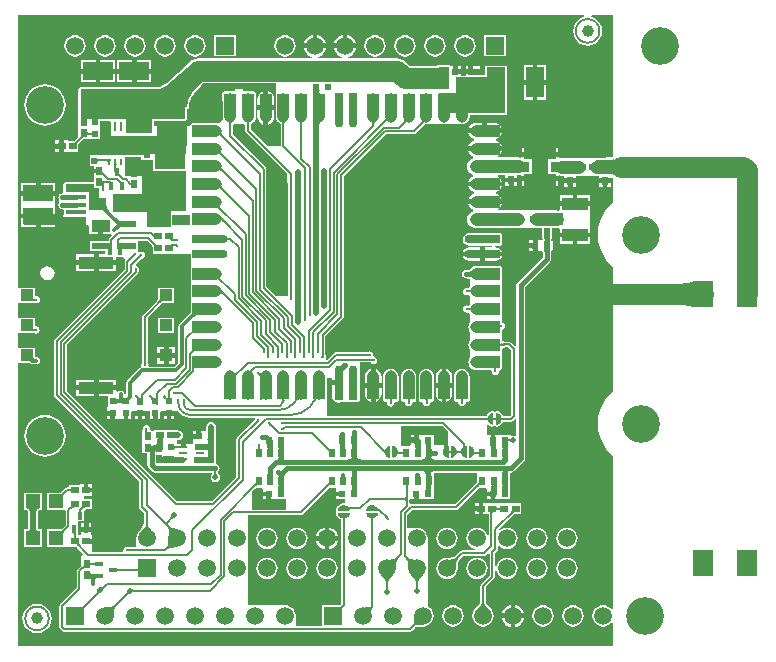
<source format=gtl>
G04*
G04 #@! TF.GenerationSoftware,Altium Limited,Altium Designer,18.1.6 (161)*
G04*
G04 Layer_Physical_Order=1*
G04 Layer_Color=255*
%FSLAX44Y44*%
%MOMM*%
G71*
G01*
G75*
%ADD10C,0.1524*%
%ADD11C,0.1500*%
%ADD12R,0.6000X0.5000*%
%ADD13R,2.2000X1.0500*%
%ADD14R,1.0500X1.0000*%
%ADD15R,0.5000X0.7000*%
%ADD16R,0.4000X0.6500*%
%ADD17R,0.6500X0.6000*%
%ADD18C,0.2000*%
%ADD19R,0.6000X0.6500*%
%ADD20R,1.6000X1.0000*%
%ADD21R,1.6000X0.6000*%
%ADD22R,1.8000X2.3000*%
%ADD23R,3.8000X2.0300*%
%ADD24R,2.1000X1.1000*%
%ADD25R,0.8000X1.1000*%
%ADD26R,2.5000X1.5000*%
%ADD27R,0.5000X0.6000*%
%ADD28R,1.1000X1.0000*%
%ADD29R,3.0000X1.0000*%
%ADD30R,1.2000X1.2000*%
%ADD31R,0.5800X0.5000*%
%ADD32R,0.8000X0.7500*%
%ADD33R,2.5000X1.4250*%
%ADD34R,1.7500X0.4000*%
%ADD35R,0.6500X0.8000*%
%ADD36O,1.0000X2.5000*%
%ADD37O,2.5000X1.0000*%
%ADD38O,2.9500X0.7500*%
%ADD39O,0.7500X2.9500*%
%ADD40R,0.2300X0.5500*%
%ADD41O,0.2500X0.5500*%
%ADD42R,2.0000X1.6000*%
%ADD43R,0.7000X0.2500*%
%ADD44R,0.5500X0.8000*%
%ADD45R,0.6500X0.4000*%
%ADD46C,0.5000*%
%ADD47C,1.0000*%
%ADD48R,1.5000X2.5000*%
%ADD49C,1.1000*%
%ADD50C,0.4000*%
%ADD51C,0.5000*%
%ADD52C,1.8000*%
%ADD53C,0.3000*%
%ADD54C,0.2032*%
%ADD55C,0.3810*%
%ADD56C,1.0000*%
%ADD57R,0.4500X1.0450*%
%ADD58R,0.4550X1.0400*%
%ADD59R,4.3424X2.7700*%
%ADD60R,2.5000X0.8200*%
%ADD61R,1.6550X0.5550*%
%ADD62R,1.4150X0.5468*%
%ADD63R,1.4850X0.9550*%
%ADD64R,2.0400X1.5450*%
%ADD65R,7.3800X1.6050*%
%ADD66R,1.4650X0.5600*%
%ADD67R,2.3875X1.3424*%
%ADD68R,0.9450X1.8900*%
%ADD69R,3.9800X1.6000*%
%ADD70R,1.0000X0.6250*%
%ADD71R,0.5000X1.0000*%
%ADD72R,0.5000X0.7500*%
%ADD73R,0.7500X0.5000*%
%ADD74R,0.7950X2.1426*%
%ADD75R,0.9500X0.8750*%
%ADD76R,0.9250X0.8450*%
%ADD77R,1.3300X2.0350*%
%ADD78R,2.7000X0.9850*%
%ADD79R,2.7800X1.2150*%
%ADD80R,5.3200X0.7900*%
%ADD81R,2.4300X0.6400*%
%ADD82R,3.8250X3.4950*%
%ADD83R,2.2400X1.0800*%
%ADD84R,2.2400X3.5584*%
%ADD85R,8.8650X2.5100*%
%ADD86R,0.9300X1.9600*%
%ADD87R,5.6450X1.7700*%
%ADD88R,4.1550X1.6600*%
%ADD89C,3.2004*%
%ADD90R,1.5000X1.5000*%
%ADD91C,1.5000*%
%ADD92C,0.3000*%
%ADD93C,0.4000*%
G36*
X792850Y709147D02*
X792646Y709028D01*
X792231Y708885D01*
X791547Y708730D01*
X781192Y708065D01*
X778450D01*
X777992Y708004D01*
X764450Y708165D01*
Y708165D01*
X763195Y708165D01*
X749150D01*
X747720Y707976D01*
X746450Y708833D01*
Y708850D01*
X740450D01*
X734450D01*
Y705100D01*
X736450D01*
Y696100D01*
X734450D01*
Y692350D01*
X740450D01*
X746450D01*
Y692367D01*
X747720Y693224D01*
X749150Y693035D01*
X751600D01*
Y690800D01*
X761600D01*
Y693035D01*
X763645D01*
X763900Y693035D01*
X766155Y693035D01*
X781000Y692840D01*
Y690800D01*
X791455D01*
X792217Y691303D01*
X792850Y690990D01*
Y670757D01*
X790781Y668989D01*
X787050Y664621D01*
X784048Y659722D01*
X781849Y654414D01*
X780508Y648828D01*
X780057Y643100D01*
X780508Y637373D01*
X781849Y631786D01*
X784048Y626478D01*
X787050Y621580D01*
X790781Y617211D01*
X792850Y615444D01*
Y510756D01*
X790781Y508989D01*
X787050Y504621D01*
X784048Y499722D01*
X781849Y494414D01*
X780508Y488828D01*
X780057Y483100D01*
X780508Y477373D01*
X781849Y471786D01*
X784048Y466478D01*
X787050Y461580D01*
X790781Y457211D01*
X792850Y455444D01*
Y326193D01*
X791580Y325762D01*
X790769Y326819D01*
X788889Y328261D01*
X786700Y329168D01*
X784350Y329478D01*
X782001Y329168D01*
X779811Y328261D01*
X777931Y326819D01*
X776488Y324939D01*
X775582Y322749D01*
X775272Y320400D01*
X775582Y318050D01*
X776488Y315861D01*
X777931Y313981D01*
X779811Y312539D01*
X782001Y311632D01*
X784350Y311322D01*
X786700Y311632D01*
X788889Y312539D01*
X790769Y313981D01*
X791580Y315038D01*
X792850Y314607D01*
Y294649D01*
X289449D01*
Y534550D01*
X298574D01*
X298787Y534337D01*
X298787Y534337D01*
X299779Y533674D01*
X300950Y533441D01*
X300950Y533441D01*
X303519D01*
X304008Y533395D01*
X304070Y533414D01*
X304130Y533387D01*
X304667Y533377D01*
X304684Y533383D01*
X304700Y533376D01*
X305001Y533501D01*
X305870Y533674D01*
X306863Y534337D01*
X307526Y535330D01*
X307759Y536500D01*
X307526Y537671D01*
X306863Y538663D01*
X305870Y539326D01*
X305036Y539492D01*
X304740Y539623D01*
X304249Y539635D01*
X303874Y539666D01*
X303582Y539712D01*
X303400Y539758D01*
Y547550D01*
X289449D01*
Y559950D01*
X301645D01*
X301668Y559940D01*
X301734Y559906D01*
X301744Y559909D01*
X301870Y559857D01*
X302094Y559950D01*
X302742D01*
X303229Y559624D01*
X304400Y559391D01*
X305571Y559624D01*
X306563Y560287D01*
X307226Y561279D01*
X307459Y562450D01*
X307226Y563620D01*
X306563Y564613D01*
X305571Y565276D01*
X304400Y565509D01*
X304382Y565505D01*
X303400Y566311D01*
Y572950D01*
X289449D01*
Y585350D01*
X301469D01*
X301569Y585285D01*
X301723Y585317D01*
X301870Y585257D01*
X302094Y585350D01*
X303091D01*
X303279Y585224D01*
X304450Y584991D01*
X305620Y585224D01*
X306613Y585887D01*
X307276Y586880D01*
X307509Y588050D01*
X307276Y589221D01*
X306613Y590213D01*
X305620Y590876D01*
X304450Y591109D01*
X304382Y591095D01*
X303400Y591901D01*
Y598350D01*
X289449D01*
Y828801D01*
X767991D01*
X768102Y827535D01*
X765122Y826300D01*
X762563Y824337D01*
X760600Y821778D01*
X759365Y818798D01*
X758944Y815600D01*
X759365Y812402D01*
X760600Y809422D01*
X762563Y806863D01*
X765122Y804900D01*
X768102Y803665D01*
X771300Y803244D01*
X774498Y803665D01*
X777478Y804900D01*
X780037Y806863D01*
X782000Y809422D01*
X783235Y812402D01*
X783656Y815600D01*
X783235Y818798D01*
X782000Y821778D01*
X780037Y824337D01*
X777478Y826300D01*
X774498Y827535D01*
X774609Y828801D01*
X792850D01*
Y709147D01*
D02*
G37*
G36*
X793969Y693560D02*
X793500Y693834D01*
X792791Y694079D01*
X791840Y694295D01*
X790649Y694482D01*
X787545Y694770D01*
X781085Y694986D01*
X778450Y695000D01*
Y706000D01*
X781085Y706014D01*
X791840Y706705D01*
X792791Y706921D01*
X793500Y707166D01*
X793969Y707439D01*
Y693560D01*
D02*
G37*
G36*
X301884Y589408D02*
X301929Y589280D01*
X302005Y589168D01*
X302110Y589070D01*
X302244Y588988D01*
X302409Y588920D01*
X302605Y588867D01*
X302776Y588839D01*
X302832Y588848D01*
X302950Y588875D01*
X303057Y588908D01*
X303154Y588947D01*
X303240Y588992D01*
X303315Y589043D01*
X303379Y589100D01*
Y587000D01*
X303315Y587057D01*
X303240Y587108D01*
X303154Y587153D01*
X303057Y587192D01*
X302950Y587225D01*
X302832Y587252D01*
X302719Y587270D01*
X302605Y587262D01*
X302409Y587233D01*
X302244Y587195D01*
X302110Y587149D01*
X302005Y587094D01*
X301929Y587032D01*
X301884Y586960D01*
X301870Y586880D01*
Y589550D01*
X301884Y589408D01*
D02*
G37*
G36*
X860380Y581180D02*
X860200Y581650D01*
X859660Y582070D01*
X858760Y582440D01*
X857500Y582761D01*
X855880Y583033D01*
X853900Y583255D01*
X848860Y583551D01*
X842380Y583650D01*
Y601650D01*
X845800Y601675D01*
X857500Y602539D01*
X858760Y602860D01*
X859660Y603231D01*
X860200Y603650D01*
X860380Y604119D01*
Y581180D01*
D02*
G37*
G36*
X301884Y563807D02*
X301929Y563680D01*
X302005Y563568D01*
X302110Y563470D01*
X302244Y563387D01*
X302409Y563320D01*
X302605Y563268D01*
X302751Y563243D01*
X302782Y563248D01*
X302900Y563275D01*
X303007Y563308D01*
X303104Y563347D01*
X303190Y563392D01*
X303265Y563443D01*
X303329Y563500D01*
Y563201D01*
X303370Y563200D01*
Y561700D01*
X303329Y561700D01*
Y561400D01*
X303265Y561457D01*
X303190Y561508D01*
X303104Y561553D01*
X303007Y561592D01*
X302900Y561625D01*
X302782Y561652D01*
X302663Y561671D01*
X302244Y561645D01*
X302110Y561621D01*
X302005Y561592D01*
X301929Y561559D01*
X301884Y561522D01*
X301870Y561480D01*
Y563950D01*
X301884Y563807D01*
D02*
G37*
G36*
X301898Y539078D02*
X301983Y538852D01*
X302124Y538652D01*
X302322Y538479D01*
X302577Y538333D01*
X302888Y538213D01*
X303256Y538120D01*
X303681Y538053D01*
X304162Y538013D01*
X304700Y538000D01*
Y535000D01*
X304162Y535011D01*
X303256Y535097D01*
X302888Y535173D01*
X302577Y535270D01*
X302322Y535389D01*
X302124Y535529D01*
X301983Y535691D01*
X301898Y535875D01*
X301870Y536081D01*
Y539330D01*
X301898Y539078D01*
D02*
G37*
%LPC*%
G36*
X567900Y812329D02*
Y805010D01*
X575219D01*
X575155Y805490D01*
X574198Y807801D01*
X572675Y809786D01*
X570691Y811308D01*
X568380Y812265D01*
X567900Y812329D01*
D02*
G37*
G36*
X542500D02*
Y805010D01*
X549819D01*
X549755Y805490D01*
X548798Y807801D01*
X547275Y809786D01*
X545291Y811308D01*
X542980Y812265D01*
X542500Y812329D01*
D02*
G37*
G36*
X563900D02*
X563420Y812265D01*
X561109Y811308D01*
X559124Y809786D01*
X557602Y807801D01*
X556645Y805490D01*
X556581Y805010D01*
X563900D01*
Y812329D01*
D02*
G37*
G36*
X538500D02*
X538020Y812265D01*
X535709Y811308D01*
X533725Y809786D01*
X532202Y807801D01*
X531245Y805490D01*
X531181Y805010D01*
X538500D01*
Y812329D01*
D02*
G37*
G36*
X701900Y812010D02*
X683900D01*
Y794010D01*
X701900D01*
Y812010D01*
D02*
G37*
G36*
X473300D02*
X455300D01*
Y794010D01*
X473300D01*
Y812010D01*
D02*
G37*
G36*
X667500Y812088D02*
X665151Y811778D01*
X662961Y810872D01*
X661081Y809429D01*
X659639Y807549D01*
X658732Y805359D01*
X658422Y803010D01*
X658732Y800661D01*
X659639Y798471D01*
X661081Y796591D01*
X662961Y795149D01*
X665151Y794242D01*
X667500Y793932D01*
X669849Y794242D01*
X672039Y795149D01*
X673919Y796591D01*
X675361Y798471D01*
X676268Y800661D01*
X676578Y803010D01*
X676268Y805359D01*
X675361Y807549D01*
X673919Y809429D01*
X672039Y810872D01*
X669849Y811778D01*
X667500Y812088D01*
D02*
G37*
G36*
X642100D02*
X639751Y811778D01*
X637561Y810872D01*
X635681Y809429D01*
X634239Y807549D01*
X633332Y805359D01*
X633022Y803010D01*
X633332Y800661D01*
X634239Y798471D01*
X635681Y796591D01*
X637561Y795149D01*
X639751Y794242D01*
X642100Y793932D01*
X644449Y794242D01*
X646639Y795149D01*
X648519Y796591D01*
X649961Y798471D01*
X650868Y800661D01*
X651178Y803010D01*
X650868Y805359D01*
X649961Y807549D01*
X648519Y809429D01*
X646639Y810872D01*
X644449Y811778D01*
X642100Y812088D01*
D02*
G37*
G36*
X616700D02*
X614351Y811778D01*
X612161Y810872D01*
X610281Y809429D01*
X608839Y807549D01*
X607932Y805359D01*
X607622Y803010D01*
X607932Y800661D01*
X608839Y798471D01*
X610281Y796591D01*
X612161Y795149D01*
X614351Y794242D01*
X616700Y793932D01*
X619049Y794242D01*
X621239Y795149D01*
X623119Y796591D01*
X624561Y798471D01*
X625468Y800661D01*
X625778Y803010D01*
X625468Y805359D01*
X624561Y807549D01*
X623119Y809429D01*
X621239Y810872D01*
X619049Y811778D01*
X616700Y812088D01*
D02*
G37*
G36*
X591300D02*
X588951Y811778D01*
X586761Y810872D01*
X584881Y809429D01*
X583438Y807549D01*
X582532Y805359D01*
X582222Y803010D01*
X582532Y800661D01*
X583438Y798471D01*
X584881Y796591D01*
X586761Y795149D01*
X588951Y794242D01*
X591300Y793932D01*
X593649Y794242D01*
X595839Y795149D01*
X597719Y796591D01*
X599161Y798471D01*
X600068Y800661D01*
X600378Y803010D01*
X600068Y805359D01*
X599161Y807549D01*
X597719Y809429D01*
X595839Y810872D01*
X593649Y811778D01*
X591300Y812088D01*
D02*
G37*
G36*
X515100D02*
X512751Y811778D01*
X510561Y810872D01*
X508681Y809429D01*
X507239Y807549D01*
X506332Y805359D01*
X506022Y803010D01*
X506332Y800661D01*
X507239Y798471D01*
X508681Y796591D01*
X510561Y795149D01*
X512751Y794242D01*
X515100Y793932D01*
X517449Y794242D01*
X519639Y795149D01*
X521519Y796591D01*
X522961Y798471D01*
X523868Y800661D01*
X524178Y803010D01*
X523868Y805359D01*
X522961Y807549D01*
X521519Y809429D01*
X519639Y810872D01*
X517449Y811778D01*
X515100Y812088D01*
D02*
G37*
G36*
X438900D02*
X436550Y811778D01*
X434361Y810872D01*
X432481Y809429D01*
X431039Y807549D01*
X430132Y805359D01*
X429822Y803010D01*
X430132Y800661D01*
X431039Y798471D01*
X432481Y796591D01*
X434361Y795149D01*
X436550Y794242D01*
X438900Y793932D01*
X441250Y794242D01*
X443439Y795149D01*
X445319Y796591D01*
X446761Y798471D01*
X447668Y800661D01*
X447978Y803010D01*
X447668Y805359D01*
X446761Y807549D01*
X445319Y809429D01*
X443439Y810872D01*
X441250Y811778D01*
X438900Y812088D01*
D02*
G37*
G36*
X413500D02*
X411151Y811778D01*
X408961Y810872D01*
X407081Y809429D01*
X405639Y807549D01*
X404732Y805359D01*
X404422Y803010D01*
X404732Y800661D01*
X405639Y798471D01*
X407081Y796591D01*
X408961Y795149D01*
X411151Y794242D01*
X413500Y793932D01*
X415849Y794242D01*
X418039Y795149D01*
X419919Y796591D01*
X421361Y798471D01*
X422268Y800661D01*
X422578Y803010D01*
X422268Y805359D01*
X421361Y807549D01*
X419919Y809429D01*
X418039Y810872D01*
X415849Y811778D01*
X413500Y812088D01*
D02*
G37*
G36*
X388100D02*
X385751Y811778D01*
X383561Y810872D01*
X381681Y809429D01*
X380238Y807549D01*
X379332Y805359D01*
X379022Y803010D01*
X379332Y800661D01*
X380238Y798471D01*
X381681Y796591D01*
X383561Y795149D01*
X385751Y794242D01*
X388100Y793932D01*
X390449Y794242D01*
X392639Y795149D01*
X394519Y796591D01*
X395961Y798471D01*
X396868Y800661D01*
X397178Y803010D01*
X396868Y805359D01*
X395961Y807549D01*
X394519Y809429D01*
X392639Y810872D01*
X390449Y811778D01*
X388100Y812088D01*
D02*
G37*
G36*
X362700D02*
X360350Y811778D01*
X358161Y810872D01*
X356281Y809429D01*
X354838Y807549D01*
X353932Y805359D01*
X353622Y803010D01*
X353932Y800661D01*
X354838Y798471D01*
X356281Y796591D01*
X358161Y795149D01*
X360350Y794242D01*
X362700Y793932D01*
X365050Y794242D01*
X367239Y795149D01*
X369119Y796591D01*
X370561Y798471D01*
X371468Y800661D01*
X371778Y803010D01*
X371468Y805359D01*
X370561Y807549D01*
X369119Y809429D01*
X367239Y810872D01*
X365050Y811778D01*
X362700Y812088D01*
D02*
G37*
G36*
X337300D02*
X334950Y811778D01*
X332761Y810872D01*
X330881Y809429D01*
X329439Y807549D01*
X328532Y805359D01*
X328222Y803010D01*
X328532Y800661D01*
X329439Y798471D01*
X330881Y796591D01*
X332761Y795149D01*
X334950Y794242D01*
X337300Y793932D01*
X339650Y794242D01*
X341839Y795149D01*
X343719Y796591D01*
X345161Y798471D01*
X346068Y800661D01*
X346378Y803010D01*
X346068Y805359D01*
X345161Y807549D01*
X343719Y809429D01*
X341839Y810872D01*
X339650Y811778D01*
X337300Y812088D01*
D02*
G37*
G36*
X575219Y801010D02*
X565900D01*
X556581D01*
X556645Y800530D01*
X557602Y798219D01*
X559124Y796235D01*
X561109Y794712D01*
X563420Y793755D01*
X563176Y792541D01*
X543224D01*
X542980Y793755D01*
X545291Y794712D01*
X547275Y796235D01*
X548798Y798219D01*
X549755Y800530D01*
X549819Y801010D01*
X540500D01*
X531181D01*
X531245Y800530D01*
X532202Y798219D01*
X533725Y796235D01*
X535709Y794712D01*
X538020Y793755D01*
X537776Y792541D01*
X441280D01*
X441280Y792541D01*
X438539Y792180D01*
X435985Y791122D01*
X433791Y789439D01*
X433791Y789439D01*
X424273Y779921D01*
X424198Y779892D01*
X419435Y775343D01*
X415299Y771845D01*
X413490Y770503D01*
X411837Y769415D01*
X410361Y768590D01*
X409080Y768027D01*
X408216Y767774D01*
X341750D01*
X340602Y767298D01*
X340126Y766150D01*
Y741050D01*
X340250Y740752D01*
Y733600D01*
Y726564D01*
X340245Y726523D01*
X339863Y726079D01*
X339554Y725761D01*
X339481Y725575D01*
X337253Y723347D01*
X337220Y723343D01*
X337117Y723211D01*
X337093Y723187D01*
X336917Y723122D01*
X336410Y722653D01*
X336247Y722523D01*
X336109Y722427D01*
X336062Y722400D01*
X331150D01*
Y722900D01*
X327900D01*
Y717900D01*
Y712900D01*
X331150D01*
Y713400D01*
X340150D01*
Y719341D01*
X340203Y719522D01*
X340167Y719589D01*
X340553Y720037D01*
X340846Y720339D01*
X340919Y720525D01*
X343714Y723320D01*
X343894Y723389D01*
X343897Y723395D01*
X343905Y723398D01*
X344140Y723624D01*
X344328Y723789D01*
X344489Y723914D01*
X344617Y724000D01*
X344704Y724050D01*
X344732Y724062D01*
X344786Y724069D01*
X344820Y724089D01*
X344841Y724095D01*
X344847Y724100D01*
X349250D01*
Y724100D01*
X350100Y724100D01*
Y724100D01*
X358100D01*
Y733100D01*
X358100D01*
Y734100D01*
X358100D01*
Y739426D01*
X366623D01*
X367368Y738156D01*
X367141Y737750D01*
X363350D01*
Y735000D01*
X366500D01*
Y732575D01*
X366587D01*
X366810Y732531D01*
X367019Y732444D01*
X367208Y732318D01*
X367288Y732238D01*
X367367Y732159D01*
X367492Y731973D01*
X367579Y731766D01*
X367623Y731547D01*
X367623Y731435D01*
X367624Y731323D01*
X367581Y731104D01*
X367496Y730897D01*
X367373Y730711D01*
X367294Y730632D01*
X367294Y730632D01*
X367213Y730548D01*
X367021Y730416D01*
X366807Y730325D01*
X366579Y730276D01*
X366462Y730275D01*
X364641Y730275D01*
X364524Y730275D01*
X364295Y730321D01*
X364078Y730410D01*
X363884Y730540D01*
X363801Y730623D01*
X363724Y730700D01*
X363602Y730882D01*
X363554Y731000D01*
X363350D01*
Y728250D01*
X364500D01*
Y722087D01*
X364930Y722350D01*
X365630Y723000D01*
X366130Y723750D01*
X366431Y724600D01*
X366530Y725550D01*
Y720750D01*
X376500D01*
Y716750D01*
X366530D01*
Y710780D01*
X366431Y710737D01*
X366130Y710697D01*
X365630Y710663D01*
X364500Y710646D01*
Y710552D01*
X359422D01*
X359352Y710566D01*
X358430Y710552D01*
X356530Y710550D01*
Y713790D01*
X349250D01*
Y710790D01*
X349750Y709727D01*
Y701290D01*
X353000D01*
Y698950D01*
X358000D01*
Y694950D01*
X353000D01*
Y691700D01*
X353500D01*
Y687357D01*
X353450Y687324D01*
X344464D01*
X344441Y687400D01*
X332959D01*
X332936Y687324D01*
X329150D01*
X328002Y686848D01*
X327526Y685700D01*
Y679300D01*
X327516Y679278D01*
X326763Y678230D01*
X326591Y678229D01*
X326327Y678117D01*
X325271Y677907D01*
X324145Y677155D01*
X323392Y676029D01*
X323128Y674700D01*
X323392Y673371D01*
X324145Y672245D01*
X324130Y670728D01*
X324095Y670705D01*
X323343Y669579D01*
X323078Y668250D01*
X323343Y666921D01*
X324095Y665795D01*
X325221Y665043D01*
X326286Y664831D01*
X326550Y664721D01*
X326963Y664510D01*
X327650Y663829D01*
Y659400D01*
X327150D01*
Y657400D01*
X337900D01*
Y655400D01*
X339900D01*
Y651400D01*
X348650D01*
X349150Y650337D01*
Y643350D01*
X357150D01*
Y650350D01*
X361150D01*
Y643350D01*
X367896D01*
X368422Y642080D01*
X366438Y640096D01*
X365941Y639351D01*
X365766Y638473D01*
Y637974D01*
X364300D01*
X364002Y637850D01*
X349650D01*
Y628850D01*
X362676D01*
Y626450D01*
X357400D01*
Y621450D01*
X372400D01*
Y623825D01*
X373150Y624326D01*
X377650D01*
X379406Y622570D01*
Y613650D01*
X320428Y554672D01*
X319931Y553928D01*
X319756Y553050D01*
Y507050D01*
X319931Y506172D01*
X320428Y505428D01*
X391706Y434150D01*
Y412400D01*
X391880Y411522D01*
X392378Y410778D01*
X396006Y407150D01*
Y398944D01*
X393492Y394109D01*
X392717Y393224D01*
X391899Y392401D01*
X391846Y392273D01*
X390438Y390439D01*
X389532Y388250D01*
X389222Y385900D01*
Y378294D01*
X383782D01*
X383611Y378372D01*
X383355Y378382D01*
X383314Y378387D01*
X383280Y378392D01*
X383279Y378392D01*
X383254Y378402D01*
X383245Y378402D01*
X383220Y378410D01*
X383153Y378404D01*
X382520Y378826D01*
X381350Y379059D01*
X380179Y378826D01*
X379187Y378163D01*
X378524Y377170D01*
X378291Y376000D01*
X378378Y375564D01*
X377471Y374294D01*
X351750D01*
Y378500D01*
Y381500D01*
X346500D01*
Y385500D01*
X351750D01*
Y388500D01*
X350750D01*
Y391500D01*
X346750D01*
X342750D01*
Y388500D01*
X341416D01*
X341169Y388553D01*
X340250Y389152D01*
Y400250D01*
X345250D01*
Y409450D01*
X345736Y410101D01*
X346209Y410500D01*
X346236Y410496D01*
X346240Y410500D01*
X351400D01*
Y419500D01*
X344600D01*
Y421850D01*
X351850D01*
Y424850D01*
X346600D01*
Y426850D01*
X344600D01*
Y431850D01*
X341350D01*
Y431350D01*
X332350D01*
Y429223D01*
X332339Y429223D01*
X332161Y429144D01*
X330850D01*
X329972Y428969D01*
X329228Y428472D01*
X329228Y428472D01*
X326241Y425485D01*
X326065Y425420D01*
X325514Y424909D01*
X325339Y424768D01*
X325253Y424709D01*
X325048Y424793D01*
X324925Y424742D01*
X324795Y424773D01*
X324675Y424700D01*
X313700D01*
Y409700D01*
X328240D01*
X328732Y409660D01*
X329456Y408743D01*
Y397400D01*
X326341Y394286D01*
X326165Y394220D01*
X325615Y393709D01*
X325439Y393568D01*
X325353Y393508D01*
X325148Y393593D01*
X325025Y393542D01*
X324895Y393573D01*
X324775Y393500D01*
X313800D01*
Y378500D01*
X328800D01*
X329300Y379000D01*
X337410D01*
X337414Y378996D01*
X337443Y379000D01*
X337564D01*
X337655Y378949D01*
X337838Y379000D01*
X338037D01*
X338137Y378930D01*
X338580Y378554D01*
X338842Y378302D01*
X339027Y378229D01*
X344332Y372923D01*
X343846Y371750D01*
X343044Y371750D01*
X342730Y371436D01*
X342800Y371366D01*
X342800Y370581D01*
Y363840D01*
X342796Y363836D01*
X342800Y363807D01*
Y363686D01*
X342749Y363595D01*
X342800Y363412D01*
Y363213D01*
X342730Y363113D01*
X342354Y362670D01*
X342102Y362408D01*
X342029Y362223D01*
X339378Y359572D01*
X338881Y358828D01*
X338706Y357950D01*
Y344150D01*
X324678Y330122D01*
X324181Y329378D01*
X324006Y328500D01*
Y311300D01*
X324181Y310422D01*
X324678Y309678D01*
X326728Y307628D01*
X327472Y307131D01*
X328350Y306956D01*
X328350Y306956D01*
X620800D01*
X621678Y307131D01*
X622422Y307628D01*
X624907Y310112D01*
X625053Y310157D01*
X625308Y310367D01*
X625556Y310510D01*
X625934Y310669D01*
X626440Y310824D01*
X627066Y310964D01*
X627776Y311077D01*
X630719Y311273D01*
X631880Y311277D01*
X632007Y311330D01*
X634300Y311632D01*
X636489Y312539D01*
X638369Y313981D01*
X639811Y315861D01*
X640718Y318050D01*
X641028Y320400D01*
X640718Y322749D01*
X639811Y324939D01*
X638369Y326819D01*
X636489Y328261D01*
X635978Y328473D01*
Y360150D01*
X636100D01*
Y385778D01*
X635978Y385900D01*
X635668Y388250D01*
X634761Y390439D01*
X633319Y392319D01*
X631439Y393761D01*
X629249Y394668D01*
X626900Y394978D01*
X618694D01*
Y406157D01*
X622643Y410106D01*
X660265D01*
X661143Y410281D01*
X661887Y410778D01*
X679367Y428258D01*
X679554Y428333D01*
X679857Y428628D01*
X680072Y428825D01*
X680084Y428835D01*
X685170D01*
X686150Y428135D01*
X686150Y427397D01*
Y425635D01*
X691150D01*
Y423635D01*
X693150D01*
Y419135D01*
X696150D01*
X697213Y419635D01*
X705650D01*
Y425679D01*
X705706Y425760D01*
X705674Y425938D01*
X705743Y426105D01*
X705650Y426329D01*
Y427635D01*
X705650D01*
X705452Y428823D01*
X705450Y428835D01*
X705450D01*
Y430141D01*
X705543Y430366D01*
X705458Y430572D01*
X705486Y430794D01*
X705450Y430840D01*
Y437830D01*
X705486Y437876D01*
X705458Y438098D01*
X705543Y438305D01*
X705450Y438530D01*
Y441631D01*
X706200D01*
X707566Y441903D01*
X708723Y442677D01*
X717173Y451127D01*
X717947Y452284D01*
X718219Y453650D01*
Y599122D01*
X739423Y620327D01*
X740197Y621484D01*
X740469Y622850D01*
Y627058D01*
X740523Y627178D01*
X740568Y628565D01*
X740617Y629066D01*
X740681Y629475D01*
X740735Y629700D01*
X741600D01*
Y631006D01*
X741693Y631231D01*
X741635Y631370D01*
X741667Y631518D01*
X741600Y631623D01*
Y635777D01*
X741667Y635882D01*
X741635Y636030D01*
X741693Y636170D01*
X741600Y636394D01*
Y637700D01*
X740898D01*
X740600Y638914D01*
X740900Y640100D01*
X740900D01*
Y641406D01*
X740993Y641630D01*
X740900Y641855D01*
Y648535D01*
X744640D01*
X745400Y648435D01*
X746330Y648558D01*
X747600Y647478D01*
Y644700D01*
X760600D01*
X773600D01*
Y649950D01*
Y662050D01*
Y667300D01*
X760600D01*
X747600D01*
Y664564D01*
X746330Y663529D01*
X745300Y663665D01*
X712500D01*
X712400Y663565D01*
X695460D01*
X695208Y664835D01*
X695330Y664885D01*
X696792Y666008D01*
X697915Y667470D01*
X698548Y669000D01*
X684300D01*
X670052D01*
X670686Y667470D01*
X671807Y666008D01*
X673270Y664885D01*
X674302Y664458D01*
X674302Y663083D01*
X673018Y662551D01*
X671451Y661349D01*
X670249Y659782D01*
X669493Y657958D01*
X669235Y656000D01*
X669493Y654042D01*
X670249Y652218D01*
X671451Y650651D01*
X673018Y649449D01*
X674842Y648693D01*
X676800Y648435D01*
X727350D01*
X727450Y648535D01*
X732900D01*
Y641855D01*
X732807Y641630D01*
X732900Y641406D01*
Y640100D01*
X733088D01*
X733216Y638853D01*
X733144Y638524D01*
X732118Y638206D01*
X731984Y638200D01*
X731537Y638200D01*
X729100D01*
Y633700D01*
Y629200D01*
X731537D01*
X732100Y629200D01*
X733212Y628819D01*
X733269Y627930D01*
X733277Y627214D01*
X733331Y627085D01*
Y624328D01*
X712127Y603123D01*
X711353Y601966D01*
X711081Y600600D01*
Y549131D01*
X709811Y548605D01*
X706644Y551772D01*
X705900Y552269D01*
X705022Y552444D01*
X701930D01*
X701747Y552523D01*
X701635Y552525D01*
X701454Y552539D01*
X701433Y552543D01*
X701422Y552545D01*
X701391Y552557D01*
X701381Y552557D01*
X701363Y552562D01*
X701294Y552554D01*
X701278Y552554D01*
X700721Y552926D01*
X699550Y553159D01*
X699406Y553130D01*
X698424Y553936D01*
Y555000D01*
X698423Y555003D01*
Y559998D01*
X698424Y560000D01*
Y562776D01*
X699420Y562974D01*
X700413Y563637D01*
X701076Y564630D01*
X701309Y565800D01*
X701076Y566970D01*
X700413Y567963D01*
X699420Y568626D01*
X698424Y568824D01*
Y570000D01*
X698423Y570003D01*
Y589998D01*
X698424Y590000D01*
Y600000D01*
X698423Y600003D01*
Y615000D01*
X697947Y616148D01*
X696799Y616624D01*
X691799D01*
X691636Y616556D01*
X676800D01*
X675103Y616333D01*
X673522Y615678D01*
X672164Y614636D01*
X671881Y614267D01*
X671837Y614253D01*
X671771Y614123D01*
X671768Y614120D01*
X671637Y614050D01*
X671585Y613882D01*
X671318Y613534D01*
X671023Y613460D01*
X670575Y613387D01*
X669242Y613286D01*
X668424Y613273D01*
X668168Y613163D01*
X667084Y612947D01*
X665927Y612173D01*
X665153Y611016D01*
X664881Y609650D01*
X665153Y608284D01*
X665927Y607127D01*
X667084Y606353D01*
X668146Y606142D01*
X668400Y606027D01*
X670136Y605974D01*
X670792Y605915D01*
X671342Y605834D01*
X671762Y605742D01*
X671912Y605693D01*
Y599307D01*
X671122Y598278D01*
X669981Y598076D01*
X668810Y598309D01*
X667640Y598076D01*
X666647Y597413D01*
X665984Y596421D01*
X665751Y595250D01*
X665984Y594080D01*
X666647Y593087D01*
X667640Y592424D01*
X668810Y592191D01*
X669981Y592424D01*
X671122Y591722D01*
X671912Y590693D01*
Y584307D01*
X671122Y583278D01*
X669981Y582972D01*
X668810Y583205D01*
X667640Y582972D01*
X666647Y582309D01*
X665984Y581317D01*
X665751Y580146D01*
X665984Y578976D01*
X666647Y577984D01*
X667640Y577321D01*
X668810Y577088D01*
X669981Y577321D01*
X671122Y576722D01*
X671912Y575693D01*
Y569307D01*
X671122Y568278D01*
X670467Y566697D01*
X670244Y565000D01*
X670467Y563303D01*
X671122Y561722D01*
X671912Y560693D01*
Y554307D01*
X671122Y553278D01*
X670467Y551697D01*
X670244Y550000D01*
X670467Y548303D01*
X671122Y546722D01*
X671912Y545693D01*
Y539307D01*
X671122Y538278D01*
X670467Y536697D01*
X670244Y535000D01*
X670467Y533303D01*
X671122Y531722D01*
X672164Y530364D01*
X673522Y529322D01*
X675103Y528667D01*
X676800Y528444D01*
X688984D01*
X690041Y527250D01*
X690274Y526079D01*
X690937Y525087D01*
X691929Y524424D01*
X693100Y524191D01*
X694270Y524424D01*
X695263Y525087D01*
X695926Y526079D01*
X696159Y527250D01*
X696103Y527528D01*
X696799Y528376D01*
X697947Y528852D01*
X698423Y530000D01*
X698424Y530001D01*
X698423Y530002D01*
Y544998D01*
X698424Y545000D01*
Y546264D01*
X699406Y547070D01*
X699550Y547041D01*
X700721Y547274D01*
X701427Y547746D01*
X701449Y547744D01*
X701459Y547743D01*
X701461Y547743D01*
X701473Y547742D01*
X701504Y547752D01*
X701513Y547752D01*
X701530Y547760D01*
X701533Y547760D01*
X701701Y547775D01*
X701808Y547777D01*
X701823Y547783D01*
X701839Y547778D01*
X702009Y547856D01*
X704072D01*
X706706Y545222D01*
Y490550D01*
X705650Y489494D01*
X699647D01*
X699617Y489593D01*
X699488Y489752D01*
X699460Y489955D01*
X699248Y490313D01*
X699137Y490582D01*
X698933Y490848D01*
X698875Y490946D01*
X698834Y490977D01*
X698698Y491154D01*
X698676Y491216D01*
X698520Y491387D01*
X698062Y491983D01*
X697630Y492315D01*
X697355Y492590D01*
X697199Y492654D01*
X697105Y492795D01*
X696459Y493223D01*
X696236Y493266D01*
X696063Y493414D01*
X694880Y493799D01*
X694631Y493779D01*
X694402Y493878D01*
X694085Y493752D01*
X693951Y493726D01*
X693641Y493701D01*
X693603Y493656D01*
X693501Y493636D01*
X692600Y493209D01*
X691699Y493636D01*
X691455Y493685D01*
X691308Y493736D01*
X691220Y493731D01*
X690816Y493812D01*
X690454Y493740D01*
X690291Y493755D01*
X690247Y493741D01*
X690242Y493744D01*
X690171Y493734D01*
X690042Y493681D01*
X689278Y493441D01*
X689111Y493302D01*
X688896Y493266D01*
X688617Y493091D01*
X688539Y493059D01*
X688422Y492968D01*
X687979Y492691D01*
X687881Y492553D01*
X687866Y492542D01*
X687710Y492480D01*
X687425Y492204D01*
X687138Y491983D01*
X686964Y491757D01*
X686872Y491668D01*
X686842Y491597D01*
X686694Y491405D01*
X686617Y491349D01*
X686485Y491132D01*
X686063Y490582D01*
X685883Y490147D01*
X685779Y489977D01*
X685759Y489847D01*
X685732Y489784D01*
X685635Y489677D01*
X685570Y489494D01*
X550400D01*
Y502943D01*
X550424Y503000D01*
Y509250D01*
X550356Y509414D01*
Y521900D01*
X554687D01*
Y519750D01*
X560550D01*
Y515750D01*
X554687D01*
Y506750D01*
X555134Y504506D01*
X556404Y502604D01*
X558307Y501334D01*
X560550Y500887D01*
X562794Y501334D01*
X562858Y501376D01*
X576800D01*
X577948Y501852D01*
X578424Y503000D01*
Y508000D01*
X578403Y508050D01*
Y528750D01*
Y534956D01*
X587562D01*
X587697Y534884D01*
X587757Y534902D01*
X587784Y534891D01*
X588087Y534437D01*
X589079Y533774D01*
X590250Y533541D01*
X591421Y533774D01*
X592413Y534437D01*
X593076Y535429D01*
X593309Y536600D01*
X593076Y537771D01*
X592413Y538763D01*
X591421Y539426D01*
X590585Y539592D01*
X590207Y539741D01*
X589653Y540798D01*
X589648Y540895D01*
X589709Y541200D01*
X589476Y542370D01*
X588813Y543363D01*
X587821Y544026D01*
X586650Y544259D01*
X585479Y544026D01*
X584998Y543704D01*
X584945Y543707D01*
X584897Y543713D01*
X584885Y543710D01*
X584875Y543710D01*
X584838Y543697D01*
X584828Y543695D01*
X584826Y543695D01*
X584825Y543694D01*
X584818Y543693D01*
X584791Y543689D01*
X584603Y543675D01*
X584487Y543673D01*
X584304Y543594D01*
X558407D01*
X557529Y543419D01*
X556785Y542922D01*
X551112Y537249D01*
X550210Y537351D01*
X549608Y538603D01*
X549626Y538629D01*
X549859Y539800D01*
X549626Y540970D01*
X549254Y541528D01*
X549254Y541544D01*
X549262Y541613D01*
X549257Y541631D01*
X549257Y541641D01*
X549245Y541672D01*
X549243Y541683D01*
X549240Y541704D01*
X549225Y541885D01*
X549223Y541997D01*
X549144Y542180D01*
Y557050D01*
X564122Y572028D01*
X564619Y572772D01*
X564794Y573650D01*
Y692264D01*
X600936Y728406D01*
X624450D01*
X625328Y728581D01*
X626072Y729078D01*
X633004Y736010D01*
X633187Y736081D01*
X633398Y736282D01*
X633558Y736421D01*
X633688Y736521D01*
X633778Y736579D01*
X634800Y736444D01*
X635143Y736489D01*
X636394Y736444D01*
X636394Y736444D01*
X664800D01*
X666497Y736667D01*
X668078Y737322D01*
X669436Y738364D01*
X670478Y739722D01*
X671133Y741303D01*
X671356Y743000D01*
Y744026D01*
X701300D01*
X702448Y744502D01*
X702924Y745650D01*
Y763350D01*
X702874Y763471D01*
Y776100D01*
X702800Y776278D01*
Y785950D01*
X686800D01*
Y786150D01*
X684300D01*
Y781150D01*
X680300D01*
Y786150D01*
X678179D01*
X677800Y786150D01*
Y786150D01*
X676950Y786050D01*
Y786050D01*
X674450D01*
Y781050D01*
X672450D01*
Y779050D01*
X667950D01*
Y777724D01*
X664300D01*
Y779200D01*
X659300D01*
Y781200D01*
X657300D01*
Y785700D01*
X655487D01*
X655198Y786398D01*
X654050Y786874D01*
X644750D01*
X643602Y786398D01*
X643412Y785941D01*
X620687D01*
X617189Y789439D01*
X614995Y791122D01*
X612441Y792180D01*
X609700Y792541D01*
X609700Y792541D01*
X568624D01*
X568380Y793755D01*
X570691Y794712D01*
X572675Y796235D01*
X574198Y798219D01*
X575155Y800530D01*
X575219Y801010D01*
D02*
G37*
G36*
X371250Y790950D02*
X358750D01*
Y783450D01*
X371250D01*
Y790950D01*
D02*
G37*
G36*
X402050D02*
X389550D01*
Y783450D01*
X402050D01*
Y790950D01*
D02*
G37*
G36*
X354750D02*
X342250D01*
Y783450D01*
X354750D01*
Y790950D01*
D02*
G37*
G36*
X385550D02*
X373050D01*
Y783450D01*
X385550D01*
Y790950D01*
D02*
G37*
G36*
X664300Y785700D02*
X661300D01*
Y783200D01*
X664300D01*
Y785700D01*
D02*
G37*
G36*
X670450Y786050D02*
X667950D01*
Y783050D01*
X670450D01*
Y786050D01*
D02*
G37*
G36*
X736320Y786450D02*
X728820D01*
Y773950D01*
X736320D01*
Y786450D01*
D02*
G37*
G36*
X724820D02*
X717320D01*
Y773950D01*
X724820D01*
Y786450D01*
D02*
G37*
G36*
X402050Y779450D02*
X389550D01*
Y771950D01*
X402050D01*
Y779450D01*
D02*
G37*
G36*
X385550D02*
X373050D01*
Y771950D01*
X385550D01*
Y779450D01*
D02*
G37*
G36*
X371250D02*
X358750D01*
Y771950D01*
X371250D01*
Y779450D01*
D02*
G37*
G36*
X354750D02*
X342250D01*
Y771950D01*
X354750D01*
Y779450D01*
D02*
G37*
G36*
X736320Y769950D02*
X728820D01*
Y757450D01*
X736320D01*
Y769950D01*
D02*
G37*
G36*
X724820D02*
X717320D01*
Y757450D01*
X724820D01*
Y769950D01*
D02*
G37*
G36*
X311900Y770397D02*
X308469Y770059D01*
X305170Y769058D01*
X302129Y767433D01*
X299464Y765246D01*
X297277Y762581D01*
X295652Y759540D01*
X294651Y756241D01*
X294313Y752810D01*
X294651Y749379D01*
X295652Y746080D01*
X297277Y743039D01*
X299464Y740374D01*
X302129Y738187D01*
X305170Y736562D01*
X308469Y735561D01*
X311900Y735223D01*
X315331Y735561D01*
X318630Y736562D01*
X321671Y738187D01*
X324336Y740374D01*
X326523Y743039D01*
X328148Y746080D01*
X329149Y749379D01*
X329487Y752810D01*
X329149Y756241D01*
X328148Y759540D01*
X326523Y762581D01*
X324336Y765246D01*
X321671Y767433D01*
X318630Y769058D01*
X315331Y770059D01*
X311900Y770397D01*
D02*
G37*
G36*
X691800Y738060D02*
X686300D01*
Y733000D01*
X698548D01*
X697915Y734530D01*
X696792Y735993D01*
X695330Y737114D01*
X693627Y737820D01*
X691800Y738060D01*
D02*
G37*
G36*
X682300D02*
X676800D01*
X674973Y737820D01*
X673270Y737114D01*
X671807Y735993D01*
X670686Y734530D01*
X670052Y733000D01*
X682300D01*
Y738060D01*
D02*
G37*
G36*
X323900Y722900D02*
X320650D01*
Y719900D01*
X323900D01*
Y722900D01*
D02*
G37*
G36*
X698548Y729000D02*
X684300D01*
X670052D01*
X670686Y727470D01*
X671807Y726008D01*
X673270Y724885D01*
X674973Y724180D01*
X675274Y724140D01*
Y722859D01*
X674973Y722820D01*
X673270Y722114D01*
X671807Y720993D01*
X670686Y719530D01*
X670052Y718000D01*
X684300D01*
X698548D01*
X697915Y719530D01*
X696792Y720993D01*
X695330Y722114D01*
X693627Y722820D01*
X693326Y722859D01*
Y724140D01*
X693627Y724180D01*
X695330Y724885D01*
X696792Y726008D01*
X697915Y727470D01*
X698548Y729000D01*
D02*
G37*
G36*
X358250Y720790D02*
X355750D01*
Y717790D01*
X356530D01*
Y720550D01*
X358250Y720595D01*
Y720790D01*
D02*
G37*
G36*
X351750D02*
X349250D01*
Y717790D01*
X351750D01*
Y720790D01*
D02*
G37*
G36*
X323900Y715900D02*
X320650D01*
Y712900D01*
X323900D01*
Y715900D01*
D02*
G37*
G36*
X746450Y716600D02*
X742450D01*
Y712850D01*
X746450D01*
Y716600D01*
D02*
G37*
G36*
X727450D02*
X723450D01*
Y712850D01*
X727450D01*
Y716600D01*
D02*
G37*
G36*
X738450D02*
X734450D01*
Y712850D01*
X738450D01*
Y716600D01*
D02*
G37*
G36*
X719450D02*
X715450D01*
Y712850D01*
X719450D01*
Y716600D01*
D02*
G37*
G36*
X332200Y695365D02*
X331755Y694698D01*
X331745Y694650D01*
X332200D01*
Y695365D01*
D02*
G37*
G36*
X698548Y714000D02*
X684300D01*
X670052D01*
X670686Y712470D01*
X671807Y711008D01*
X673270Y709885D01*
X674352Y709437D01*
Y708063D01*
X673118Y707551D01*
X671551Y706349D01*
X670349Y704782D01*
X669593Y702958D01*
X669335Y701000D01*
X669593Y699042D01*
X670349Y697218D01*
X671551Y695651D01*
X673118Y694449D01*
X674352Y693937D01*
Y692563D01*
X673270Y692114D01*
X671807Y690992D01*
X670686Y689530D01*
X670052Y688000D01*
X684300D01*
X698548D01*
X697915Y689530D01*
X696792Y690992D01*
X695330Y692114D01*
X695208Y692165D01*
X695460Y693435D01*
X701700D01*
Y691350D01*
X711700D01*
Y693435D01*
X713000D01*
X714180Y693591D01*
X715450Y692622D01*
Y692350D01*
X721450D01*
X727450D01*
Y696100D01*
X725450D01*
Y705100D01*
X727450D01*
Y708850D01*
X721450D01*
X714758D01*
X714180Y708409D01*
X713000Y708565D01*
X695460D01*
X695207Y709835D01*
X695330Y709885D01*
X696792Y711008D01*
X697915Y712470D01*
X698548Y714000D01*
D02*
G37*
G36*
X332200Y690650D02*
X331745D01*
X331755Y690602D01*
X332200Y689935D01*
Y690650D01*
D02*
G37*
G36*
X746450Y688350D02*
X742450D01*
Y684600D01*
X746450D01*
Y688350D01*
D02*
G37*
G36*
X738450D02*
X734450D01*
Y684600D01*
X738450D01*
Y688350D01*
D02*
G37*
G36*
X727450D02*
X723450D01*
Y684600D01*
X727450D01*
Y688350D01*
D02*
G37*
G36*
X719450D02*
X715450D01*
Y684600D01*
X719450D01*
Y688350D01*
D02*
G37*
G36*
X711700Y687350D02*
X708700D01*
Y684100D01*
X711700D01*
Y687350D01*
D02*
G37*
G36*
X704700D02*
X701700D01*
Y684100D01*
X704700D01*
Y687350D01*
D02*
G37*
G36*
X791000Y686800D02*
X788000D01*
Y683550D01*
X791000D01*
Y686800D01*
D02*
G37*
G36*
X784000D02*
X781000D01*
Y683550D01*
X784000D01*
Y686800D01*
D02*
G37*
G36*
X761600D02*
X758600D01*
Y683550D01*
X761600D01*
Y686800D01*
D02*
G37*
G36*
X754600D02*
X751600D01*
Y683550D01*
X754600D01*
Y686800D01*
D02*
G37*
G36*
X320600Y687125D02*
X308100D01*
Y680000D01*
X320600D01*
Y687125D01*
D02*
G37*
G36*
X304100D02*
X291600D01*
Y680000D01*
X304100D01*
Y687125D01*
D02*
G37*
G36*
X698548Y684000D02*
X684300D01*
X670052D01*
X670686Y682470D01*
X671807Y681008D01*
X673270Y679885D01*
X674973Y679180D01*
X675274Y679140D01*
Y677859D01*
X674973Y677820D01*
X673270Y677114D01*
X671807Y675993D01*
X670686Y674530D01*
X670052Y673000D01*
X684300D01*
X698548D01*
X697915Y674530D01*
X696792Y675993D01*
X695330Y677114D01*
X693627Y677820D01*
X693326Y677859D01*
Y679140D01*
X693627Y679180D01*
X695330Y679885D01*
X696792Y681008D01*
X697915Y682470D01*
X698548Y684000D01*
D02*
G37*
G36*
X773600Y676550D02*
X762600D01*
Y671300D01*
X773600D01*
Y676550D01*
D02*
G37*
G36*
X758600D02*
X747600D01*
Y671300D01*
X758600D01*
Y676550D01*
D02*
G37*
G36*
X320600Y676000D02*
X306100D01*
X291600D01*
Y669195D01*
X291600Y668875D01*
Y667925D01*
X291600Y667605D01*
Y660800D01*
X306100D01*
X320600D01*
Y667605D01*
X320600Y667925D01*
Y668875D01*
X320600Y669195D01*
Y676000D01*
D02*
G37*
G36*
X335900Y653400D02*
X327150D01*
Y651400D01*
X335900D01*
Y653400D01*
D02*
G37*
G36*
X320600Y656800D02*
X308100D01*
Y649675D01*
X320600D01*
Y656800D01*
D02*
G37*
G36*
X304100D02*
X291600D01*
Y649675D01*
X304100D01*
Y656800D01*
D02*
G37*
G36*
X341100Y649503D02*
Y649400D01*
X341617D01*
X341100Y649503D01*
D02*
G37*
G36*
X337100D02*
X337100D01*
X336583Y649400D01*
X337100D01*
Y649503D01*
D02*
G37*
G36*
X332200Y646266D02*
X332155Y646198D01*
X332145Y646150D01*
X332200D01*
Y646266D01*
D02*
G37*
G36*
Y642150D02*
X332145D01*
X332155Y642102D01*
X332200Y642034D01*
Y642150D01*
D02*
G37*
G36*
X725100Y638200D02*
X722100D01*
Y635700D01*
X725100D01*
Y638200D01*
D02*
G37*
G36*
X773600Y640700D02*
X762600D01*
Y635450D01*
X773600D01*
Y640700D01*
D02*
G37*
G36*
X758600D02*
X747600D01*
Y635450D01*
X758600D01*
Y640700D01*
D02*
G37*
G36*
X725100Y631700D02*
X722100D01*
Y629200D01*
X725100D01*
Y631700D01*
D02*
G37*
G36*
X696800Y644624D02*
X691800D01*
X691750Y644603D01*
X671050D01*
X669002Y644195D01*
X667265Y643035D01*
X666105Y641298D01*
X665697Y639250D01*
X666105Y637202D01*
X667265Y635465D01*
X669002Y634305D01*
X671050Y633897D01*
X690532D01*
X690547Y633883D01*
X690020Y632613D01*
X684050D01*
Y628750D01*
X698515D01*
X698466Y628993D01*
X697196Y630896D01*
X695294Y632166D01*
X693050Y632613D01*
X693051Y632652D01*
X693051D01*
X693065Y633873D01*
X694333Y633876D01*
X696800D01*
X697948Y634352D01*
X698424Y635500D01*
Y643000D01*
X697948Y644148D01*
X696800Y644624D01*
D02*
G37*
G36*
X680050Y632613D02*
X671050D01*
X668807Y632166D01*
X666905Y630896D01*
X665634Y628993D01*
X665585Y628750D01*
X680050D01*
Y632613D01*
D02*
G37*
G36*
X353400Y626450D02*
X338400D01*
Y621450D01*
X353400D01*
Y626450D01*
D02*
G37*
G36*
X698515Y624750D02*
X684050D01*
Y620887D01*
X693050D01*
X695294Y621334D01*
X697196Y622604D01*
X698466Y624506D01*
X698515Y624750D01*
D02*
G37*
G36*
X680050D02*
X665585D01*
X665634Y624506D01*
X666905Y622604D01*
X668807Y621334D01*
X671050Y620887D01*
X680050D01*
Y624750D01*
D02*
G37*
G36*
X372400Y617450D02*
X357400D01*
Y612450D01*
X372400D01*
Y617450D01*
D02*
G37*
G36*
X353400D02*
X338400D01*
Y612450D01*
X353400D01*
Y617450D01*
D02*
G37*
G36*
X313900Y616567D02*
X311559Y616102D01*
X309574Y614776D01*
X308248Y612791D01*
X307782Y610450D01*
X308248Y608109D01*
X309574Y606124D01*
X311559Y604798D01*
X313900Y604332D01*
X316241Y604798D01*
X318226Y606124D01*
X319552Y608109D01*
X320018Y610450D01*
X319552Y612791D01*
X318226Y614776D01*
X316241Y616102D01*
X313900Y616567D01*
D02*
G37*
G36*
X591800Y529748D02*
Y517500D01*
X596860D01*
Y523000D01*
X596620Y524827D01*
X595914Y526530D01*
X594792Y527993D01*
X593330Y529114D01*
X591800Y529748D01*
D02*
G37*
G36*
X587800Y529748D02*
X586270Y529114D01*
X584808Y527993D01*
X583685Y526530D01*
X582980Y524827D01*
X582740Y523000D01*
Y517500D01*
X587800D01*
Y529748D01*
D02*
G37*
G36*
X651800Y529748D02*
Y517500D01*
X656860D01*
Y523000D01*
X656620Y524827D01*
X655915Y526530D01*
X654792Y527993D01*
X653330Y529114D01*
X651800Y529748D01*
D02*
G37*
G36*
X647800Y529748D02*
X646270Y529114D01*
X644808Y527993D01*
X643686Y526530D01*
X642980Y524827D01*
X642740Y523000D01*
Y517500D01*
X647800D01*
Y529748D01*
D02*
G37*
G36*
X587800Y513500D02*
X582740D01*
Y508000D01*
X582980Y506173D01*
X583685Y504470D01*
X584808Y503008D01*
X586270Y501885D01*
X587800Y501252D01*
Y513500D01*
D02*
G37*
G36*
X647800Y513500D02*
X642740D01*
Y508000D01*
X642980Y506173D01*
X643686Y504470D01*
X644808Y503008D01*
X646270Y501885D01*
X647800Y501252D01*
Y513500D01*
D02*
G37*
G36*
X656860D02*
X651800D01*
Y501252D01*
X653330Y501885D01*
X654792Y503008D01*
X655915Y504470D01*
X656620Y506173D01*
X656860Y508000D01*
Y513500D01*
D02*
G37*
G36*
X596860Y513500D02*
X591800D01*
Y501252D01*
X593330Y501885D01*
X594792Y503008D01*
X595914Y504470D01*
X596620Y506173D01*
X596860Y508000D01*
Y513500D01*
D02*
G37*
G36*
X664800Y529556D02*
X663103Y529333D01*
X661522Y528678D01*
X660164Y527636D01*
X659122Y526278D01*
X658467Y524697D01*
X658244Y523000D01*
Y509414D01*
X658176Y509250D01*
Y503000D01*
X658652Y501852D01*
X659800Y501377D01*
X661418D01*
X661891Y500800D01*
X662124Y499630D01*
X662787Y498637D01*
X663779Y497974D01*
X664950Y497741D01*
X666121Y497974D01*
X667113Y498637D01*
X667776Y499630D01*
X668009Y500800D01*
X668482Y501377D01*
X669800D01*
X670948Y501852D01*
X671423Y503000D01*
Y509250D01*
X671356Y509413D01*
Y523000D01*
X671133Y524697D01*
X670478Y526278D01*
X669436Y527636D01*
X668078Y528678D01*
X666497Y529333D01*
X664800Y529556D01*
D02*
G37*
G36*
X634800D02*
X633103Y529333D01*
X631522Y528678D01*
X630164Y527636D01*
X629122Y526278D01*
X628467Y524697D01*
X628244Y523000D01*
Y509414D01*
X628176Y509250D01*
Y503000D01*
X628652Y501852D01*
X629800Y501377D01*
X631477D01*
X631991Y500750D01*
X632224Y499580D01*
X632887Y498587D01*
X633880Y497924D01*
X635050Y497691D01*
X636221Y497924D01*
X637213Y498587D01*
X637876Y499580D01*
X638109Y500750D01*
X638623Y501377D01*
X639800D01*
X640948Y501852D01*
X641423Y503000D01*
Y509250D01*
X641356Y509413D01*
Y523000D01*
X641133Y524697D01*
X640478Y526278D01*
X639436Y527636D01*
X638078Y528678D01*
X636497Y529333D01*
X634800Y529556D01*
D02*
G37*
G36*
X619800D02*
X618103Y529333D01*
X616522Y528678D01*
X615164Y527636D01*
X614122Y526278D01*
X613467Y524697D01*
X613244Y523000D01*
Y509414D01*
X613176Y509250D01*
Y503000D01*
X613652Y501852D01*
X614800Y501377D01*
X616327D01*
X616841Y500750D01*
X617074Y499580D01*
X617737Y498587D01*
X618729Y497924D01*
X619900Y497691D01*
X621071Y497924D01*
X622063Y498587D01*
X622726Y499580D01*
X622959Y500750D01*
X623473Y501377D01*
X624800D01*
X625948Y501852D01*
X626423Y503000D01*
Y509250D01*
X626356Y509413D01*
Y523000D01*
X626133Y524697D01*
X625478Y526278D01*
X624436Y527636D01*
X623078Y528678D01*
X621497Y529333D01*
X619800Y529556D01*
D02*
G37*
G36*
X604800D02*
X603103Y529333D01*
X601522Y528678D01*
X600164Y527636D01*
X599122Y526278D01*
X598467Y524697D01*
X598244Y523000D01*
Y509414D01*
X598176Y509250D01*
Y503000D01*
X598652Y501852D01*
X599800Y501377D01*
X601045D01*
X601641Y500650D01*
X601874Y499479D01*
X602537Y498487D01*
X603530Y497824D01*
X604700Y497591D01*
X605871Y497824D01*
X606863Y498487D01*
X607526Y499479D01*
X607759Y500650D01*
X608355Y501377D01*
X609800D01*
X610948Y501852D01*
X611423Y503000D01*
Y509250D01*
X611356Y509413D01*
Y523000D01*
X611133Y524697D01*
X610478Y526278D01*
X609436Y527636D01*
X608078Y528678D01*
X606497Y529333D01*
X604800Y529556D01*
D02*
G37*
G36*
X311900Y490397D02*
X308469Y490059D01*
X305170Y489058D01*
X302129Y487433D01*
X299464Y485246D01*
X297277Y482581D01*
X295652Y479540D01*
X294651Y476241D01*
X294313Y472810D01*
X294651Y469379D01*
X295652Y466080D01*
X297277Y463039D01*
X299464Y460374D01*
X302129Y458187D01*
X305170Y456562D01*
X308469Y455561D01*
X311900Y455223D01*
X315331Y455561D01*
X318630Y456562D01*
X321671Y458187D01*
X324336Y460374D01*
X326523Y463039D01*
X328148Y466080D01*
X329149Y469379D01*
X329487Y472810D01*
X329149Y476241D01*
X328148Y479540D01*
X326523Y482581D01*
X324336Y485246D01*
X321671Y487433D01*
X318630Y489058D01*
X315331Y490059D01*
X311900Y490397D01*
D02*
G37*
G36*
X351850Y431850D02*
X348600D01*
Y428850D01*
X351850D01*
Y431850D01*
D02*
G37*
G36*
X689150Y421635D02*
X686150D01*
Y419135D01*
X689150D01*
Y421635D01*
D02*
G37*
G36*
X679050Y416234D02*
X675800D01*
Y413234D01*
X679050D01*
Y416234D01*
D02*
G37*
G36*
X686300D02*
X683050D01*
Y411234D01*
Y406234D01*
X686300D01*
Y406234D01*
X687556Y406200D01*
Y388942D01*
X686286Y388690D01*
X685561Y390439D01*
X684119Y392319D01*
X682239Y393761D01*
X680050Y394668D01*
X677700Y394978D01*
X675350Y394668D01*
X673161Y393761D01*
X671281Y392319D01*
X669838Y390439D01*
X668932Y388250D01*
X668622Y385900D01*
X668932Y383550D01*
X669838Y381361D01*
X671281Y379481D01*
X673161Y378038D01*
X675350Y377132D01*
X675864Y377064D01*
X675781Y375794D01*
X665300D01*
X664422Y375619D01*
X663678Y375122D01*
X659343Y370788D01*
X659197Y370743D01*
X658942Y370533D01*
X658694Y370390D01*
X658316Y370231D01*
X657810Y370076D01*
X657184Y369936D01*
X656474Y369823D01*
X653531Y369627D01*
X652370Y369623D01*
X652243Y369570D01*
X649950Y369268D01*
X647761Y368361D01*
X645881Y366919D01*
X644438Y365039D01*
X643532Y362850D01*
X643222Y360500D01*
X643532Y358150D01*
X644438Y355961D01*
X645881Y354081D01*
X647761Y352639D01*
X649950Y351732D01*
X652300Y351422D01*
X654650Y351732D01*
X656839Y352639D01*
X658719Y354081D01*
X660161Y355961D01*
X661068Y358150D01*
X661370Y360443D01*
X661423Y360570D01*
X661427Y361760D01*
X661460Y362809D01*
X661620Y364658D01*
X661736Y365383D01*
X661876Y366010D01*
X662031Y366516D01*
X662190Y366894D01*
X662333Y367142D01*
X662543Y367397D01*
X662588Y367543D01*
X666250Y371206D01*
X684000D01*
X684878Y371381D01*
X685622Y371878D01*
X687233Y373488D01*
X688406Y373002D01*
Y354600D01*
X681128Y347322D01*
X680631Y346578D01*
X680456Y345700D01*
Y332655D01*
X680384Y332520D01*
X680352Y332191D01*
X680278Y331915D01*
X680123Y331535D01*
X679875Y331068D01*
X679531Y330526D01*
X679109Y329943D01*
X677167Y327724D01*
X676349Y326901D01*
X676296Y326773D01*
X674889Y324939D01*
X673982Y322749D01*
X673672Y320400D01*
X673982Y318050D01*
X674889Y315861D01*
X676331Y313981D01*
X678211Y312539D01*
X680400Y311632D01*
X682750Y311322D01*
X685099Y311632D01*
X687289Y312539D01*
X689169Y313981D01*
X690611Y315861D01*
X691518Y318050D01*
X691828Y320400D01*
X691518Y322749D01*
X690611Y324939D01*
X689204Y326773D01*
X689151Y326901D01*
X688313Y327744D01*
X687595Y328510D01*
X686401Y329930D01*
X685969Y330525D01*
X685625Y331068D01*
X685377Y331535D01*
X685222Y331915D01*
X685148Y332191D01*
X685116Y332520D01*
X685044Y332655D01*
Y344750D01*
X692322Y352028D01*
X692322Y352028D01*
X692819Y352772D01*
X692994Y353650D01*
X692994Y353650D01*
Y358581D01*
X694264Y358664D01*
X694332Y358150D01*
X695238Y355961D01*
X696681Y354081D01*
X698561Y352639D01*
X700751Y351732D01*
X703100Y351422D01*
X705450Y351732D01*
X707639Y352639D01*
X709519Y354081D01*
X710961Y355961D01*
X711868Y358150D01*
X712178Y360500D01*
X711868Y362850D01*
X710961Y365039D01*
X709519Y366919D01*
X707639Y368361D01*
X705450Y369268D01*
X703100Y369578D01*
X700751Y369268D01*
X698561Y368361D01*
X696681Y366919D01*
X695238Y365039D01*
X694332Y362850D01*
X694264Y362336D01*
X692994Y362419D01*
Y373800D01*
X694622Y375428D01*
X694622Y375428D01*
X695119Y376172D01*
X695294Y377050D01*
Y379313D01*
X696497Y379721D01*
X696681Y379481D01*
X698561Y378038D01*
X700751Y377132D01*
X703100Y376822D01*
X705450Y377132D01*
X707639Y378038D01*
X709519Y379481D01*
X710961Y381361D01*
X711868Y383550D01*
X712178Y385900D01*
X711868Y388250D01*
X710961Y390439D01*
X709519Y392319D01*
X707639Y393761D01*
X705450Y394668D01*
X703100Y394978D01*
X700751Y394668D01*
X698561Y393761D01*
X697509Y392954D01*
X696086Y393463D01*
X696062Y393567D01*
X708392Y405898D01*
X708568Y405963D01*
X709093Y406450D01*
X709263Y406586D01*
X709403Y406684D01*
X709711D01*
X709878Y406648D01*
X709934Y406684D01*
X715050D01*
Y415684D01*
X696050D01*
Y415684D01*
X695300Y415734D01*
Y415734D01*
X694801Y415734D01*
X686300D01*
Y416234D01*
D02*
G37*
G36*
X679050Y409234D02*
X675800D01*
Y406234D01*
X679050D01*
Y409234D01*
D02*
G37*
G36*
X350750Y398750D02*
X348750D01*
Y395500D01*
X350750D01*
Y398750D01*
D02*
G37*
G36*
X344750D02*
X342750D01*
Y395500D01*
X344750D01*
Y398750D01*
D02*
G37*
G36*
X309200Y424700D02*
X294200D01*
Y409700D01*
X296430D01*
X296529Y409646D01*
X296813Y409616D01*
X296865Y409598D01*
X296912Y409566D01*
X296997Y409474D01*
X297120Y409271D01*
X297258Y408932D01*
X297386Y408453D01*
X297488Y407838D01*
X297553Y407094D01*
X297577Y406188D01*
X297622Y406088D01*
Y397112D01*
X297577Y397012D01*
X297553Y396106D01*
X297488Y395362D01*
X297386Y394747D01*
X297258Y394268D01*
X297120Y393928D01*
X296997Y393726D01*
X296912Y393634D01*
X296865Y393602D01*
X296813Y393584D01*
X296529Y393554D01*
X296430Y393500D01*
X294300D01*
Y378500D01*
X309300D01*
Y393500D01*
X306970D01*
X306871Y393554D01*
X306587Y393584D01*
X306535Y393602D01*
X306488Y393634D01*
X306403Y393726D01*
X306280Y393928D01*
X306142Y394268D01*
X306014Y394747D01*
X305912Y395362D01*
X305847Y396106D01*
X305823Y397012D01*
X305778Y397112D01*
Y406088D01*
X305823Y406188D01*
X305847Y407094D01*
X305912Y407838D01*
X306014Y408453D01*
X306142Y408932D01*
X306280Y409272D01*
X306403Y409474D01*
X306488Y409566D01*
X306535Y409598D01*
X306587Y409616D01*
X306871Y409646D01*
X306970Y409700D01*
X309200D01*
Y424700D01*
D02*
G37*
G36*
X753900Y394978D02*
X751551Y394668D01*
X749361Y393761D01*
X747481Y392319D01*
X746039Y390439D01*
X745132Y388250D01*
X744822Y385900D01*
X745132Y383550D01*
X746039Y381361D01*
X747481Y379481D01*
X749361Y378038D01*
X751551Y377132D01*
X753900Y376822D01*
X756249Y377132D01*
X758439Y378038D01*
X760319Y379481D01*
X761761Y381361D01*
X762668Y383550D01*
X762978Y385900D01*
X762668Y388250D01*
X761761Y390439D01*
X760319Y392319D01*
X758439Y393761D01*
X756249Y394668D01*
X753900Y394978D01*
D02*
G37*
G36*
X728500D02*
X726151Y394668D01*
X723961Y393761D01*
X722081Y392319D01*
X720639Y390439D01*
X719732Y388250D01*
X719422Y385900D01*
X719732Y383550D01*
X720639Y381361D01*
X722081Y379481D01*
X723961Y378038D01*
X726151Y377132D01*
X728500Y376822D01*
X730850Y377132D01*
X733039Y378038D01*
X734919Y379481D01*
X736361Y381361D01*
X737268Y383550D01*
X737578Y385900D01*
X737268Y388250D01*
X736361Y390439D01*
X734919Y392319D01*
X733039Y393761D01*
X730850Y394668D01*
X728500Y394978D01*
D02*
G37*
G36*
X652300D02*
X649950Y394668D01*
X647761Y393761D01*
X645881Y392319D01*
X644438Y390439D01*
X643532Y388250D01*
X643222Y385900D01*
X643532Y383550D01*
X644438Y381361D01*
X645881Y379481D01*
X647761Y378038D01*
X649950Y377132D01*
X652300Y376822D01*
X654650Y377132D01*
X656839Y378038D01*
X658719Y379481D01*
X660161Y381361D01*
X661068Y383550D01*
X661378Y385900D01*
X661068Y388250D01*
X660161Y390439D01*
X658719Y392319D01*
X656839Y393761D01*
X654650Y394668D01*
X652300Y394978D01*
D02*
G37*
G36*
X336650Y371950D02*
X317650D01*
Y361800D01*
X336650D01*
Y371950D01*
D02*
G37*
G36*
X313650D02*
X294650D01*
Y361800D01*
X313650D01*
Y371950D01*
D02*
G37*
G36*
X753900Y369578D02*
X751551Y369268D01*
X749361Y368361D01*
X747481Y366919D01*
X746039Y365039D01*
X745132Y362850D01*
X744822Y360500D01*
X745132Y358150D01*
X746039Y355961D01*
X747481Y354081D01*
X749361Y352639D01*
X751551Y351732D01*
X753900Y351422D01*
X756249Y351732D01*
X758439Y352639D01*
X760319Y354081D01*
X761761Y355961D01*
X762668Y358150D01*
X762978Y360500D01*
X762668Y362850D01*
X761761Y365039D01*
X760319Y366919D01*
X758439Y368361D01*
X756249Y369268D01*
X753900Y369578D01*
D02*
G37*
G36*
X728500D02*
X726151Y369268D01*
X723961Y368361D01*
X722081Y366919D01*
X720639Y365039D01*
X719732Y362850D01*
X719422Y360500D01*
X719732Y358150D01*
X720639Y355961D01*
X722081Y354081D01*
X723961Y352639D01*
X726151Y351732D01*
X728500Y351422D01*
X730850Y351732D01*
X733039Y352639D01*
X734919Y354081D01*
X736361Y355961D01*
X737268Y358150D01*
X737578Y360500D01*
X737268Y362850D01*
X736361Y365039D01*
X734919Y366919D01*
X733039Y368361D01*
X730850Y369268D01*
X728500Y369578D01*
D02*
G37*
G36*
X677700D02*
X675350Y369268D01*
X673161Y368361D01*
X671281Y366919D01*
X669838Y365039D01*
X668932Y362850D01*
X668622Y360500D01*
X668932Y358150D01*
X669838Y355961D01*
X671281Y354081D01*
X673161Y352639D01*
X675350Y351732D01*
X677700Y351422D01*
X680050Y351732D01*
X682239Y352639D01*
X684119Y354081D01*
X685561Y355961D01*
X686468Y358150D01*
X686778Y360500D01*
X686468Y362850D01*
X685561Y365039D01*
X684119Y366919D01*
X682239Y368361D01*
X680050Y369268D01*
X677700Y369578D01*
D02*
G37*
G36*
X336650Y357800D02*
X317650D01*
Y347650D01*
X336650D01*
Y357800D01*
D02*
G37*
G36*
X313650D02*
X294650D01*
Y347650D01*
X313650D01*
Y357800D01*
D02*
G37*
G36*
X710150Y329719D02*
Y322400D01*
X717469D01*
X717405Y322880D01*
X716448Y325191D01*
X714925Y327175D01*
X712941Y328698D01*
X710630Y329655D01*
X710150Y329719D01*
D02*
G37*
G36*
X706150D02*
X705670Y329655D01*
X703359Y328698D01*
X701375Y327175D01*
X699852Y325191D01*
X698895Y322880D01*
X698831Y322400D01*
X706150D01*
Y329719D01*
D02*
G37*
G36*
X758950Y329478D02*
X756600Y329168D01*
X754411Y328261D01*
X752531Y326819D01*
X751088Y324939D01*
X750182Y322749D01*
X749872Y320400D01*
X750182Y318050D01*
X751088Y315861D01*
X752531Y313981D01*
X754411Y312539D01*
X756600Y311632D01*
X758950Y311322D01*
X761300Y311632D01*
X763489Y312539D01*
X765369Y313981D01*
X766811Y315861D01*
X767718Y318050D01*
X768028Y320400D01*
X767718Y322749D01*
X766811Y324939D01*
X765369Y326819D01*
X763489Y328261D01*
X761300Y329168D01*
X758950Y329478D01*
D02*
G37*
G36*
X733550D02*
X731200Y329168D01*
X729011Y328261D01*
X727131Y326819D01*
X725688Y324939D01*
X724782Y322749D01*
X724472Y320400D01*
X724782Y318050D01*
X725688Y315861D01*
X727131Y313981D01*
X729011Y312539D01*
X731200Y311632D01*
X733550Y311322D01*
X735900Y311632D01*
X738089Y312539D01*
X739969Y313981D01*
X741411Y315861D01*
X742318Y318050D01*
X742628Y320400D01*
X742318Y322749D01*
X741411Y324939D01*
X739969Y326819D01*
X738089Y328261D01*
X735900Y329168D01*
X733550Y329478D01*
D02*
G37*
G36*
X657350D02*
X655001Y329168D01*
X652811Y328261D01*
X650931Y326819D01*
X649489Y324939D01*
X648582Y322749D01*
X648272Y320400D01*
X648582Y318050D01*
X649489Y315861D01*
X650931Y313981D01*
X652811Y312539D01*
X655001Y311632D01*
X657350Y311322D01*
X659699Y311632D01*
X661889Y312539D01*
X663769Y313981D01*
X665211Y315861D01*
X666118Y318050D01*
X666428Y320400D01*
X666118Y322749D01*
X665211Y324939D01*
X663769Y326819D01*
X661889Y328261D01*
X659699Y329168D01*
X657350Y329478D01*
D02*
G37*
G36*
X717469Y318400D02*
X710150D01*
Y311081D01*
X710630Y311145D01*
X712941Y312102D01*
X714925Y313624D01*
X716448Y315609D01*
X717405Y317920D01*
X717469Y318400D01*
D02*
G37*
G36*
X706150D02*
X698831D01*
X698895Y317920D01*
X699852Y315609D01*
X701375Y313624D01*
X703359Y312102D01*
X705670Y311145D01*
X706150Y311081D01*
Y318400D01*
D02*
G37*
G36*
X305100Y330556D02*
X301902Y330135D01*
X298922Y328900D01*
X296363Y326937D01*
X294400Y324378D01*
X293165Y321398D01*
X292744Y318200D01*
X293165Y315002D01*
X294400Y312022D01*
X296363Y309463D01*
X298922Y307500D01*
X301902Y306265D01*
X305100Y305844D01*
X308298Y306265D01*
X311278Y307500D01*
X313837Y309463D01*
X315800Y312022D01*
X317035Y315002D01*
X317456Y318200D01*
X317035Y321398D01*
X315800Y324378D01*
X313837Y326937D01*
X311278Y328900D01*
X308298Y330135D01*
X305100Y330556D01*
D02*
G37*
%LPD*%
G36*
X679830Y778180D02*
X679790Y778360D01*
X679670Y778519D01*
X679471Y778658D01*
X679191Y778778D01*
X678830Y778879D01*
X678391Y778959D01*
X677871Y779020D01*
X677510Y779037D01*
X676359Y778931D01*
X675919Y778837D01*
X675559Y778724D01*
X675279Y778591D01*
X675079Y778440D01*
X674959Y778270D01*
X674920Y778081D01*
Y784019D01*
X674959Y783840D01*
X675079Y783681D01*
X675279Y783542D01*
X675559Y783422D01*
X675919Y783321D01*
X676359Y783241D01*
X676879Y783180D01*
X677240Y783163D01*
X678391Y783270D01*
X678830Y783363D01*
X679191Y783476D01*
X679471Y783609D01*
X679670Y783760D01*
X679790Y783930D01*
X679830Y784119D01*
Y778180D01*
D02*
G37*
G36*
X543925Y766729D02*
X544039Y765530D01*
X544669D01*
X544523Y765480D01*
X544393Y765331D01*
X544277Y765080D01*
X544177Y764731D01*
X544144Y764555D01*
X544297Y763843D01*
X544520Y763191D01*
X544793Y762692D01*
X545116Y762349D01*
X545488Y762160D01*
X545910Y762125D01*
X546381Y762245D01*
X543913Y761264D01*
X543900Y760530D01*
X542064D01*
X538958Y759297D01*
X538947Y759317D01*
X538937Y759434D01*
X538921Y759959D01*
X538918Y760530D01*
X538900D01*
X538731Y765530D01*
X540922D01*
X543900Y767999D01*
X543925Y766729D01*
D02*
G37*
G36*
X444847Y772790D02*
X442429Y770281D01*
X438356Y765487D01*
X436702Y763202D01*
X435302Y760991D01*
X434156Y758854D01*
X433265Y756792D01*
X432629Y754804D01*
X432247Y752890D01*
X432119Y751050D01*
X407180Y765990D01*
X408336Y766117D01*
X409638Y766499D01*
X411086Y767135D01*
X412680Y768026D01*
X414421Y769172D01*
X416308Y770572D01*
X420521Y774135D01*
X425320Y778717D01*
X444847Y772790D01*
D02*
G37*
G36*
X601909Y738993D02*
X601811Y739096D01*
X601698Y739162D01*
X601569Y739191D01*
X601424Y739184D01*
X601264Y739140D01*
X601088Y739059D01*
X600897Y738941D01*
X600690Y738787D01*
X600467Y738596D01*
X600229Y738369D01*
X599332Y739593D01*
X599560Y739831D01*
X599916Y740271D01*
X600044Y740472D01*
X600138Y740660D01*
X600200Y740836D01*
X600227Y741000D01*
X600222Y741151D01*
X600183Y741289D01*
X600110Y741415D01*
X601909Y738993D01*
D02*
G37*
G36*
X546381Y738755D02*
X545910Y738875D01*
X545488Y738840D01*
X545116Y738651D01*
X544793Y738307D01*
X544520Y737809D01*
X544297Y737157D01*
X544123Y736349D01*
X543999Y735388D01*
X543925Y734271D01*
X543900Y733001D01*
X538900Y737146D01*
X538958Y741703D01*
X546381Y738755D01*
D02*
G37*
G36*
X618215Y738310D02*
X618089Y738383D01*
X617951Y738422D01*
X617799Y738427D01*
X617636Y738400D01*
X617460Y738338D01*
X617271Y738244D01*
X617071Y738116D01*
X616857Y737955D01*
X616631Y737760D01*
X616393Y737532D01*
X615169Y738429D01*
X615396Y738668D01*
X615587Y738890D01*
X615741Y739097D01*
X615859Y739288D01*
X615940Y739464D01*
X615984Y739624D01*
X615991Y739769D01*
X615962Y739898D01*
X615896Y740011D01*
X615793Y740109D01*
X618215Y738310D01*
D02*
G37*
G36*
X633972Y738127D02*
X633831Y738182D01*
X633679Y738206D01*
X633515Y738198D01*
X633341Y738158D01*
X633156Y738086D01*
X632959Y737983D01*
X632752Y737848D01*
X632534Y737682D01*
X632305Y737484D01*
X632065Y737254D01*
X630698Y738009D01*
X630919Y738241D01*
X631103Y738456D01*
X631248Y738654D01*
X631356Y738835D01*
X631425Y739000D01*
X631457Y739148D01*
X631451Y739279D01*
X631407Y739393D01*
X631325Y739490D01*
X631205Y739571D01*
X633972Y738127D01*
D02*
G37*
G36*
X591148Y738254D02*
X591022Y738203D01*
X590912Y738119D01*
X590816Y738001D01*
X590735Y737850D01*
X590668Y737664D01*
X590616Y737445D01*
X590579Y737193D01*
X590557Y736906D01*
X590550Y736586D01*
X589050D01*
X589043Y736906D01*
X589021Y737193D01*
X588983Y737445D01*
X588932Y737664D01*
X588865Y737850D01*
X588784Y738001D01*
X588688Y738119D01*
X588577Y738203D01*
X588452Y738254D01*
X588312Y738270D01*
X591288D01*
X591148Y738254D01*
D02*
G37*
G36*
X530148D02*
X530023Y738203D01*
X529912Y738119D01*
X529816Y738001D01*
X529735Y737850D01*
X529668Y737664D01*
X529616Y737445D01*
X529580Y737193D01*
X529557Y736906D01*
X529550Y736586D01*
X528050D01*
X528043Y736906D01*
X528021Y737193D01*
X527984Y737445D01*
X527932Y737664D01*
X527865Y737850D01*
X527784Y738001D01*
X527688Y738119D01*
X527578Y738203D01*
X527452Y738254D01*
X527312Y738270D01*
X530288D01*
X530148Y738254D01*
D02*
G37*
G36*
X515148D02*
X515023Y738203D01*
X514912Y738119D01*
X514816Y738001D01*
X514735Y737850D01*
X514668Y737664D01*
X514616Y737445D01*
X514580Y737193D01*
X514557Y736906D01*
X514550Y736586D01*
X513050D01*
X513043Y736906D01*
X513021Y737193D01*
X512984Y737445D01*
X512932Y737664D01*
X512865Y737850D01*
X512784Y738001D01*
X512688Y738119D01*
X512578Y738203D01*
X512452Y738254D01*
X512312Y738270D01*
X515288D01*
X515148Y738254D01*
D02*
G37*
G36*
X470148D02*
X470023Y738203D01*
X469912Y738119D01*
X469816Y738001D01*
X469735Y737850D01*
X469668Y737664D01*
X469616Y737445D01*
X469580Y737193D01*
X469557Y736906D01*
X469550Y736586D01*
X468050D01*
X468043Y736906D01*
X468021Y737193D01*
X467984Y737445D01*
X467932Y737664D01*
X467865Y737850D01*
X467784Y738001D01*
X467688Y738119D01*
X467577Y738203D01*
X467452Y738254D01*
X467312Y738270D01*
X470288D01*
X470148Y738254D01*
D02*
G37*
G36*
X485188Y738229D02*
X485048Y738216D01*
X484922Y738169D01*
X484812Y738089D01*
X484716Y737974D01*
X484635Y737825D01*
X484568Y737643D01*
X484516Y737426D01*
X484479Y737176D01*
X484457Y736891D01*
X484450Y736573D01*
X482950Y736600D01*
X482943Y736921D01*
X482920Y737209D01*
X482883Y737464D01*
X482832Y737686D01*
X482765Y737874D01*
X482684Y738028D01*
X482588Y738149D01*
X482477Y738237D01*
X482352Y738291D01*
X482212Y738312D01*
X485188Y738229D01*
D02*
G37*
G36*
X480211Y736449D02*
X481406Y735906D01*
Y731250D01*
X481581Y730372D01*
X482078Y729628D01*
X516739Y694967D01*
X516650Y686891D01*
X518056D01*
Y591032D01*
X507313D01*
X499401Y598943D01*
Y698493D01*
X499227Y699370D01*
X498730Y700115D01*
X471094Y727750D01*
Y735188D01*
X472333Y736444D01*
X479899D01*
X480148Y736444D01*
X480148Y736444D01*
X480204Y736450D01*
X480211Y736449D01*
D02*
G37*
G36*
X377253Y736779D02*
X377550D01*
X377493Y736715D01*
X377442Y736640D01*
X377397Y736554D01*
X377358Y736457D01*
X377325Y736350D01*
X377298Y736232D01*
X377294Y736210D01*
X377314Y735979D01*
X377350Y735772D01*
X377393Y735581D01*
X377445Y735406D01*
X377505Y735246D01*
X377573Y735103D01*
X377649Y734976D01*
X375351D01*
X375427Y735103D01*
X375495Y735246D01*
X375555Y735406D01*
X375606Y735581D01*
X375650Y735772D01*
X375686Y735979D01*
X375708Y736192D01*
X375702Y736232D01*
X375675Y736350D01*
X375642Y736457D01*
X375603Y736554D01*
X375558Y736640D01*
X375507Y736715D01*
X375450Y736779D01*
X375747D01*
X375750Y736966D01*
X377250D01*
X377253Y736779D01*
D02*
G37*
G36*
X372254Y736695D02*
X372270Y736500D01*
X372483Y736528D01*
X372439Y736463D01*
X372399Y736387D01*
X372364Y736300D01*
X372334Y736202D01*
X372308Y736094D01*
X372305Y736078D01*
X372314Y735979D01*
X372350Y735772D01*
X372393Y735581D01*
X372445Y735406D01*
X372505Y735246D01*
X372573Y735103D01*
X372649Y734976D01*
X370351D01*
X370427Y735103D01*
X370495Y735246D01*
X370555Y735406D01*
X370606Y735581D01*
X370650Y735772D01*
X370663Y735845D01*
X370625Y735949D01*
X370579Y736041D01*
X370527Y736122D01*
X370468Y736191D01*
X370402Y736248D01*
X370719Y736291D01*
X370734Y736440D01*
X370746Y736695D01*
X370750Y736966D01*
X372250D01*
X372254Y736695D01*
D02*
G37*
G36*
X388686Y732518D02*
X388896Y732431D01*
X389084Y732305D01*
X389165Y732225D01*
X389244Y732146D01*
X389369Y731960D01*
X389455Y731753D01*
X389500Y731534D01*
X389500Y731422D01*
X389501Y731310D01*
X389458Y731091D01*
X389373Y730884D01*
X389250Y730698D01*
X389171Y730619D01*
X389171Y730619D01*
X389090Y730536D01*
X388898Y730404D01*
X388684Y730312D01*
X388456Y730264D01*
X388339Y730262D01*
X386518Y730262D01*
X386401Y730262D01*
X386171Y730308D01*
X385955Y730397D01*
X385761Y730527D01*
X385678Y730610D01*
X385601Y730687D01*
X385479Y730870D01*
X385395Y731072D01*
X385352Y731287D01*
X385352Y731396D01*
X385351Y731499D01*
X385387Y731700D01*
X385457Y731893D01*
X385560Y732069D01*
X385627Y732147D01*
X385709Y732238D01*
X385906Y732386D01*
X386129Y732493D01*
X386367Y732554D01*
X386490Y732561D01*
X386490Y732561D01*
X388351Y732562D01*
X388464D01*
X388686Y732518D01*
D02*
G37*
G36*
X353029Y727550D02*
X352965Y727607D01*
X352890Y727658D01*
X352804Y727703D01*
X352707Y727742D01*
X352600Y727775D01*
X352482Y727802D01*
X352353Y727823D01*
X352213Y727838D01*
X351901Y727850D01*
Y729350D01*
X352062Y729353D01*
X352353Y729377D01*
X352482Y729398D01*
X352600Y729425D01*
X352707Y729458D01*
X352804Y729497D01*
X352890Y729542D01*
X352965Y729593D01*
X353029Y729650D01*
Y727550D01*
D02*
G37*
G36*
X351661Y727100D02*
X351646Y727243D01*
X351600Y727370D01*
X351523Y727483D01*
X351416Y727580D01*
X351278Y727663D01*
X351110Y727730D01*
X350911Y727783D01*
X350681Y727820D01*
X350421Y727842D01*
X350131Y727850D01*
Y729350D01*
X350421Y729358D01*
X350681Y729380D01*
X350911Y729417D01*
X351110Y729470D01*
X351278Y729538D01*
X351416Y729620D01*
X351523Y729717D01*
X351600Y729830D01*
X351646Y729958D01*
X351661Y730100D01*
Y727100D01*
D02*
G37*
G36*
X347704Y729958D02*
X347750Y729830D01*
X347827Y729717D01*
X347934Y729620D01*
X348072Y729538D01*
X348240Y729470D01*
X348439Y729417D01*
X348669Y729380D01*
X348929Y729358D01*
X349220Y729350D01*
Y727850D01*
X348929Y727842D01*
X348669Y727820D01*
X348439Y727783D01*
X348240Y727730D01*
X348072Y727663D01*
X347934Y727580D01*
X347827Y727483D01*
X347750Y727370D01*
X347704Y727243D01*
X347689Y727100D01*
Y730100D01*
X347704Y729958D01*
D02*
G37*
G36*
X461280Y728977D02*
X461236Y728843D01*
X461225Y728697D01*
X461249Y728538D01*
X461307Y728365D01*
X461398Y728179D01*
X461524Y727981D01*
X461683Y727769D01*
X461877Y727544D01*
X462104Y727306D01*
X461116Y726173D01*
X460883Y726395D01*
X460665Y726582D01*
X460461Y726733D01*
X460272Y726849D01*
X460097Y726929D01*
X459936Y726974D01*
X459790Y726983D01*
X459658Y726957D01*
X459540Y726895D01*
X459437Y726798D01*
X461358Y729097D01*
X461280Y728977D01*
D02*
G37*
G36*
X344902Y725630D02*
X344740Y725670D01*
X344567Y725678D01*
X344383Y725653D01*
X344188Y725595D01*
X343981Y725506D01*
X343764Y725383D01*
X343535Y725229D01*
X343294Y725041D01*
X343043Y724822D01*
X342780Y724570D01*
X340720Y724631D01*
X341062Y724983D01*
X341589Y725595D01*
X341773Y725854D01*
X341906Y726081D01*
X341985Y726278D01*
X342013Y726443D01*
X341988Y726577D01*
X341910Y726680D01*
X341781Y726752D01*
X344902Y725630D01*
D02*
G37*
G36*
X339680Y721469D02*
X339353Y721133D01*
X338845Y720542D01*
X338664Y720288D01*
X338530Y720062D01*
X338445Y719864D01*
X338409Y719693D01*
X338421Y719551D01*
X338481Y719436D01*
X338589Y719348D01*
X335898Y720839D01*
X336039Y720784D01*
X336195Y720765D01*
X336367Y720783D01*
X336556Y720837D01*
X336760Y720928D01*
X336980Y721056D01*
X337216Y721219D01*
X337468Y721420D01*
X338019Y721930D01*
X339680Y721469D01*
D02*
G37*
G36*
X507177Y763000D02*
Y756750D01*
X507244Y756587D01*
Y743000D01*
X507467Y741303D01*
X508122Y739722D01*
X509164Y738364D01*
X510522Y737322D01*
X511410Y736954D01*
X511421Y736825D01*
X511427Y736549D01*
X511506Y736370D01*
Y718157D01*
X500037D01*
X485994Y732200D01*
Y736356D01*
X486073Y736535D01*
X486079Y736810D01*
X486087Y736912D01*
X487078Y737322D01*
X488436Y738364D01*
X489478Y739722D01*
X490133Y741303D01*
X490356Y743000D01*
Y756586D01*
X490424Y756750D01*
Y763000D01*
X489948Y764148D01*
X488800Y764623D01*
X479300D01*
Y766218D01*
X473100D01*
X472870Y764623D01*
X463800D01*
X462652Y764148D01*
X462177Y763000D01*
Y756750D01*
X462244Y756587D01*
Y740372D01*
X459472Y737600D01*
X441857D01*
X441800Y737624D01*
X436800D01*
X436743Y737600D01*
X436104D01*
X435177Y736673D01*
Y735587D01*
X434150Y735000D01*
X421650D01*
Y725500D01*
X417650D01*
Y735000D01*
X405150D01*
X404174Y735709D01*
Y739426D01*
X430400D01*
X431548Y739902D01*
X432024Y741050D01*
Y748285D01*
X432481Y749395D01*
X432761Y749485D01*
X433650Y749520D01*
Y749771D01*
X433705Y750491D01*
X433739Y750938D01*
X433740Y750947D01*
X433859Y752674D01*
X434203Y754396D01*
X434787Y756221D01*
X435619Y758147D01*
X436705Y760172D01*
X438046Y762291D01*
X439635Y764484D01*
X443633Y769191D01*
X445724Y771359D01*
X507177D01*
Y763000D01*
D02*
G37*
G36*
X461109Y713597D02*
X461056Y713473D01*
X461038Y713335D01*
X461053Y713184D01*
X461103Y713019D01*
X461187Y712841D01*
X461305Y712650D01*
X461458Y712445D01*
X461644Y712227D01*
X461866Y711995D01*
X460805Y710935D01*
X460573Y711156D01*
X460355Y711342D01*
X460150Y711495D01*
X459959Y711613D01*
X459781Y711697D01*
X459617Y711747D01*
X459465Y711762D01*
X459327Y711744D01*
X459203Y711691D01*
X459092Y711603D01*
X461197Y713708D01*
X461109Y713597D01*
D02*
G37*
G36*
X386541Y724600D02*
X386843Y723750D01*
X387346Y723000D01*
X388049Y722350D01*
X388952Y721800D01*
X390055Y721350D01*
X391358Y721000D01*
X392862Y720750D01*
X394566Y720600D01*
X395126Y720585D01*
X395950Y721500D01*
X399950D01*
X399967Y721485D01*
X400019Y721430D01*
X401683Y719576D01*
X396469D01*
Y718561D01*
X400230D01*
X400177Y718538D01*
X400130Y718469D01*
X400087Y718353D01*
X400051Y718191D01*
X400020Y717983D01*
X399975Y717429D01*
X399950Y716250D01*
X399956Y715736D01*
X400049Y714520D01*
X400105Y714222D01*
X400173Y713979D01*
X400254Y713790D01*
X400346Y713654D01*
X400452Y713573D01*
X400569Y713546D01*
X396469D01*
Y712993D01*
X401743D01*
X399950Y710727D01*
X396469D01*
Y710550D01*
X386469Y710780D01*
X386439Y725550D01*
X386541Y724600D01*
D02*
G37*
G36*
X388741Y707210D02*
X388950Y707123D01*
X389139Y706997D01*
X389219Y706917D01*
X389298Y706838D01*
X389423Y706653D01*
X389510Y706446D01*
X389554Y706226D01*
X389554Y706114D01*
X389555Y706003D01*
X389512Y705783D01*
X389427Y705577D01*
X389304Y705390D01*
X389225Y705311D01*
X389225Y705311D01*
X389144Y705228D01*
X388952Y705096D01*
X388738Y705004D01*
X388510Y704956D01*
X388393Y704955D01*
X386572Y704955D01*
X386455Y704955D01*
X386226Y705000D01*
X386009Y705090D01*
X385815Y705220D01*
X385732Y705302D01*
X385655Y705380D01*
X385533Y705562D01*
X385449Y705764D01*
X385406Y705979D01*
X385406Y706089D01*
X385406Y706191D01*
X385441Y706393D01*
X385511Y706585D01*
X385615Y706761D01*
X385681Y706839D01*
X385764Y706931D01*
X385961Y707079D01*
X386183Y707186D01*
X386421Y707247D01*
X386544Y707254D01*
X386544Y707254D01*
X388405Y707254D01*
X388518D01*
X388741Y707210D01*
D02*
G37*
G36*
X366801Y707191D02*
X367010Y707104D01*
X367199Y706978D01*
X367279Y706898D01*
X367358Y706819D01*
X367483Y706633D01*
X367570Y706426D01*
X367614Y706207D01*
X367615Y706095D01*
X367615Y705983D01*
X367572Y705764D01*
X367487Y705557D01*
X367364Y705371D01*
X367285Y705292D01*
X367285Y705292D01*
X367204Y705209D01*
X367012Y705077D01*
X366798Y704985D01*
X366570Y704937D01*
X366454Y704935D01*
X365407Y704935D01*
X365411Y704589D01*
X365394Y704731D01*
X365347Y704859D01*
X365294Y704935D01*
X364632D01*
X364515Y704935D01*
X364286Y704981D01*
X364070Y705070D01*
X363875Y705200D01*
X363792Y705283D01*
X363715Y705360D01*
X363593Y705543D01*
X363509Y705745D01*
X363467Y705960D01*
X363467Y706069D01*
X363466Y706172D01*
X363501Y706373D01*
X363571Y706566D01*
X363675Y706742D01*
X363742Y706820D01*
X363824Y706911D01*
X364021Y707059D01*
X364243Y707166D01*
X364482Y707227D01*
X364605Y707234D01*
X364605Y707234D01*
X366465Y707235D01*
X366578D01*
X366801Y707191D01*
D02*
G37*
G36*
X356204Y707446D02*
X356250Y707319D01*
X356327Y707206D01*
X356434Y707109D01*
X356572Y707026D01*
X356740Y706959D01*
X356939Y706906D01*
X357169Y706869D01*
X357429Y706846D01*
X357719Y706839D01*
Y705339D01*
X357429Y705331D01*
X357169Y705309D01*
X356939Y705271D01*
X356740Y705219D01*
X356572Y705151D01*
X356434Y705069D01*
X356327Y704971D01*
X356250Y704859D01*
X356204Y704731D01*
X356189Y704589D01*
Y707589D01*
X356204Y707446D01*
D02*
G37*
G36*
X372573Y702397D02*
X372505Y702254D01*
X372445Y702094D01*
X372393Y701919D01*
X372350Y701728D01*
X372314Y701521D01*
X372266Y701060D01*
X372254Y700805D01*
X372252Y700653D01*
X372257Y700434D01*
X372280Y700180D01*
X372318Y699955D01*
X372370Y699760D01*
X372438Y699594D01*
X372520Y699460D01*
X372617Y699354D01*
X372730Y699279D01*
X372858Y699234D01*
X373000Y699220D01*
X370480D01*
X370532Y699234D01*
X370578Y699279D01*
X370618Y699354D01*
X370653Y699460D01*
X370683Y699594D01*
X370707Y699760D01*
X370739Y700180D01*
X370748Y700641D01*
X370746Y700805D01*
X370686Y701521D01*
X370650Y701728D01*
X370606Y701919D01*
X370555Y702094D01*
X370495Y702254D01*
X370427Y702397D01*
X370351Y702524D01*
X372649D01*
X372573Y702397D01*
D02*
G37*
G36*
X461604Y699945D02*
X461578Y699794D01*
X461584Y699633D01*
X461622Y699461D01*
X461692Y699277D01*
X461794Y699083D01*
X461927Y698877D01*
X462092Y698660D01*
X462288Y698433D01*
X462517Y698194D01*
X461748Y696842D01*
X461516Y697063D01*
X461300Y697247D01*
X461101Y697393D01*
X460918Y697502D01*
X460753Y697573D01*
X460603Y697606D01*
X460471Y697602D01*
X460355Y697560D01*
X460255Y697480D01*
X460172Y697362D01*
X461661Y700084D01*
X461604Y699945D01*
D02*
G37*
G36*
X360888Y696407D02*
X360873Y696247D01*
X360893Y696072D01*
X360949Y695882D01*
X361040Y695678D01*
X361167Y695458D01*
X361330Y695224D01*
X361528Y694974D01*
X361761Y694710D01*
X362030Y694430D01*
X361670Y692670D01*
X361328Y693001D01*
X360732Y693515D01*
X360476Y693698D01*
X360250Y693832D01*
X360052Y693916D01*
X359883Y693951D01*
X359743Y693937D01*
X359631Y693874D01*
X359548Y693761D01*
X360939Y696552D01*
X360888Y696407D01*
D02*
G37*
G36*
X383911Y684398D02*
X383895Y684610D01*
X383846Y684834D01*
X383765Y685070D01*
X383652Y685317D01*
X383506Y685576D01*
X383327Y685847D01*
X383116Y686130D01*
X382598Y686731D01*
X382290Y687050D01*
X382820Y688641D01*
X383027Y688444D01*
X383213Y688292D01*
X383376Y688183D01*
X383518Y688117D01*
X383638Y688095D01*
X383736Y688117D01*
X383813Y688183D01*
X383867Y688292D01*
X383900Y688444D01*
X383911Y688641D01*
Y684398D01*
D02*
G37*
G36*
X365480Y687720D02*
X365511Y685950D01*
X365493Y686093D01*
X365446Y686220D01*
X365368Y686332D01*
X365260Y686430D01*
X365122Y686513D01*
X364954Y686580D01*
X364756Y686633D01*
X364527Y686670D01*
X364269Y686693D01*
X363980Y686700D01*
Y688200D01*
X365480Y687720D01*
D02*
G37*
G36*
X360954Y688808D02*
X361000Y688680D01*
X361077Y688568D01*
X361184Y688470D01*
X361322Y688388D01*
X361490Y688320D01*
X361689Y688268D01*
X361918Y688230D01*
X362179Y688207D01*
X362469Y688200D01*
Y686700D01*
X362179Y686693D01*
X361918Y686670D01*
X361689Y686633D01*
X361490Y686580D01*
X361322Y686513D01*
X361184Y686430D01*
X361077Y686332D01*
X361000Y686220D01*
X360954Y686093D01*
X360939Y685950D01*
Y688950D01*
X360954Y688808D01*
D02*
G37*
G36*
X376122Y688499D02*
X376653Y688053D01*
X376892Y687889D01*
X377113Y687763D01*
X377316Y687677D01*
X377501Y687629D01*
X377669Y687620D01*
X377819Y687650D01*
X377952Y687720D01*
X375480Y685948D01*
X375581Y686049D01*
X375636Y686175D01*
X375644Y686325D01*
X375607Y686500D01*
X375524Y686700D01*
X375395Y686924D01*
X375220Y687174D01*
X374999Y687448D01*
X374420Y688070D01*
X375830Y688780D01*
X376122Y688499D01*
D02*
G37*
G36*
X361080Y684215D02*
X361179Y684171D01*
X361265Y684096D01*
X361341Y683990D01*
X361405Y683856D01*
X361457Y683690D01*
X361498Y683495D01*
X361510Y683399D01*
X361550D01*
X361553Y683238D01*
X361577Y682947D01*
X361598Y682818D01*
X361625Y682700D01*
X361658Y682593D01*
X361697Y682496D01*
X361742Y682410D01*
X361793Y682335D01*
X361850Y682271D01*
X359750D01*
X359807Y682335D01*
X359858Y682410D01*
X359903Y682496D01*
X359942Y682593D01*
X359975Y682700D01*
X360002Y682818D01*
X360023Y682947D01*
X360037Y683078D01*
X360020Y683270D01*
X359982Y683495D01*
X359930Y683690D01*
X359863Y683856D01*
X359780Y683990D01*
X359683Y684096D01*
X359570Y684171D01*
X359442Y684215D01*
X359300Y684230D01*
X360970D01*
X361080Y684215D01*
D02*
G37*
G36*
X461280Y683977D02*
X461236Y683843D01*
X461225Y683697D01*
X461249Y683538D01*
X461307Y683365D01*
X461398Y683179D01*
X461524Y682981D01*
X461683Y682769D01*
X461877Y682544D01*
X462104Y682306D01*
X461116Y681173D01*
X460883Y681395D01*
X460665Y681582D01*
X460461Y681733D01*
X460272Y681849D01*
X460097Y681929D01*
X459936Y681974D01*
X459790Y681983D01*
X459658Y681957D01*
X459540Y681895D01*
X459437Y681798D01*
X461358Y684097D01*
X461280Y683977D01*
D02*
G37*
G36*
X329180Y672931D02*
X329155Y672905D01*
X329077Y672882D01*
X328948Y672861D01*
X328768Y672844D01*
X327916Y672807D01*
X326600Y672795D01*
Y676605D01*
X327090Y676608D01*
X328948Y676735D01*
X329077Y676774D01*
X329155Y676819D01*
X329180Y676870D01*
Y672931D01*
D02*
G37*
G36*
Y666430D02*
X329154Y666414D01*
X329075Y666400D01*
X328944Y666387D01*
X328233Y666359D01*
X326550Y666345D01*
Y670155D01*
X327050Y670157D01*
X329075Y670292D01*
X329154Y670329D01*
X329180Y670369D01*
Y666430D01*
D02*
G37*
G36*
X460010Y667264D02*
X459920Y667173D01*
X459869Y667064D01*
X459858Y666936D01*
X459887Y666791D01*
X459954Y666627D01*
X460061Y666445D01*
X460208Y666246D01*
X460393Y666028D01*
X460619Y665792D01*
X459182Y665108D01*
X458933Y665346D01*
X458468Y665729D01*
X458252Y665872D01*
X458047Y665984D01*
X457853Y666064D01*
X457669Y666113D01*
X457497Y666130D01*
X457336Y666115D01*
X457186Y666069D01*
X460140Y667337D01*
X460010Y667264D01*
D02*
G37*
G36*
X364237Y666835D02*
X364128Y666589D01*
X364111Y666292D01*
X364187Y665944D01*
X364356Y665545D01*
X364618Y665096D01*
X364972Y664595D01*
X365419Y664043D01*
X366591Y662788D01*
X363677Y661459D01*
X363094Y662021D01*
X362035Y662913D01*
X361558Y663243D01*
X361116Y663497D01*
X360709Y663674D01*
X360338Y663774D01*
X360002Y663796D01*
X359700Y663742D01*
X359434Y663611D01*
X364439Y667030D01*
X364237Y666835D01*
D02*
G37*
G36*
X461270Y658218D02*
X461420Y657926D01*
X461786Y657326D01*
X462000Y657019D01*
X462494Y656392D01*
X463074Y655745D01*
X463396Y655415D01*
X462742Y653947D01*
X462475Y654203D01*
X462030Y654562D01*
X461852Y654665D01*
X461703Y654717D01*
X461584Y654717D01*
X461495Y654667D01*
X461435Y654565D01*
X461405Y654412D01*
X461404Y654208D01*
X461141Y658506D01*
X461270Y658218D01*
D02*
G37*
G36*
X372611Y656788D02*
X373792Y655775D01*
X374299Y655414D01*
X374751Y655150D01*
X375148Y654984D01*
X375489Y654914D01*
X375775Y654942D01*
X376005Y655067D01*
X376180Y655289D01*
X374569Y652329D01*
X377223Y649411D01*
X377001Y649587D01*
X376735Y649675D01*
X376423Y649677D01*
X376066Y649592D01*
X375665Y649420D01*
X375218Y649162D01*
X374726Y648817D01*
X374189Y648384D01*
X372980Y647259D01*
X371059Y649581D01*
X371647Y650190D01*
X372575Y651284D01*
X372914Y651770D01*
X372921Y651782D01*
X372790Y652011D01*
X372466Y652482D01*
X372070Y652983D01*
X371601Y653514D01*
X371059Y654077D01*
X371938Y657441D01*
X372611Y656788D01*
D02*
G37*
G36*
X404580Y640870D02*
X404573Y640875D01*
X404549Y640881D01*
X404510Y640885D01*
X404385Y640892D01*
X403800Y640900D01*
Y642400D01*
X404580Y642430D01*
Y640870D01*
D02*
G37*
G36*
X465944Y640598D02*
X465998Y640472D01*
X466086Y640362D01*
X466211Y640266D01*
X466371Y640185D01*
X466566Y640118D01*
X466797Y640067D01*
X467063Y640030D01*
X467365Y640007D01*
X467703Y640000D01*
Y638500D01*
X467365Y638493D01*
X466797Y638433D01*
X466566Y638382D01*
X466371Y638315D01*
X466211Y638234D01*
X466086Y638138D01*
X465998Y638027D01*
X465944Y637902D01*
X465927Y637762D01*
Y640738D01*
X465944Y640598D01*
D02*
G37*
G36*
X422179Y637400D02*
X422114Y637457D01*
X422040Y637508D01*
X421954Y637553D01*
X421857Y637592D01*
X421750Y637625D01*
X421632Y637652D01*
X421503Y637673D01*
X421363Y637688D01*
X421051Y637700D01*
Y639200D01*
X421212Y639203D01*
X421503Y639227D01*
X421632Y639248D01*
X421750Y639275D01*
X421857Y639308D01*
X421954Y639347D01*
X422040Y639392D01*
X422114Y639443D01*
X422179Y639500D01*
Y637400D01*
D02*
G37*
G36*
X374707Y637531D02*
X374730Y637272D01*
X374767Y637043D01*
X374820Y636845D01*
X374888Y636677D01*
X374970Y636539D01*
X375067Y636431D01*
X375180Y636353D01*
X375308Y636306D01*
X375450Y636289D01*
X373181Y636320D01*
X373184Y636334D01*
X373187Y636380D01*
X373197Y636860D01*
X373200Y637820D01*
X374700D01*
X374707Y637531D01*
D02*
G37*
G36*
X739280Y641590D02*
X739201Y641470D01*
X739130Y641271D01*
X739069Y640991D01*
X739017Y640630D01*
X738942Y639670D01*
X738931Y639141D01*
X739005Y638130D01*
X739087Y637609D01*
X739192Y637169D01*
X739321Y636810D01*
X739473Y636530D01*
X739649Y636329D01*
X739847Y636209D01*
X740070Y636170D01*
X734130D01*
X734277Y636209D01*
X734408Y636329D01*
X734523Y636530D01*
X734623Y636810D01*
X734708Y637169D01*
X734777Y637609D01*
X734831Y638130D01*
X734866Y638858D01*
X734731Y640991D01*
X734670Y641271D01*
X734600Y641470D01*
X734520Y641590D01*
X734430Y641630D01*
X739370D01*
X739280Y641590D01*
D02*
G37*
G36*
X422854Y635147D02*
X421772Y633442D01*
X421752Y633510D01*
X421716Y633571D01*
X421663Y633624D01*
X421595Y633671D01*
X421511Y633711D01*
X421412Y633743D01*
X421296Y633768D01*
X421164Y633786D01*
X421017Y633796D01*
X420853Y633800D01*
X421114Y635300D01*
X422854Y635147D01*
D02*
G37*
G36*
X405080Y635291D02*
X405620Y634833D01*
X405861Y634664D01*
X406083Y634535D01*
X406286Y634446D01*
X406469Y634397D01*
X406632Y634388D01*
X406777Y634418D01*
X406902Y634489D01*
X404561Y632648D01*
X404654Y632751D01*
X404702Y632878D01*
X404705Y633030D01*
X404663Y633205D01*
X404576Y633405D01*
X404445Y633630D01*
X404268Y633878D01*
X404047Y634151D01*
X403470Y634770D01*
X404781Y635580D01*
X405080Y635291D01*
D02*
G37*
G36*
X739847Y631190D02*
X739649Y631071D01*
X739473Y630871D01*
X739321Y630591D01*
X739192Y630230D01*
X739087Y629790D01*
X739005Y629271D01*
X738947Y628671D01*
X738900Y627230D01*
X734900D01*
X734892Y627990D01*
X734777Y629790D01*
X734708Y630230D01*
X734623Y630591D01*
X734523Y630871D01*
X734408Y631071D01*
X734277Y631190D01*
X734130Y631231D01*
X740070D01*
X739847Y631190D01*
D02*
G37*
G36*
X388173Y624960D02*
X388087Y624955D01*
X387998Y624938D01*
X387906Y624909D01*
X387810Y624868D01*
X387710Y624816D01*
X387608Y624751D01*
X387502Y624675D01*
X387392Y624587D01*
X387163Y624375D01*
X386102Y625435D01*
X386214Y625551D01*
X386403Y625774D01*
X386479Y625880D01*
X386544Y625982D01*
X386596Y626082D01*
X386637Y626177D01*
X386666Y626270D01*
X386683Y626359D01*
X386688Y626445D01*
X388173Y624960D01*
D02*
G37*
G36*
X393385Y624350D02*
X393299Y624345D01*
X393210Y624328D01*
X393118Y624299D01*
X393022Y624258D01*
X392923Y624206D01*
X392820Y624141D01*
X392714Y624065D01*
X392604Y623977D01*
X392375Y623765D01*
X391315Y624825D01*
X391427Y624942D01*
X391615Y625164D01*
X391691Y625270D01*
X391756Y625373D01*
X391808Y625472D01*
X391849Y625568D01*
X391878Y625660D01*
X391895Y625749D01*
X391900Y625835D01*
X393385Y624350D01*
D02*
G37*
G36*
X389562Y612565D02*
X389511Y612490D01*
X389467Y612404D01*
X389427Y612307D01*
X389394Y612200D01*
X389367Y612082D01*
X389347Y611953D01*
X389332Y611813D01*
X389319Y611501D01*
X387820D01*
X387817Y611662D01*
X387793Y611953D01*
X387771Y612082D01*
X387744Y612200D01*
X387711Y612307D01*
X387673Y612404D01*
X387627Y612490D01*
X387576Y612565D01*
X387519Y612629D01*
X389619D01*
X389562Y612565D01*
D02*
G37*
G36*
X673521Y606291D02*
X673447Y606549D01*
X673277Y606780D01*
X673011Y606984D01*
X672648Y607161D01*
X672189Y607310D01*
X671634Y607433D01*
X670983Y607528D01*
X670235Y607596D01*
X668450Y607650D01*
Y611650D01*
X669316Y611664D01*
X670767Y611773D01*
X671352Y611868D01*
X671843Y611991D01*
X672240Y612141D01*
X672543Y612319D01*
X672752Y612524D01*
X672867Y612756D01*
X672888Y613015D01*
X673521Y606291D01*
D02*
G37*
G36*
X460411Y606654D02*
X460336Y606550D01*
X460297Y606431D01*
X460296Y606295D01*
X460332Y606143D01*
X460405Y605974D01*
X460516Y605790D01*
X460664Y605589D01*
X460849Y605372D01*
X461072Y605139D01*
X459747Y604342D01*
X459511Y604568D01*
X459073Y604923D01*
X458871Y605053D01*
X458680Y605151D01*
X458500Y605217D01*
X458331Y605251D01*
X458174Y605253D01*
X458028Y605224D01*
X457893Y605162D01*
X460525Y606741D01*
X460411Y606654D01*
D02*
G37*
G36*
X671982Y593754D02*
X671975Y593896D01*
X671933Y594023D01*
X671856Y594135D01*
X671745Y594232D01*
X671599Y594314D01*
X671419Y594381D01*
X671204Y594433D01*
X670955Y594470D01*
X670734Y594488D01*
X670557Y594473D01*
X670429Y594452D01*
X670310Y594425D01*
X670203Y594392D01*
X670106Y594353D01*
X670021Y594308D01*
X669946Y594257D01*
X669881Y594200D01*
Y596300D01*
X669946Y596243D01*
X670021Y596192D01*
X670106Y596147D01*
X670203Y596108D01*
X670310Y596075D01*
X670429Y596048D01*
X670557Y596027D01*
X670697Y596012D01*
X670769Y596009D01*
X671036Y596030D01*
X671294Y596067D01*
X671520Y596118D01*
X671712Y596185D01*
X671871Y596266D01*
X671996Y596362D01*
X672089Y596473D01*
X672148Y596598D01*
X672174Y596739D01*
X671982Y593754D01*
D02*
G37*
G36*
X461680Y596073D02*
X461737Y595849D01*
X461813Y595627D01*
X461906Y595407D01*
X462018Y595187D01*
X462148Y594969D01*
X462296Y594752D01*
X462463Y594537D01*
X462648Y594323D01*
X462851Y594110D01*
X462554Y592285D01*
X462311Y592518D01*
X462091Y592705D01*
X461893Y592849D01*
X461719Y592948D01*
X461567Y593003D01*
X461439Y593013D01*
X461334Y592978D01*
X461251Y592899D01*
X461191Y592775D01*
X461155Y592607D01*
X461642Y596297D01*
X461680Y596073D01*
D02*
G37*
G36*
X521103Y590638D02*
X521127Y590347D01*
X521148Y590218D01*
X521175Y590100D01*
X521208Y589993D01*
X521247Y589896D01*
X521292Y589810D01*
X521343Y589735D01*
X521400Y589671D01*
X519300D01*
X519357Y589735D01*
X519408Y589810D01*
X519453Y589896D01*
X519492Y589993D01*
X519525Y590100D01*
X519552Y590218D01*
X519573Y590347D01*
X519588Y590487D01*
X519600Y590799D01*
X521100D01*
X521103Y590638D01*
D02*
G37*
G36*
X411652Y586711D02*
X411516Y586771D01*
X411363Y586793D01*
X411193Y586777D01*
X411006Y586725D01*
X410802Y586634D01*
X410582Y586506D01*
X410344Y586341D01*
X410090Y586138D01*
X409530Y585620D01*
X407970Y586180D01*
X408292Y586513D01*
X408794Y587098D01*
X408974Y587350D01*
X409107Y587575D01*
X409193Y587774D01*
X409231Y587946D01*
X409221Y588092D01*
X409165Y588210D01*
X409061Y588302D01*
X411652Y586711D01*
D02*
G37*
G36*
X402079Y633977D02*
X402089Y633915D01*
X402224Y633818D01*
X402283Y633662D01*
X402822Y633084D01*
X402975Y632896D01*
X402977Y632892D01*
X402949Y632841D01*
X402988Y632702D01*
X402939Y632566D01*
X403000Y632438D01*
Y627050D01*
X422000D01*
X435176Y627050D01*
Y623000D01*
X435177Y623000D01*
Y615000D01*
Y605000D01*
X435177Y605000D01*
X435177Y600000D01*
Y590000D01*
Y585001D01*
X435177Y585000D01*
Y577306D01*
X434753Y576789D01*
X434302Y576319D01*
X434279Y576259D01*
X434221Y576228D01*
X434185Y576111D01*
X425637Y567563D01*
X424974Y566571D01*
X424741Y565400D01*
X424741Y565400D01*
Y534517D01*
X421383Y531159D01*
X400222D01*
X399425Y532429D01*
X399559Y533100D01*
X399326Y534271D01*
X398904Y534903D01*
X398910Y534970D01*
X398902Y534995D01*
X398902Y535004D01*
X398893Y535029D01*
X398892Y535030D01*
X398890Y535045D01*
X398875Y535220D01*
X398873Y535329D01*
X398794Y535511D01*
Y572700D01*
X410458Y584364D01*
X410634Y584429D01*
X411149Y584906D01*
X411315Y585039D01*
X411454Y585135D01*
X411479Y585150D01*
X411916D01*
X412029Y585132D01*
X412054Y585150D01*
X421500D01*
Y598150D01*
X407500D01*
Y588374D01*
X407440Y588200D01*
X407499Y588081D01*
X407092Y587608D01*
X406804Y587310D01*
X406730Y587125D01*
X394878Y575272D01*
X394381Y574528D01*
X394206Y573650D01*
Y535532D01*
X394128Y535362D01*
X394118Y535105D01*
X394113Y535064D01*
X394108Y535030D01*
X394108Y535029D01*
X394098Y535004D01*
X394098Y534995D01*
X394090Y534970D01*
X394096Y534903D01*
X393674Y534271D01*
X393441Y533100D01*
X393594Y532333D01*
X393191Y531227D01*
X392883Y530828D01*
X392037Y530263D01*
X381687Y519913D01*
X381024Y518921D01*
X380791Y517750D01*
X380791Y517750D01*
Y508300D01*
X379146Y508265D01*
X378926Y509370D01*
X378263Y510363D01*
X377271Y511026D01*
X376100Y511259D01*
X374930Y511026D01*
X373937Y510363D01*
X373670Y509963D01*
X372400Y510348D01*
Y511450D01*
X357400D01*
Y506450D01*
X363901D01*
X365150Y506400D01*
Y497963D01*
X364650Y496900D01*
X364650Y496337D01*
Y493900D01*
X369150D01*
Y491900D01*
X371150D01*
Y486900D01*
X372451D01*
X373650Y486900D01*
X374899Y486950D01*
X378550D01*
Y491950D01*
X382550D01*
Y486950D01*
X385050D01*
Y492987D01*
X385949Y493884D01*
X387933Y493881D01*
Y493800D01*
X397763D01*
X397832Y493869D01*
X400650Y493865D01*
Y486950D01*
X403150D01*
Y491950D01*
X407150D01*
Y486950D01*
X409650D01*
Y492955D01*
X410549Y493852D01*
X412350Y493850D01*
Y493850D01*
X412350Y493850D01*
X421350D01*
X421350Y493850D01*
Y493850D01*
X424513D01*
X426092Y491792D01*
X428701Y489790D01*
X431739Y488531D01*
X435000Y488102D01*
Y488166D01*
X488844D01*
X489323Y487456D01*
X489362Y486261D01*
X489313Y486107D01*
X474678Y471472D01*
X474181Y470728D01*
X474006Y469850D01*
Y437793D01*
X453607Y417394D01*
X423750D01*
X330394Y510750D01*
Y549664D01*
X390192Y609462D01*
X390192Y609462D01*
X390689Y610206D01*
X390864Y611084D01*
X390864Y611085D01*
Y611268D01*
X390942Y611439D01*
X390952Y611695D01*
X390956Y611736D01*
X390962Y611770D01*
X390962Y611771D01*
X390972Y611796D01*
X390972Y611805D01*
X390979Y611830D01*
X390973Y611897D01*
X391395Y612529D01*
X391628Y613700D01*
X391395Y614870D01*
X390732Y615863D01*
X389740Y616526D01*
X389220Y616629D01*
X388794Y618000D01*
X393303Y622508D01*
X393479Y622574D01*
X393666Y622748D01*
X393699Y622773D01*
X393727Y622794D01*
X393728Y622794D01*
X393752Y622805D01*
X393759Y622812D01*
X393782Y622824D01*
X393825Y622876D01*
X394571Y623024D01*
X395563Y623687D01*
X396226Y624679D01*
X396459Y625850D01*
X396226Y627020D01*
X395563Y628013D01*
X394571Y628676D01*
X393400Y628909D01*
X392229Y628676D01*
X391962Y628497D01*
X391427Y628539D01*
X390650Y629148D01*
Y637816D01*
X398240D01*
X402079Y633977D01*
D02*
G37*
G36*
X672010Y578658D02*
X671999Y578798D01*
X671954Y578924D01*
X671875Y579035D01*
X671761Y579131D01*
X671614Y579212D01*
X671433Y579278D01*
X671217Y579330D01*
X670968Y579367D01*
X670741Y579385D01*
X670557Y579369D01*
X670429Y579348D01*
X670310Y579321D01*
X670203Y579288D01*
X670106Y579249D01*
X670021Y579204D01*
X669946Y579153D01*
X669881Y579096D01*
Y581196D01*
X669946Y581139D01*
X670021Y581088D01*
X670106Y581043D01*
X670203Y581004D01*
X670310Y580971D01*
X670429Y580944D01*
X670557Y580923D01*
X670697Y580908D01*
X670758Y580906D01*
X671017Y580926D01*
X671273Y580963D01*
X671496Y581015D01*
X671685Y581081D01*
X671841Y581162D01*
X671963Y581258D01*
X672053Y581369D01*
X672109Y581494D01*
X672131Y581635D01*
X672010Y578658D01*
D02*
G37*
G36*
X536753Y577338D02*
X536777Y577047D01*
X536798Y576918D01*
X536825Y576800D01*
X536858Y576693D01*
X536897Y576596D01*
X536942Y576510D01*
X536993Y576435D01*
X537050Y576371D01*
X534950D01*
X535007Y576435D01*
X535058Y576510D01*
X535103Y576596D01*
X535142Y576693D01*
X535175Y576800D01*
X535202Y576918D01*
X535223Y577047D01*
X535238Y577187D01*
X535250Y577499D01*
X536750D01*
X536753Y577338D01*
D02*
G37*
G36*
X441654Y575038D02*
X441406Y575188D01*
X441128Y575266D01*
X440819Y575271D01*
X440480Y575204D01*
X440109Y575064D01*
X439709Y574852D01*
X439277Y574567D01*
X438815Y574210D01*
X438323Y573780D01*
X437799Y573278D01*
X435474Y575195D01*
X435969Y575711D01*
X436729Y576638D01*
X436994Y577050D01*
X437182Y577427D01*
X437294Y577770D01*
X437330Y578078D01*
X437289Y578351D01*
X437171Y578590D01*
X436977Y578794D01*
X441654Y575038D01*
D02*
G37*
G36*
X532853Y573188D02*
X532877Y572897D01*
X532898Y572768D01*
X532925Y572650D01*
X532958Y572543D01*
X532997Y572446D01*
X533042Y572360D01*
X533093Y572285D01*
X533150Y572221D01*
X531050D01*
X531107Y572285D01*
X531158Y572360D01*
X531203Y572446D01*
X531242Y572543D01*
X531275Y572650D01*
X531302Y572768D01*
X531323Y572897D01*
X531338Y573037D01*
X531350Y573349D01*
X532850D01*
X532853Y573188D01*
D02*
G37*
G36*
X696238Y567148D02*
X696311Y567023D01*
X696415Y566912D01*
X696551Y566816D01*
X696719Y566735D01*
X696899Y566675D01*
X696954Y566697D01*
X697040Y566742D01*
X697115Y566793D01*
X697179Y566850D01*
Y566613D01*
X697414Y566580D01*
X697710Y566557D01*
X698037Y566550D01*
X698250Y565050D01*
X697931Y565043D01*
X697649Y565020D01*
X697403Y564983D01*
X697193Y564931D01*
X697179Y564925D01*
Y564750D01*
X697115Y564807D01*
X697040Y564858D01*
X697025Y564866D01*
X697019Y564864D01*
X696881Y564781D01*
X696779Y564684D01*
X696713Y564573D01*
X696684Y564446D01*
X696690Y564304D01*
X696573Y565011D01*
X696503Y565023D01*
X696363Y565038D01*
X696051Y565050D01*
Y566550D01*
X696212Y566553D01*
X696318Y566562D01*
X696198Y567288D01*
X696238Y567148D01*
D02*
G37*
G36*
X439220Y560754D02*
X439115Y560850D01*
X438997Y560911D01*
X438864Y560937D01*
X438717Y560927D01*
X438557Y560882D01*
X438382Y560802D01*
X438192Y560687D01*
X437989Y560536D01*
X437772Y560351D01*
X437541Y560130D01*
X436539Y561250D01*
X436765Y561486D01*
X436957Y561710D01*
X437115Y561920D01*
X437239Y562117D01*
X437329Y562301D01*
X437386Y562472D01*
X437408Y562630D01*
X437397Y562775D01*
X437351Y562907D01*
X437271Y563026D01*
X439220Y560754D01*
D02*
G37*
G36*
X700651Y551131D02*
X700726Y551082D01*
X700813Y551040D01*
X700910Y551003D01*
X701018Y550971D01*
X701137Y550946D01*
X701266Y550926D01*
X701557Y550903D01*
X701719Y550900D01*
X701777Y549400D01*
X701615Y549397D01*
X701326Y549372D01*
X701197Y549350D01*
X701080Y549322D01*
X700973Y549287D01*
X700877Y549246D01*
X700792Y549199D01*
X700719Y549146D01*
X700656Y549086D01*
X700586Y551185D01*
X700651Y551131D01*
D02*
G37*
G36*
X696546Y551348D02*
X696597Y551222D01*
X696681Y551112D01*
X696799Y551016D01*
X696951Y550935D01*
X697136Y550868D01*
X697355Y550816D01*
X697607Y550779D01*
X697684Y550774D01*
X697748Y550779D01*
X697876Y550802D01*
X697993Y550832D01*
X698099Y550868D01*
X698194Y550910D01*
X698277Y550959D01*
X698350Y551014D01*
X698411Y551076D01*
X698551Y548981D01*
X698485Y549032D01*
X698409Y549078D01*
X698322Y549118D01*
X698224Y549153D01*
X698116Y549183D01*
X697997Y549207D01*
X697867Y549226D01*
X697769Y549233D01*
X697607Y549221D01*
X697355Y549184D01*
X697136Y549132D01*
X696951Y549065D01*
X696799Y548984D01*
X696681Y548888D01*
X696597Y548778D01*
X696546Y548652D01*
X696529Y548512D01*
Y551488D01*
X696546Y551348D01*
D02*
G37*
G36*
X440503Y545158D02*
X440634Y545090D01*
X440682Y545029D01*
X440646Y544976D01*
X440527Y544929D01*
X440324Y544890D01*
X440038Y544857D01*
X439215Y544814D01*
X438057Y544800D01*
X437850Y546300D01*
X438039Y546308D01*
X438186Y546331D01*
X438289Y546369D01*
X438351Y546423D01*
X438369Y546492D01*
X438345Y546577D01*
X438279Y546677D01*
X438170Y546792D01*
X438018Y546922D01*
X437824Y547069D01*
X440503Y545158D01*
D02*
G37*
G36*
X505753Y545675D02*
X505777Y545384D01*
X505798Y545256D01*
X505825Y545137D01*
X505858Y545030D01*
X505897Y544933D01*
X505942Y544848D01*
X505993Y544773D01*
X506050Y544708D01*
X503950D01*
X504007Y544773D01*
X504058Y544848D01*
X504103Y544933D01*
X504142Y545030D01*
X504175Y545137D01*
X504202Y545256D01*
X504223Y545384D01*
X504238Y545524D01*
X504250Y545836D01*
X505750D01*
X505753Y545675D01*
D02*
G37*
G36*
X513403Y545588D02*
X513427Y545297D01*
X513448Y545168D01*
X513475Y545050D01*
X513508Y544943D01*
X513547Y544846D01*
X513592Y544760D01*
X513643Y544685D01*
X513700Y544621D01*
X511600D01*
X511657Y544685D01*
X511708Y544760D01*
X511753Y544846D01*
X511792Y544943D01*
X511825Y545050D01*
X511852Y545168D01*
X511873Y545297D01*
X511888Y545437D01*
X511900Y545749D01*
X513400D01*
X513403Y545588D01*
D02*
G37*
G36*
X528478Y545575D02*
X528502Y545285D01*
X528523Y545156D01*
X528550Y545037D01*
X528583Y544930D01*
X528622Y544833D01*
X528667Y544748D01*
X528718Y544673D01*
X528775Y544608D01*
X526675D01*
X526732Y544673D01*
X526783Y544748D01*
X526828Y544833D01*
X526867Y544930D01*
X526900Y545037D01*
X526927Y545156D01*
X526948Y545285D01*
X526963Y545424D01*
X526975Y545736D01*
X528475D01*
X528478Y545575D01*
D02*
G37*
G36*
X520953D02*
X520977Y545285D01*
X520998Y545156D01*
X521025Y545037D01*
X521058Y544930D01*
X521097Y544833D01*
X521142Y544748D01*
X521193Y544673D01*
X521250Y544608D01*
X519150D01*
X519207Y544673D01*
X519258Y544748D01*
X519303Y544833D01*
X519342Y544930D01*
X519375Y545037D01*
X519402Y545156D01*
X519423Y545285D01*
X519438Y545424D01*
X519450Y545736D01*
X520950D01*
X520953Y545575D01*
D02*
G37*
G36*
X498003D02*
X498027Y545285D01*
X498048Y545156D01*
X498075Y545037D01*
X498108Y544930D01*
X498147Y544833D01*
X498192Y544748D01*
X498243Y544673D01*
X498300Y544608D01*
X496200D01*
X496257Y544673D01*
X496308Y544748D01*
X496353Y544833D01*
X496392Y544930D01*
X496425Y545037D01*
X496452Y545156D01*
X496473Y545285D01*
X496488Y545424D01*
X496500Y545736D01*
X498000D01*
X498003Y545575D01*
D02*
G37*
G36*
X535953Y545615D02*
X535978Y545326D01*
X536000Y545197D01*
X536028Y545080D01*
X536063Y544973D01*
X536104Y544877D01*
X536151Y544793D01*
X536204Y544719D01*
X536264Y544656D01*
X534165Y544586D01*
X534219Y544651D01*
X534268Y544726D01*
X534310Y544813D01*
X534347Y544910D01*
X534379Y545018D01*
X534404Y545137D01*
X534424Y545266D01*
X534447Y545557D01*
X534450Y545719D01*
X535950Y545777D01*
X535953Y545615D01*
D02*
G37*
G36*
X543600Y545719D02*
X543603Y545557D01*
X543626Y545266D01*
X543646Y545137D01*
X543671Y545018D01*
X543703Y544910D01*
X543740Y544813D01*
X543783Y544726D01*
X543831Y544651D01*
X543885Y544586D01*
X541786Y544656D01*
X541846Y544719D01*
X541899Y544793D01*
X541946Y544877D01*
X541987Y544973D01*
X542022Y545080D01*
X542050Y545197D01*
X542072Y545326D01*
X542087Y545465D01*
X542100Y545777D01*
X543600Y545719D01*
D02*
G37*
G36*
X539803Y541838D02*
X539827Y541547D01*
X539848Y541418D01*
X539875Y541300D01*
X539908Y541193D01*
X539947Y541096D01*
X539992Y541010D01*
X540043Y540935D01*
X540100Y540871D01*
X538000D01*
X538057Y540935D01*
X538108Y541010D01*
X538153Y541096D01*
X538192Y541193D01*
X538225Y541300D01*
X538252Y541418D01*
X538273Y541547D01*
X538288Y541687D01*
X538300Y541999D01*
X539800D01*
X539803Y541838D01*
D02*
G37*
G36*
X532253D02*
X532277Y541547D01*
X532298Y541418D01*
X532325Y541300D01*
X532358Y541193D01*
X532397Y541096D01*
X532442Y541010D01*
X532493Y540935D01*
X532550Y540871D01*
X530450D01*
X530507Y540935D01*
X530558Y541010D01*
X530603Y541096D01*
X530642Y541193D01*
X530675Y541300D01*
X530702Y541418D01*
X530723Y541547D01*
X530738Y541687D01*
X530750Y541999D01*
X532250D01*
X532253Y541838D01*
D02*
G37*
G36*
X524703D02*
X524727Y541547D01*
X524748Y541418D01*
X524775Y541300D01*
X524808Y541193D01*
X524847Y541096D01*
X524892Y541010D01*
X524943Y540935D01*
X525000Y540871D01*
X522900D01*
X522957Y540935D01*
X523008Y541010D01*
X523053Y541096D01*
X523092Y541193D01*
X523125Y541300D01*
X523152Y541418D01*
X523173Y541547D01*
X523188Y541687D01*
X523200Y541999D01*
X524700D01*
X524703Y541838D01*
D02*
G37*
G36*
X517203D02*
X517227Y541547D01*
X517248Y541418D01*
X517275Y541300D01*
X517308Y541193D01*
X517347Y541096D01*
X517392Y541010D01*
X517443Y540935D01*
X517500Y540871D01*
X515400D01*
X515457Y540935D01*
X515508Y541010D01*
X515553Y541096D01*
X515592Y541193D01*
X515625Y541300D01*
X515652Y541418D01*
X515673Y541547D01*
X515688Y541687D01*
X515700Y541999D01*
X517200D01*
X517203Y541838D01*
D02*
G37*
G36*
X509653D02*
X509677Y541547D01*
X509698Y541418D01*
X509725Y541300D01*
X509758Y541193D01*
X509797Y541096D01*
X509842Y541010D01*
X509893Y540935D01*
X509950Y540871D01*
X507850D01*
X507907Y540935D01*
X507958Y541010D01*
X508003Y541096D01*
X508042Y541193D01*
X508075Y541300D01*
X508102Y541418D01*
X508123Y541547D01*
X508138Y541687D01*
X508150Y541999D01*
X509650D01*
X509653Y541838D01*
D02*
G37*
G36*
X501803D02*
X501827Y541547D01*
X501848Y541418D01*
X501875Y541300D01*
X501908Y541193D01*
X501947Y541096D01*
X501992Y541010D01*
X502043Y540935D01*
X502100Y540871D01*
X500000D01*
X500057Y540935D01*
X500108Y541010D01*
X500153Y541096D01*
X500192Y541193D01*
X500225Y541300D01*
X500252Y541418D01*
X500273Y541547D01*
X500288Y541687D01*
X500300Y541999D01*
X501800D01*
X501803Y541838D01*
D02*
G37*
G36*
X547600Y541969D02*
X547603Y541807D01*
X547626Y541516D01*
X547646Y541387D01*
X547671Y541268D01*
X547703Y541160D01*
X547740Y541063D01*
X547783Y540976D01*
X547831Y540901D01*
X547885Y540836D01*
X545786Y540906D01*
X545846Y540969D01*
X545899Y541043D01*
X545946Y541127D01*
X545987Y541223D01*
X546022Y541330D01*
X546050Y541447D01*
X546072Y541576D01*
X546087Y541715D01*
X546100Y542027D01*
X547600Y541969D01*
D02*
G37*
G36*
X585511Y540224D02*
X585450Y540286D01*
X585377Y540341D01*
X585294Y540390D01*
X585199Y540433D01*
X585093Y540468D01*
X584976Y540498D01*
X584848Y540521D01*
X584709Y540537D01*
X584398Y540550D01*
X584514Y542050D01*
X584676Y542053D01*
X584967Y542074D01*
X585097Y542093D01*
X585216Y542117D01*
X585325Y542147D01*
X585422Y542182D01*
X585509Y542222D01*
X585586Y542268D01*
X585651Y542319D01*
X585511Y540224D01*
D02*
G37*
G36*
X588830Y536118D02*
X588797Y536190D01*
X588749Y536255D01*
X588687Y536313D01*
X588611Y536362D01*
X588521Y536404D01*
X588416Y536439D01*
X588297Y536466D01*
X588163Y536485D01*
X588016Y536496D01*
X587853Y536500D01*
X587998Y538000D01*
X589716Y538002D01*
X588830Y536118D01*
D02*
G37*
G36*
X397253Y535138D02*
X397277Y534847D01*
X397298Y534718D01*
X397325Y534600D01*
X397358Y534493D01*
X397397Y534396D01*
X397442Y534310D01*
X397493Y534235D01*
X397550Y534171D01*
X395450D01*
X395507Y534235D01*
X395558Y534310D01*
X395603Y534396D01*
X395642Y534493D01*
X395675Y534600D01*
X395702Y534718D01*
X395723Y534847D01*
X395738Y534987D01*
X395750Y535299D01*
X397250D01*
X397253Y535138D01*
D02*
G37*
G36*
X567130Y531052D02*
X566487Y530393D01*
X565035Y528701D01*
X564709Y528231D01*
X564463Y527809D01*
X564296Y527435D01*
X564208Y527107D01*
X564200Y526827D01*
X564271Y526595D01*
X561204Y532385D01*
X561338Y532215D01*
X561519Y532123D01*
X561746Y532109D01*
X562019Y532175D01*
X562339Y532318D01*
X562706Y532541D01*
X563119Y532841D01*
X563578Y533220D01*
X564636Y534214D01*
X567130Y531052D01*
D02*
G37*
G36*
X436958Y533703D02*
X439069Y530870D01*
X438923Y531047D01*
X438792Y531162D01*
X438677Y531218D01*
X438577Y531214D01*
X438492Y531149D01*
X438423Y531024D01*
X438369Y530839D01*
X438331Y530593D01*
X438308Y530288D01*
X438300Y529922D01*
X436800Y530875D01*
X436802Y531481D01*
X436928Y533743D01*
X436958Y533703D01*
D02*
G37*
G36*
X694443Y530850D02*
X694318Y530761D01*
X694208Y530643D01*
X694113Y530494D01*
X694033Y530315D01*
X693967Y530106D01*
X693916Y529867D01*
X693879Y529598D01*
X693857Y529299D01*
X693856Y529249D01*
X693877Y528997D01*
X693898Y528868D01*
X693925Y528750D01*
X693958Y528643D01*
X693997Y528546D01*
X694042Y528460D01*
X694093Y528385D01*
X694150Y528321D01*
X692050D01*
X692107Y528385D01*
X692158Y528460D01*
X692203Y528546D01*
X692242Y528643D01*
X692275Y528750D01*
X692302Y528868D01*
X692323Y528997D01*
X692329Y529050D01*
X692320Y529157D01*
X692282Y529398D01*
X692230Y529601D01*
X692162Y529766D01*
X692080Y529892D01*
X691982Y529981D01*
X691870Y530032D01*
X691742Y530044D01*
X691600Y530018D01*
X694581Y530909D01*
X694443Y530850D01*
D02*
G37*
G36*
X487619Y528208D02*
X487393Y527972D01*
X487208Y527754D01*
X487061Y527555D01*
X486954Y527373D01*
X486886Y527209D01*
X486858Y527064D01*
X486870Y526936D01*
X486920Y526827D01*
X487010Y526736D01*
X487140Y526663D01*
X484186Y527931D01*
X484336Y527885D01*
X484497Y527870D01*
X484669Y527887D01*
X484852Y527936D01*
X485047Y528016D01*
X485252Y528128D01*
X485468Y528271D01*
X485695Y528447D01*
X485933Y528654D01*
X486182Y528892D01*
X487619Y528208D01*
D02*
G37*
G36*
X474757Y524946D02*
X474523Y524702D01*
X474146Y524243D01*
X474003Y524028D01*
X473891Y523823D01*
X473809Y523627D01*
X473757Y523441D01*
X473735Y523265D01*
X473743Y523098D01*
X473782Y522941D01*
X472680Y526057D01*
X472745Y525920D01*
X472831Y525824D01*
X472935Y525768D01*
X473060Y525754D01*
X473204Y525781D01*
X473367Y525848D01*
X473550Y525957D01*
X473753Y526106D01*
X473975Y526297D01*
X474217Y526528D01*
X474757Y524946D01*
D02*
G37*
G36*
X493610Y526262D02*
X493831Y526072D01*
X493979Y525964D01*
X494150Y526135D01*
X494155Y526049D01*
X494172Y525960D01*
X494201Y525868D01*
X494225Y525812D01*
X494379Y525748D01*
X494522Y525722D01*
X494646Y525737D01*
X494750Y525793D01*
X494834Y525890D01*
X494898Y526029D01*
X494627Y525242D01*
X494735Y525125D01*
X494510Y524900D01*
X493818Y522891D01*
X493856Y523049D01*
X493863Y523217D01*
X493841Y523394D01*
X493788Y523581D01*
X493705Y523777D01*
X493592Y523983D01*
X493448Y524198D01*
X493299Y524391D01*
X493230Y524441D01*
X493127Y524506D01*
X493028Y524558D01*
X492932Y524599D01*
X492840Y524628D01*
X492751Y524645D01*
X492665Y524650D01*
X492876Y524861D01*
X492838Y524902D01*
X493368Y526493D01*
X493610Y526262D01*
D02*
G37*
G36*
X422135Y510193D02*
X422210Y510142D01*
X422296Y510097D01*
X422393Y510058D01*
X422500Y510025D01*
X422618Y509998D01*
X422747Y509977D01*
X422887Y509962D01*
X423199Y509950D01*
Y508450D01*
X423038Y508447D01*
X422747Y508423D01*
X422618Y508402D01*
X422500Y508375D01*
X422393Y508342D01*
X422296Y508303D01*
X422210Y508258D01*
X422135Y508207D01*
X422071Y508150D01*
Y510250D01*
X422135Y510193D01*
D02*
G37*
G36*
X402155Y505999D02*
X402172Y505910D01*
X402201Y505818D01*
X402242Y505722D01*
X402294Y505623D01*
X402359Y505520D01*
X402422Y505433D01*
X402784Y505119D01*
X403041Y504934D01*
X403269Y504800D01*
X403466Y504716D01*
X403633Y504683D01*
X403769Y504701D01*
X403876Y504770D01*
X403952Y504889D01*
X402711Y501948D01*
X402755Y502100D01*
X402765Y502265D01*
X402741Y502443D01*
X402683Y502635D01*
X402591Y502841D01*
X402465Y503060D01*
X402305Y503292D01*
X402110Y503538D01*
X401882Y503797D01*
X401646Y504042D01*
X401558Y504127D01*
X401336Y504315D01*
X401230Y504391D01*
X401127Y504456D01*
X401028Y504509D01*
X400932Y504549D01*
X400840Y504578D01*
X400751Y504595D01*
X400665Y504600D01*
X401804Y505739D01*
X401830Y505980D01*
X401939Y505874D01*
X402150Y506085D01*
X402155Y505999D01*
D02*
G37*
G36*
X407620Y504920D02*
X405400Y504889D01*
X405542Y504906D01*
X405670Y504953D01*
X405783Y505031D01*
X405880Y505139D01*
X405962Y505277D01*
X406030Y505445D01*
X406082Y505643D01*
X406120Y505872D01*
X406143Y506131D01*
X406150Y506419D01*
X407650D01*
X407620Y504920D01*
D02*
G37*
G36*
X394903Y504770D02*
X392700Y504739D01*
X392842Y504756D01*
X392970Y504804D01*
X393083Y504881D01*
X393180Y504989D01*
X393262Y505127D01*
X393330Y505295D01*
X393382Y505493D01*
X393420Y505722D01*
X393442Y505981D01*
X393450Y506269D01*
X394950D01*
X394903Y504770D01*
D02*
G37*
G36*
X417707Y506029D02*
X417730Y505769D01*
X417767Y505539D01*
X417820Y505340D01*
X417887Y505172D01*
X417970Y505034D01*
X418068Y504927D01*
X418180Y504850D01*
X418307Y504804D01*
X418450Y504789D01*
X416052D01*
X414411Y502248D01*
X414473Y502382D01*
X414497Y502533D01*
X414482Y502702D01*
X414430Y502888D01*
X414340Y503092D01*
X414212Y503312D01*
X414046Y503551D01*
X413842Y503806D01*
X413630Y504035D01*
X413532Y504108D01*
X413427Y504176D01*
X413325Y504229D01*
X413228Y504268D01*
X413133Y504292D01*
X413043Y504301D01*
X412957Y504296D01*
X412874Y504277D01*
X413832Y506145D01*
X413853Y506093D01*
X413884Y506034D01*
X413926Y505967D01*
X413978Y505892D01*
X414116Y505722D01*
X414262Y505559D01*
X414843Y505061D01*
X415094Y504881D01*
X415319Y504749D01*
X415518Y504663D01*
X415691Y504624D01*
X415838Y504632D01*
X415958Y504687D01*
X416052Y504789D01*
X415450D01*
X415592Y504804D01*
X415720Y504850D01*
X415832Y504927D01*
X415930Y505034D01*
X416012Y505172D01*
X416080Y505340D01*
X416133Y505539D01*
X416170Y505769D01*
X416193Y506029D01*
X416200Y506320D01*
X417700D01*
X417707Y506029D01*
D02*
G37*
G36*
X496269Y503717D02*
X496123Y503895D01*
X495992Y504030D01*
X495877Y504124D01*
X495777Y504175D01*
X495692Y504184D01*
X495623Y504152D01*
X495569Y504077D01*
X495531Y503960D01*
X495508Y503801D01*
X495500Y503600D01*
X494000Y505102D01*
X493958Y506703D01*
X496269Y503717D01*
D02*
G37*
G36*
X526841Y503465D02*
X526723Y503544D01*
X526598Y503584D01*
X526467Y503584D01*
X526329Y503546D01*
X526184Y503468D01*
X526032Y503352D01*
X525874Y503196D01*
X525710Y503001D01*
X525538Y502767D01*
X525360Y502494D01*
X524228Y503499D01*
X524392Y503778D01*
X524527Y504037D01*
X524632Y504277D01*
X524708Y504499D01*
X524754Y504701D01*
X524771Y504884D01*
X524759Y505049D01*
X524718Y505194D01*
X524648Y505321D01*
X524548Y505428D01*
X526841Y503465D01*
D02*
G37*
G36*
X542256Y503294D02*
X542132Y503364D01*
X542004Y503394D01*
X541874Y503385D01*
X541740Y503336D01*
X541604Y503248D01*
X541465Y503120D01*
X541322Y502953D01*
X541176Y502746D01*
X541027Y502500D01*
X540876Y502214D01*
X539637Y503076D01*
X539780Y503377D01*
X539982Y503913D01*
X540041Y504147D01*
X540073Y504358D01*
X540076Y504548D01*
X540052Y504715D01*
X540001Y504859D01*
X539921Y504981D01*
X539814Y505081D01*
X542256Y503294D01*
D02*
G37*
G36*
X390155Y506499D02*
X390172Y506410D01*
X390201Y506318D01*
X390242Y506222D01*
X390294Y506123D01*
X390359Y506020D01*
X390435Y505914D01*
X390523Y505804D01*
X390657Y505660D01*
X390768Y505553D01*
X391292Y505111D01*
X391530Y504946D01*
X391750Y504818D01*
X391954Y504728D01*
X392141Y504674D01*
X392311Y504659D01*
X392465Y504680D01*
X392602Y504739D01*
X389994Y503165D01*
X390099Y503256D01*
X390156Y503374D01*
X390166Y503519D01*
X390128Y503690D01*
X390043Y503889D01*
X389910Y504115D01*
X389729Y504367D01*
X389501Y504647D01*
X389374Y504783D01*
X389336Y504815D01*
X389230Y504891D01*
X389127Y504956D01*
X389028Y505008D01*
X388932Y505049D01*
X388840Y505078D01*
X388751Y505095D01*
X388665Y505100D01*
X390150Y506585D01*
X390155Y506499D01*
D02*
G37*
G36*
X515148Y503254D02*
X515023Y503203D01*
X514912Y503119D01*
X514816Y503001D01*
X514735Y502850D01*
X514668Y502664D01*
X514616Y502445D01*
X514580Y502193D01*
X514557Y501906D01*
X514550Y501586D01*
X513050D01*
X513043Y501906D01*
X513021Y502193D01*
X512984Y502445D01*
X512932Y502664D01*
X512865Y502850D01*
X512784Y503001D01*
X512688Y503119D01*
X512578Y503203D01*
X512452Y503254D01*
X512312Y503270D01*
X515288D01*
X515148Y503254D01*
D02*
G37*
G36*
X425564Y501625D02*
X425553Y501590D01*
X425543Y501539D01*
X425534Y501470D01*
X425521Y501282D01*
X425510Y500701D01*
X424010D01*
X424009Y500872D01*
X423967Y501590D01*
X423956Y501625D01*
X423943Y501642D01*
X425577D01*
X425564Y501625D01*
D02*
G37*
G36*
X430314Y501744D02*
X430254Y501681D01*
X430201Y501608D01*
X430154Y501523D01*
X430113Y501427D01*
X430078Y501320D01*
X430050Y501203D01*
X430028Y501074D01*
X430013Y500935D01*
X430000Y500623D01*
X428500Y500681D01*
X428497Y500843D01*
X428474Y501134D01*
X428454Y501263D01*
X428429Y501382D01*
X428397Y501490D01*
X428360Y501587D01*
X428317Y501674D01*
X428269Y501749D01*
X428215Y501814D01*
X430314Y501744D01*
D02*
G37*
G36*
X378080Y498980D02*
X378050Y499250D01*
X377961Y499492D01*
X377811Y499704D01*
X377601Y499889D01*
X377331Y500045D01*
X377001Y500173D01*
X376610Y500272D01*
X376161Y500343D01*
X375650Y500386D01*
X375080Y500400D01*
Y503400D01*
X375655Y503415D01*
X376169Y503460D01*
X376623Y503535D01*
X377016Y503640D01*
X377350Y503775D01*
X377622Y503940D01*
X377835Y504135D01*
X377987Y504360D01*
X378079Y504615D01*
X378111Y504900D01*
X378080Y498980D01*
D02*
G37*
G36*
X371650Y504590D02*
X371740Y504341D01*
X371889Y504120D01*
X372099Y503929D01*
X372369Y503767D01*
X372700Y503635D01*
X373089Y503532D01*
X373540Y503459D01*
X374049Y503415D01*
X374619Y503400D01*
Y500400D01*
X374049Y500385D01*
X373540Y500341D01*
X373089Y500268D01*
X372700Y500165D01*
X372369Y500033D01*
X372099Y499871D01*
X371889Y499680D01*
X371740Y499459D01*
X371650Y499210D01*
X371619Y498931D01*
Y504869D01*
X371650Y504590D01*
D02*
G37*
G36*
X492741Y484853D02*
X492659Y484842D01*
X492573Y484820D01*
X492483Y484787D01*
X492389Y484743D01*
X492292Y484687D01*
X492191Y484619D01*
X492086Y484541D01*
X491864Y484350D01*
X491748Y484237D01*
X490600Y485211D01*
X490712Y485327D01*
X490898Y485550D01*
X490972Y485657D01*
X491034Y485760D01*
X491083Y485860D01*
X491120Y485957D01*
X491144Y486051D01*
X491156Y486142D01*
X491155Y486229D01*
X492741Y484853D01*
D02*
G37*
G36*
X513785Y484443D02*
X513860Y484392D01*
X513946Y484347D01*
X514043Y484308D01*
X514150Y484275D01*
X514268Y484248D01*
X514397Y484227D01*
X514537Y484212D01*
X514849Y484200D01*
Y482700D01*
X514688Y482697D01*
X514397Y482673D01*
X514268Y482652D01*
X514150Y482625D01*
X514043Y482592D01*
X513946Y482553D01*
X513860Y482508D01*
X513785Y482457D01*
X513721Y482400D01*
Y484500D01*
X513785Y484443D01*
D02*
G37*
G36*
X695562Y491870D02*
X696207Y491442D01*
X696943Y490705D01*
X697477Y490121D01*
X698061Y489130D01*
X698340Y488191D01*
X698290Y485981D01*
X698036Y485270D01*
X697197Y483898D01*
X696359Y483085D01*
X695442Y482510D01*
X694429Y482196D01*
X693921Y482374D01*
X693622Y482900D01*
Y491520D01*
X694378Y492255D01*
X695562Y491870D01*
D02*
G37*
G36*
X691279Y492026D02*
X691578Y491500D01*
Y482880D01*
X690822Y482145D01*
X689638Y482530D01*
X688993Y482958D01*
X688257Y483695D01*
X687723Y484279D01*
X687139Y485270D01*
X686860Y486209D01*
X686910Y488419D01*
X687164Y489130D01*
X688003Y490502D01*
X688841Y491315D01*
X689758Y491890D01*
X690771Y492204D01*
X691279Y492026D01*
D02*
G37*
G36*
X502705Y483349D02*
X502722Y483260D01*
X502751Y483168D01*
X502792Y483072D01*
X502844Y482973D01*
X502909Y482870D01*
X502985Y482764D01*
X503073Y482654D01*
X503285Y482425D01*
X502225Y481365D01*
X502108Y481477D01*
X501886Y481665D01*
X501780Y481741D01*
X501677Y481806D01*
X501578Y481858D01*
X501482Y481899D01*
X501390Y481928D01*
X501301Y481945D01*
X501215Y481950D01*
X502700Y483435D01*
X502705Y483349D01*
D02*
G37*
G36*
X711081Y486641D02*
Y473576D01*
X710037Y472904D01*
X709811Y472928D01*
X708300Y473228D01*
X706920Y472954D01*
X705650Y473185D01*
Y473185D01*
X697213D01*
X696150Y473685D01*
Y473685D01*
X696150Y473685D01*
X693150D01*
Y469185D01*
X689150D01*
Y473685D01*
X686150D01*
Y481632D01*
X686472Y481888D01*
X687420Y482200D01*
X687570Y482085D01*
X687845Y481810D01*
X688001Y481745D01*
X688095Y481605D01*
X688741Y481177D01*
X688964Y481134D01*
X689137Y480986D01*
X690320Y480601D01*
X690569Y480621D01*
X690798Y480522D01*
X691115Y480648D01*
X691249Y480674D01*
X691559Y480699D01*
X691597Y480744D01*
X691699Y480764D01*
X692600Y481191D01*
X693501Y480764D01*
X693745Y480715D01*
X693892Y480664D01*
X693980Y480669D01*
X694384Y480588D01*
X694746Y480660D01*
X694909Y480645D01*
X694954Y480659D01*
X694958Y480656D01*
X695029Y480666D01*
X695158Y480719D01*
X695922Y480959D01*
X696089Y481098D01*
X696304Y481134D01*
X696583Y481309D01*
X696661Y481341D01*
X696778Y481432D01*
X697222Y481710D01*
X697319Y481847D01*
X697334Y481858D01*
X697489Y481920D01*
X697775Y482196D01*
X698062Y482416D01*
X698236Y482643D01*
X698328Y482732D01*
X698358Y482803D01*
X698506Y482995D01*
X698583Y483051D01*
X698715Y483269D01*
X699137Y483817D01*
X699317Y484253D01*
X699421Y484423D01*
X699441Y484553D01*
X699468Y484617D01*
X699565Y484724D01*
X699630Y484906D01*
X706600D01*
X707478Y485081D01*
X708222Y485578D01*
X709811Y487167D01*
X711081Y486641D01*
D02*
G37*
G36*
X514768Y479204D02*
X514651Y479086D01*
X514228Y478604D01*
X514175Y478530D01*
X514133Y478463D01*
X514102Y478404D01*
X514082Y478352D01*
X513126Y480222D01*
X513209Y480203D01*
X513295Y480197D01*
X513386Y480207D01*
X513479Y480231D01*
X513577Y480270D01*
X513679Y480323D01*
X513784Y480390D01*
X513894Y480473D01*
X514007Y480569D01*
X514124Y480681D01*
X514768Y479204D01*
D02*
G37*
G36*
X575709Y474895D02*
X575847Y473095D01*
X575930Y472655D01*
X576031Y472295D01*
X576151Y472015D01*
X576288Y471815D01*
X576445Y471695D01*
X576619Y471655D01*
X570681D01*
X570874Y471695D01*
X571048Y471815D01*
X571200Y472015D01*
X571333Y472295D01*
X571445Y472655D01*
X571537Y473095D01*
X571608Y473615D01*
X571690Y474895D01*
X571700Y475655D01*
X575700D01*
X575709Y474895D01*
D02*
G37*
G36*
X565258Y473954D02*
X565326Y473035D01*
X565385Y472662D01*
X565461Y472346D01*
X565554Y472087D01*
X565664Y471885D01*
X565791Y471741D01*
X565935Y471654D01*
X566095Y471624D01*
X560681Y471655D01*
X560789Y471683D01*
X560886Y471768D01*
X560971Y471911D01*
X561045Y472110D01*
X561108Y472366D01*
X561159Y472679D01*
X561199Y473049D01*
X561244Y473959D01*
X561250Y474500D01*
X565250D01*
X565258Y473954D01*
D02*
G37*
G36*
X706300Y467650D02*
X706180Y467793D01*
X706045Y467920D01*
X705894Y468032D01*
X705728Y468130D01*
X705547Y468213D01*
X705351Y468280D01*
X705140Y468332D01*
X704991Y468357D01*
X704839Y468332D01*
X704640Y468280D01*
X704472Y468213D01*
X704334Y468130D01*
X704227Y468032D01*
X704150Y467920D01*
X704104Y467793D01*
X704089Y467650D01*
Y470650D01*
X704104Y470508D01*
X704150Y470380D01*
X704227Y470267D01*
X704334Y470170D01*
X704472Y470088D01*
X704640Y470020D01*
X704839Y469967D01*
X704990Y469943D01*
X705140Y469967D01*
X705351Y470020D01*
X705547Y470088D01*
X705728Y470170D01*
X705894Y470267D01*
X706045Y470380D01*
X706180Y470508D01*
X706300Y470650D01*
Y467650D01*
D02*
G37*
G36*
X652888Y476457D02*
Y467075D01*
X652756Y466794D01*
X652313Y465944D01*
X652243Y465934D01*
X652113Y465881D01*
X651350Y465641D01*
X651182Y465502D01*
X650968Y465466D01*
X650689Y465291D01*
X650611Y465259D01*
X650493Y465168D01*
X650050Y464891D01*
X649953Y464753D01*
X649938Y464742D01*
X649782Y464680D01*
X641961D01*
X640900Y465185D01*
Y466491D01*
X640993Y466716D01*
X640924Y466883D01*
X640956Y467060D01*
X640900Y467141D01*
Y473185D01*
X632463D01*
X631400Y473685D01*
X630837Y473685D01*
X628400D01*
Y469185D01*
X626400D01*
Y467185D01*
X623430D01*
Y466716D01*
X629370D01*
X629366Y466676D01*
X629362Y466556D01*
X629359Y465520D01*
X629530Y463305D01*
X629609Y462945D01*
X629702Y462665D01*
X629810Y462465D01*
X629933Y462345D01*
X630070Y462305D01*
X624631D01*
X624767Y462345D01*
X624889Y462465D01*
X624997Y462665D01*
X625091Y462945D01*
X625170Y463305D01*
X625235Y463745D01*
X625269Y464184D01*
X625177Y464756D01*
X625043Y465276D01*
X624870Y465716D01*
X624659Y466076D01*
X624409Y466356D01*
X624122Y466556D01*
X623795Y466676D01*
X623430Y466716D01*
X623391Y466836D01*
X623270Y466944D01*
X623070Y467039D01*
X622790Y467122D01*
X622463Y467185D01*
X621400D01*
Y465105D01*
X621400Y464685D01*
X620482Y463835D01*
X613600D01*
Y481000D01*
X613665Y481156D01*
X648189D01*
X652888Y476457D01*
D02*
G37*
G36*
X703935Y466676D02*
X703771Y466556D01*
X703625Y466356D01*
X703499Y466076D01*
X703392Y465716D01*
X703305Y465276D01*
X703237Y464756D01*
X703223Y464523D01*
X703273Y463745D01*
X703342Y463305D01*
X703427Y462945D01*
X703527Y462665D01*
X703643Y462465D01*
X703773Y462345D01*
X703920Y462305D01*
X698481D01*
X698608Y462345D01*
X698721Y462465D01*
X698822Y462665D01*
X698909Y462945D01*
X698983Y463305D01*
X699043Y463745D01*
X699079Y464241D01*
X698995Y465276D01*
X698908Y465716D01*
X698801Y466076D01*
X698675Y466356D01*
X698530Y466556D01*
X698365Y466676D01*
X698180Y466716D01*
X704119D01*
X703935Y466676D01*
D02*
G37*
G36*
X693935D02*
X693771Y466556D01*
X693625Y466356D01*
X693499Y466076D01*
X693392Y465716D01*
X693305Y465276D01*
X693237Y464756D01*
X693232Y464670D01*
X693264Y464265D01*
X693353Y463745D01*
X693467Y463305D01*
X693607Y462945D01*
X693772Y462665D01*
X693962Y462465D01*
X694178Y462345D01*
X694419Y462305D01*
X688980D01*
X689013Y462345D01*
X689042Y462465D01*
X689067Y462665D01*
X689108Y463305D01*
X689115Y463794D01*
X688995Y465276D01*
X688908Y465716D01*
X688801Y466076D01*
X688675Y466356D01*
X688530Y466556D01*
X688365Y466676D01*
X688180Y466716D01*
X694119D01*
X693935Y466676D01*
D02*
G37*
G36*
X639185D02*
X639021Y466556D01*
X638875Y466356D01*
X638749Y466076D01*
X638642Y465716D01*
X638555Y465276D01*
X638487Y464756D01*
X638479Y464622D01*
X638505Y464265D01*
X638587Y463745D01*
X638692Y463305D01*
X638821Y462945D01*
X638973Y462665D01*
X639148Y462465D01*
X639347Y462345D01*
X639570Y462305D01*
X634131D01*
X634182Y462345D01*
X634227Y462465D01*
X634268Y462665D01*
X634303Y462945D01*
X634357Y463745D01*
X634359Y463865D01*
X634245Y465276D01*
X634158Y465716D01*
X634051Y466076D01*
X633925Y466356D01*
X633779Y466556D01*
X633615Y466676D01*
X633430Y466716D01*
X639370D01*
X639185Y466676D01*
D02*
G37*
G36*
X576435D02*
X576270Y466556D01*
X576125Y466356D01*
X575999Y466076D01*
X575892Y465716D01*
X575805Y465276D01*
X575737Y464756D01*
X575731Y464658D01*
X575805Y463745D01*
X575892Y463305D01*
X575999Y462945D01*
X576125Y462665D01*
X576270Y462465D01*
X576435Y462345D01*
X576619Y462305D01*
X571180D01*
X571270Y462345D01*
X571349Y462465D01*
X571420Y462665D01*
X571481Y462945D01*
X571533Y463305D01*
X571592Y464069D01*
X571495Y465276D01*
X571408Y465716D01*
X571301Y466076D01*
X571175Y466356D01*
X571030Y466556D01*
X570865Y466676D01*
X570681Y466716D01*
X576619D01*
X576435Y466676D01*
D02*
G37*
G36*
X566435D02*
X566270Y466556D01*
X566125Y466356D01*
X565999Y466076D01*
X565892Y465716D01*
X565805Y465276D01*
X565737Y464756D01*
X565737Y464755D01*
X565782Y464265D01*
X565885Y463745D01*
X566017Y463305D01*
X566179Y462945D01*
X566370Y462665D01*
X566590Y462465D01*
X566840Y462345D01*
X567119Y462305D01*
X561680D01*
X561675Y462345D01*
X561670Y462465D01*
X561668Y462716D01*
X561650D01*
X561640Y463476D01*
X561495Y465276D01*
X561408Y465716D01*
X561301Y466076D01*
X561175Y466356D01*
X561030Y466556D01*
X560865Y466676D01*
X560681Y466716D01*
X566619D01*
X566435Y466676D01*
D02*
G37*
G36*
X514185D02*
X514021Y466556D01*
X513875Y466356D01*
X513749Y466076D01*
X513642Y465716D01*
X513555Y465276D01*
X513487Y464756D01*
X513483Y464687D01*
X513563Y463745D01*
X513655Y463305D01*
X513767Y462945D01*
X513899Y462665D01*
X514053Y462465D01*
X514226Y462345D01*
X514420Y462305D01*
X508980D01*
X509060Y462345D01*
X509132Y462465D01*
X509194Y462665D01*
X509249Y462945D01*
X509295Y463305D01*
X509346Y464028D01*
X509245Y465276D01*
X509158Y465716D01*
X509051Y466076D01*
X508925Y466356D01*
X508779Y466556D01*
X508615Y466676D01*
X508430Y466716D01*
X514370D01*
X514185Y466676D01*
D02*
G37*
G36*
X504337D02*
X504309Y466556D01*
X504283Y466356D01*
X504242Y465716D01*
X504235Y465186D01*
X504380Y463305D01*
X504459Y462945D01*
X504552Y462665D01*
X504660Y462465D01*
X504783Y462345D01*
X504920Y462305D01*
X499481D01*
X499617Y462345D01*
X499739Y462465D01*
X499847Y462665D01*
X499941Y462945D01*
X500020Y463305D01*
X500085Y463745D01*
X500121Y464212D01*
X500041Y464756D01*
X499917Y465276D01*
X499758Y465716D01*
X499563Y466076D01*
X499333Y466356D01*
X499067Y466556D01*
X498767Y466676D01*
X498430Y466716D01*
X504370D01*
X504337Y466676D01*
D02*
G37*
G36*
X493693Y464215D02*
X493642Y464140D01*
X493597Y464054D01*
X493558Y463957D01*
X493525Y463850D01*
X493498Y463732D01*
X493477Y463603D01*
X493462Y463463D01*
X493462Y463462D01*
X493480Y463254D01*
X493517Y463024D01*
X493570Y462825D01*
X493638Y462657D01*
X493720Y462519D01*
X493817Y462412D01*
X493930Y462335D01*
X494058Y462290D01*
X494200Y462274D01*
X491200D01*
X491343Y462290D01*
X491470Y462335D01*
X491582Y462412D01*
X491680Y462519D01*
X491763Y462657D01*
X491830Y462825D01*
X491883Y463024D01*
X491920Y463254D01*
X491936Y463442D01*
X491923Y463603D01*
X491902Y463732D01*
X491875Y463850D01*
X491842Y463957D01*
X491803Y464054D01*
X491758Y464140D01*
X491707Y464215D01*
X491650Y464279D01*
X493750D01*
X493693Y464215D01*
D02*
G37*
G36*
X551287Y463010D02*
X552006Y462383D01*
X552077Y462340D01*
X552136Y462313D01*
X552180Y462305D01*
X552211Y458933D01*
X552198Y459142D01*
X552164Y459351D01*
X552109Y459561D01*
X552032Y459772D01*
X551934Y459983D01*
X551814Y460196D01*
X551672Y460409D01*
X551510Y460624D01*
X551325Y460839D01*
X551120Y461055D01*
Y463176D01*
X551287Y463010D01*
D02*
G37*
G36*
X679511Y456835D02*
X679496Y456978D01*
X679450Y457105D01*
X679373Y457218D01*
X679266Y457315D01*
X679128Y457398D01*
X678960Y457465D01*
X678761Y457518D01*
X678531Y457555D01*
X678271Y457578D01*
X677980Y457585D01*
Y459085D01*
X678271Y459093D01*
X678531Y459115D01*
X678761Y459153D01*
X678960Y459205D01*
X679128Y459273D01*
X679266Y459355D01*
X679373Y459453D01*
X679450Y459565D01*
X679496Y459693D01*
X679511Y459835D01*
Y456835D01*
D02*
G37*
G36*
X615161D02*
X615146Y456978D01*
X615100Y457105D01*
X615023Y457218D01*
X614916Y457315D01*
X614778Y457398D01*
X614610Y457465D01*
X614411Y457518D01*
X614182Y457555D01*
X613921Y457578D01*
X613630Y457585D01*
Y459085D01*
X613921Y459093D01*
X614182Y459115D01*
X614411Y459153D01*
X614610Y459205D01*
X614778Y459273D01*
X614916Y459355D01*
X615023Y459453D01*
X615100Y459565D01*
X615146Y459693D01*
X615161Y459835D01*
Y456835D01*
D02*
G37*
G36*
X639566Y460451D02*
X639647Y460336D01*
X639783Y460233D01*
X639973Y460145D01*
X640217Y460070D01*
X640515Y460009D01*
X640867Y459961D01*
X641735Y459907D01*
X642250Y459900D01*
Y455900D01*
X641735Y455893D01*
X640515Y455791D01*
X640217Y455730D01*
X639973Y455655D01*
X639783Y455567D01*
X639647Y455465D01*
X639566Y455349D01*
X639539Y455219D01*
Y460580D01*
X639566Y460451D01*
D02*
G37*
G36*
X672508Y464070D02*
X673153Y463642D01*
X673889Y462905D01*
X674423Y462321D01*
X675007Y461330D01*
X675286Y460391D01*
X675236Y458181D01*
X674982Y457470D01*
X674143Y456098D01*
X673305Y455285D01*
X672388Y454710D01*
X671375Y454396D01*
X670867Y454574D01*
X670568Y455100D01*
Y463720D01*
X671324Y464455D01*
X672508Y464070D01*
D02*
G37*
G36*
X657633D02*
X658279Y463642D01*
X659015Y462905D01*
X659549Y462321D01*
X660133Y461330D01*
X660412Y460391D01*
X660361Y458181D01*
X660107Y457470D01*
X659269Y456098D01*
X658431Y455285D01*
X657513Y454710D01*
X656501Y454396D01*
X655993Y454574D01*
X655693Y455100D01*
Y463720D01*
X656450Y464455D01*
X657633Y464070D01*
D02*
G37*
G36*
X607758Y464030D02*
X608403Y463602D01*
X609139Y462865D01*
X609673Y462281D01*
X610257Y461290D01*
X610536Y460351D01*
X610486Y458141D01*
X610232Y457430D01*
X609393Y456058D01*
X608555Y455245D01*
X607638Y454670D01*
X606625Y454356D01*
X606117Y454534D01*
X605818Y455060D01*
Y463680D01*
X606574Y464415D01*
X607758Y464030D01*
D02*
G37*
G36*
X668733Y464226D02*
X669032Y463700D01*
Y455080D01*
X668276Y454345D01*
X667092Y454730D01*
X666447Y455158D01*
X665711Y455895D01*
X665177Y456479D01*
X664593Y457470D01*
X664314Y458409D01*
X664364Y460619D01*
X664618Y461330D01*
X665457Y462702D01*
X666295Y463515D01*
X667212Y464090D01*
X668225Y464404D01*
X668733Y464226D01*
D02*
G37*
G36*
X653351D02*
X653650Y463700D01*
Y455080D01*
X652894Y454345D01*
X651710Y454730D01*
X651065Y455158D01*
X650328Y455895D01*
X649795Y456479D01*
X649211Y457470D01*
X648931Y458409D01*
X648982Y460619D01*
X649236Y461330D01*
X650074Y462702D01*
X650913Y463515D01*
X651830Y464090D01*
X652843Y464404D01*
X653351Y464226D01*
D02*
G37*
G36*
X603983Y464186D02*
X604282Y463660D01*
Y455040D01*
X603526Y454305D01*
X602342Y454690D01*
X601697Y455118D01*
X600961Y455855D01*
X600427Y456439D01*
X599843Y457430D01*
X599564Y458369D01*
X599614Y460579D01*
X599868Y461290D01*
X600707Y462662D01*
X601545Y463475D01*
X602462Y464050D01*
X603475Y464364D01*
X603983Y464186D01*
D02*
G37*
G36*
X703163Y454346D02*
X703160Y454285D01*
X703150Y452350D01*
X699150D01*
X699134Y454366D01*
X703166D01*
X703163Y454346D01*
D02*
G37*
G36*
X514226Y454335D02*
X514053Y454243D01*
X513899Y454090D01*
X513767Y453875D01*
X513655Y453599D01*
X513563Y453262D01*
X513492Y452864D01*
X513441Y452404D01*
X513400Y451300D01*
X509400D01*
X509396Y451883D01*
X509249Y453875D01*
X509194Y454090D01*
X509132Y454243D01*
X509060Y454335D01*
X508980Y454366D01*
X514420D01*
X514226Y454335D01*
D02*
G37*
G36*
X638440Y455940D02*
X638560Y455260D01*
X638760Y454660D01*
X638918Y454366D01*
X639570D01*
X639347Y454329D01*
X639148Y454219D01*
X639055Y454122D01*
X639400Y453700D01*
X639840Y453340D01*
X640360Y453060D01*
X640960Y452860D01*
X641640Y452740D01*
X642400Y452700D01*
X636400Y448700D01*
X630400Y452700D01*
X631160Y452740D01*
X631840Y452860D01*
X632440Y453060D01*
X632960Y453340D01*
X633400Y453700D01*
X633760Y454140D01*
X634040Y454660D01*
X634240Y455260D01*
X634360Y455940D01*
X634400Y456700D01*
X638400D01*
X638440Y455940D01*
D02*
G37*
G36*
X575940D02*
X576060Y455260D01*
X576260Y454660D01*
X576418Y454366D01*
X576619D01*
X576483Y454329D01*
X576453Y454302D01*
X576540Y454140D01*
X576900Y453700D01*
X577340Y453340D01*
X577860Y453060D01*
X578460Y452860D01*
X579140Y452740D01*
X579900Y452700D01*
X573900Y448700D01*
X567900Y452700D01*
X568660Y452740D01*
X569340Y452860D01*
X569940Y453060D01*
X570460Y453340D01*
X570900Y453700D01*
X571260Y454140D01*
X571347Y454302D01*
X571317Y454329D01*
X571180Y454366D01*
X571381D01*
X571540Y454660D01*
X571740Y455260D01*
X571860Y455940D01*
X571900Y456700D01*
X575900D01*
X575940Y455940D01*
D02*
G37*
G36*
X677950Y433957D02*
X677890Y433835D01*
X677883Y433709D01*
X677875Y433658D01*
X677858Y433596D01*
X677830Y433520D01*
X677788Y433429D01*
X677728Y433322D01*
X677648Y433201D01*
X677545Y433066D01*
X677420Y432920D01*
X677244Y432735D01*
X677174Y432553D01*
X659315Y414694D01*
X621693D01*
X621664Y414688D01*
X620394Y415649D01*
Y418498D01*
X621375Y419120D01*
X621632Y419135D01*
X621639Y419135D01*
X624400D01*
Y423635D01*
X628400D01*
Y419135D01*
X631400D01*
X632463Y419635D01*
X640900D01*
Y425679D01*
X640956Y425760D01*
X640924Y425938D01*
X640993Y426105D01*
X640900Y426329D01*
Y427635D01*
X640900D01*
X641100Y428835D01*
X641100D01*
X641100Y428835D01*
Y430141D01*
X641193Y430366D01*
X641135Y430505D01*
X641167Y430653D01*
X641100Y430758D01*
Y437912D01*
X641167Y438017D01*
X641135Y438165D01*
X641193Y438305D01*
X641100Y438530D01*
Y439835D01*
X641100D01*
X640954Y440046D01*
X640971Y440476D01*
X641108Y440823D01*
X641613Y441507D01*
X641824Y441544D01*
X642485Y441579D01*
X642596Y441631D01*
X642600D01*
X642718Y441608D01*
X642754Y441631D01*
X677950D01*
Y433957D01*
D02*
G37*
G36*
X703158Y441545D02*
X703273Y439745D01*
X703342Y439305D01*
X703427Y438945D01*
X703527Y438665D01*
X703643Y438465D01*
X703773Y438345D01*
X703920Y438305D01*
X698481D01*
X698608Y438345D01*
X698721Y438465D01*
X698822Y438665D01*
X698909Y438945D01*
X698983Y439305D01*
X699043Y439745D01*
X699123Y440865D01*
X699150Y442305D01*
X703150D01*
X703158Y441545D01*
D02*
G37*
G36*
X642400Y443200D02*
X641640Y443160D01*
X640960Y443040D01*
X640360Y442840D01*
X639840Y442560D01*
X639400Y442200D01*
X639040Y441760D01*
X638760Y441240D01*
X638560Y440640D01*
X638502Y440311D01*
X638505Y440265D01*
X638587Y439745D01*
X638692Y439305D01*
X638821Y438945D01*
X638973Y438665D01*
X639148Y438465D01*
X639347Y438345D01*
X639570Y438305D01*
X634131D01*
X634182Y438345D01*
X634227Y438465D01*
X634268Y438665D01*
X634303Y438945D01*
X634357Y439745D01*
X634360Y439953D01*
X634360Y439960D01*
X634240Y440640D01*
X634040Y441240D01*
X633760Y441760D01*
X633400Y442200D01*
X632960Y442560D01*
X632440Y442840D01*
X631840Y443040D01*
X631160Y443160D01*
X630400Y443200D01*
X636400Y447200D01*
X642400Y443200D01*
D02*
G37*
G36*
X575907Y441545D02*
X576080Y439305D01*
X576159Y438945D01*
X576253Y438665D01*
X576361Y438465D01*
X576483Y438345D01*
X576619Y438305D01*
X571180D01*
X571317Y438345D01*
X571440Y438465D01*
X571547Y438665D01*
X571641Y438945D01*
X571720Y439305D01*
X571785Y439745D01*
X571871Y440865D01*
X571900Y442305D01*
X575900D01*
X575907Y441545D01*
D02*
G37*
G36*
X504356D02*
X504492Y439305D01*
X504555Y438945D01*
X504629Y438665D01*
X504715Y438465D01*
X504811Y438345D01*
X504920Y438305D01*
X499481D01*
X499646Y438345D01*
X499794Y438465D01*
X499924Y438665D01*
X500037Y438945D01*
X500133Y439305D01*
X500211Y439745D01*
X500272Y440265D01*
X500341Y441545D01*
X500350Y442305D01*
X504350D01*
X504356Y441545D01*
D02*
G37*
G36*
X565852Y439672D02*
X565920Y438550D01*
X565946Y438429D01*
X565975Y438343D01*
X566008Y438292D01*
X566045Y438274D01*
X562655D01*
X562692Y438292D01*
X562725Y438343D01*
X562754Y438429D01*
X562780Y438550D01*
X562801Y438706D01*
X562832Y439120D01*
X562850Y440000D01*
X565850D01*
X565852Y439672D01*
D02*
G37*
G36*
X515991Y441523D02*
X515510Y440922D01*
X515086Y440298D01*
X514718Y439650D01*
X514407Y438979D01*
X514152Y438284D01*
X513955Y437566D01*
X513813Y436825D01*
X513728Y436060D01*
X513700Y435272D01*
X511700Y440100D01*
X516528Y442100D01*
X515991Y441523D01*
D02*
G37*
G36*
X398651Y435429D02*
X398695Y434818D01*
X398711Y434744D01*
X398730Y434686D01*
X398751Y434644D01*
X398775Y434618D01*
X397025D01*
X397049Y434644D01*
X397070Y434686D01*
X397089Y434744D01*
X397105Y434818D01*
X397119Y434908D01*
X397139Y435137D01*
X397149Y435429D01*
X397150Y435599D01*
X398650D01*
X398651Y435429D01*
D02*
G37*
G36*
X398893Y432265D02*
X398842Y432190D01*
X398797Y432104D01*
X398758Y432007D01*
X398725Y431900D01*
X398698Y431782D01*
X398677Y431653D01*
X398662Y431513D01*
X398650Y431201D01*
X397150D01*
X397147Y431362D01*
X397123Y431653D01*
X397102Y431782D01*
X397075Y431900D01*
X397042Y432007D01*
X397003Y432104D01*
X396958Y432190D01*
X396907Y432265D01*
X396850Y432329D01*
X398950D01*
X398893Y432265D01*
D02*
G37*
G36*
X491087Y430396D02*
X491018Y430523D01*
X490917Y430597D01*
X490785Y430619D01*
X490620Y430589D01*
X490424Y430506D01*
X490196Y430371D01*
X489936Y430183D01*
X489645Y429943D01*
X488966Y429305D01*
X488920Y431381D01*
X489175Y431646D01*
X489588Y432141D01*
X489745Y432371D01*
X489871Y432589D01*
X489964Y432795D01*
X490024Y432990D01*
X490052Y433172D01*
X490048Y433343D01*
X490011Y433502D01*
X491087Y430396D01*
D02*
G37*
G36*
X679481Y430366D02*
X679436Y430357D01*
X679378Y430331D01*
X679305Y430287D01*
X679220Y430226D01*
X679008Y430052D01*
X678741Y429808D01*
X678420Y429494D01*
Y431616D01*
X678625Y431832D01*
X678810Y432047D01*
X678972Y432261D01*
X679114Y432474D01*
X679233Y432687D01*
X679332Y432899D01*
X679409Y433109D01*
X679464Y433320D01*
X679498Y433529D01*
X679511Y433737D01*
X679481Y430366D01*
D02*
G37*
G36*
X552180D02*
X552136Y430357D01*
X552077Y430331D01*
X552006Y430287D01*
X551920Y430226D01*
X551708Y430052D01*
X551441Y429808D01*
X551120Y429494D01*
Y431616D01*
X551325Y431832D01*
X551510Y432047D01*
X551672Y432261D01*
X551814Y432474D01*
X551934Y432687D01*
X552032Y432899D01*
X552109Y433109D01*
X552164Y433320D01*
X552198Y433529D01*
X552211Y433737D01*
X552180Y430366D01*
D02*
G37*
G36*
X619458Y430351D02*
X619330Y430306D01*
X619217Y430231D01*
X619120Y430126D01*
X619038Y429991D01*
X618970Y429826D01*
X618918Y429631D01*
X618880Y429406D01*
X618857Y429151D01*
X618850Y428866D01*
X617350D01*
X617342Y429151D01*
X617320Y429406D01*
X617282Y429631D01*
X617230Y429826D01*
X617163Y429991D01*
X617080Y430126D01*
X616982Y430231D01*
X616870Y430306D01*
X616743Y430351D01*
X616600Y430366D01*
X619600D01*
X619458Y430351D01*
D02*
G37*
G36*
X703773Y430326D02*
X703643Y430206D01*
X703527Y430006D01*
X703427Y429726D01*
X703342Y429366D01*
X703273Y428926D01*
X703228Y428494D01*
X703305Y427545D01*
X703392Y427105D01*
X703499Y426745D01*
X703625Y426465D01*
X703771Y426265D01*
X703935Y426145D01*
X704119Y426105D01*
X698180D01*
X698365Y426145D01*
X698530Y426265D01*
X698675Y426465D01*
X698801Y426745D01*
X698908Y427105D01*
X698995Y427545D01*
X699063Y428065D01*
X699069Y428164D01*
X698983Y429366D01*
X698909Y429726D01*
X698822Y430006D01*
X698721Y430206D01*
X698608Y430326D01*
X698481Y430366D01*
X703920D01*
X703773Y430326D01*
D02*
G37*
G36*
X694283D02*
X694161Y430206D01*
X694053Y430006D01*
X693959Y429726D01*
X693880Y429366D01*
X693815Y428926D01*
X693772Y428370D01*
X693905Y426465D01*
X693969Y426265D01*
X694040Y426145D01*
X694119Y426105D01*
X688180D01*
X688469Y426145D01*
X688727Y426265D01*
X688955Y426465D01*
X689153Y426745D01*
X689320Y427105D01*
X689457Y427545D01*
X689563Y428065D01*
X689599Y428345D01*
X689520Y429366D01*
X689441Y429726D01*
X689347Y430006D01*
X689240Y430206D01*
X689117Y430326D01*
X688980Y430366D01*
X694419D01*
X694283Y430326D01*
D02*
G37*
G36*
X639347D02*
X639148Y430206D01*
X638973Y430006D01*
X638821Y429726D01*
X638692Y429366D01*
X638587Y428926D01*
X638505Y428406D01*
X638494Y428295D01*
X638555Y427545D01*
X638642Y427105D01*
X638749Y426745D01*
X638875Y426465D01*
X639021Y426265D01*
X639185Y426145D01*
X639370Y426105D01*
X633430D01*
X633615Y426145D01*
X633779Y426265D01*
X633925Y426465D01*
X634051Y426745D01*
X634158Y427105D01*
X634245Y427545D01*
X634313Y428065D01*
X634323Y428231D01*
X634182Y430326D01*
X634131Y430366D01*
X639570D01*
X639347Y430326D01*
D02*
G37*
G36*
X576435D02*
X576270Y430206D01*
X576125Y430006D01*
X575999Y429726D01*
X575892Y429366D01*
X575805Y428926D01*
X575737Y428406D01*
X575737Y428394D01*
X575805Y427545D01*
X575892Y427105D01*
X575999Y426745D01*
X576125Y426465D01*
X576270Y426265D01*
X576435Y426145D01*
X576619Y426105D01*
X570681D01*
X570865Y426145D01*
X571030Y426265D01*
X571175Y426465D01*
X571301Y426745D01*
X571408Y427105D01*
X571495Y427545D01*
X571563Y428065D01*
X571574Y428252D01*
X571481Y429726D01*
X571420Y430006D01*
X571349Y430206D01*
X571270Y430326D01*
X571180Y430366D01*
X576619D01*
X576435Y430326D01*
D02*
G37*
G36*
X514226D02*
X514053Y430206D01*
X513899Y430006D01*
X513767Y429726D01*
X513655Y429366D01*
X513563Y428926D01*
X513492Y428406D01*
X513489Y428363D01*
X513555Y427545D01*
X513642Y427105D01*
X513749Y426745D01*
X513875Y426465D01*
X514021Y426265D01*
X514185Y426145D01*
X514370Y426105D01*
X508430D01*
X508615Y426145D01*
X508779Y426265D01*
X508925Y426465D01*
X509051Y426745D01*
X509158Y427105D01*
X509245Y427545D01*
X509313Y428065D01*
X509321Y428198D01*
X509194Y430006D01*
X509132Y430206D01*
X509060Y430326D01*
X508980Y430366D01*
X514420D01*
X514226Y430326D01*
D02*
G37*
G36*
X333911Y425350D02*
X333896Y425493D01*
X333850Y425620D01*
X333773Y425732D01*
X333666Y425830D01*
X333528Y425913D01*
X333360Y425980D01*
X333161Y426032D01*
X332931Y426070D01*
X332671Y426092D01*
X332380Y426100D01*
Y427600D01*
X332671Y427607D01*
X332931Y427630D01*
X333161Y427668D01*
X333360Y427720D01*
X333528Y427788D01*
X333666Y427870D01*
X333773Y427967D01*
X333850Y428080D01*
X333896Y428208D01*
X333911Y428350D01*
Y425350D01*
D02*
G37*
G36*
X328230Y423170D02*
X327933Y422862D01*
X327467Y422310D01*
X327297Y422066D01*
X327170Y421844D01*
X327085Y421642D01*
X327042Y421462D01*
Y421303D01*
X327085Y421165D01*
X327170Y421048D01*
X325048Y423170D01*
X325165Y423085D01*
X325303Y423042D01*
X325462D01*
X325642Y423085D01*
X325844Y423170D01*
X326067Y423297D01*
X326310Y423466D01*
X326576Y423679D01*
X327170Y424230D01*
X328230Y423170D01*
D02*
G37*
G36*
X618850Y419450D02*
X617350Y417200D01*
X617335Y417485D01*
X617290Y417740D01*
X617215Y417965D01*
X617110Y418160D01*
X616975Y418325D01*
X616810Y418460D01*
X616615Y418565D01*
X616390Y418640D01*
X616135Y418685D01*
X615850Y418700D01*
Y420200D01*
X616135Y420215D01*
X616390Y420260D01*
X616615Y420335D01*
X616810Y420440D01*
X616975Y420575D01*
X617110Y420740D01*
X617215Y420935D01*
X617290Y421160D01*
X617335Y421415D01*
X617350Y421700D01*
X618850Y419450D01*
D02*
G37*
G36*
X557904Y428668D02*
X558650Y427683D01*
X558650D01*
Y425635D01*
X563650D01*
Y421635D01*
X558650D01*
Y419135D01*
X564464D01*
X565650Y419135D01*
X565784Y417943D01*
Y416534D01*
X564850Y415715D01*
X564194Y415629D01*
X563897Y415636D01*
X563717Y415566D01*
X563587Y415549D01*
X563397Y415569D01*
X563126Y415488D01*
X563099Y415485D01*
X563061Y415469D01*
X562457Y415289D01*
X562298Y415160D01*
X562095Y415131D01*
X561737Y414920D01*
X561468Y414809D01*
X561202Y414605D01*
X561104Y414547D01*
X561073Y414506D01*
X560896Y414370D01*
X560834Y414348D01*
X560663Y414192D01*
X560066Y413734D01*
X559735Y413302D01*
X559460Y413027D01*
X559395Y412871D01*
X559255Y412777D01*
X558827Y412131D01*
X558783Y411908D01*
X558636Y411735D01*
X558251Y410552D01*
X558271Y410303D01*
X558172Y410074D01*
X558298Y409757D01*
X558324Y409623D01*
X558349Y409313D01*
X558394Y409274D01*
X558414Y409173D01*
X558846Y408526D01*
X558493Y407997D01*
X558492Y407996D01*
X558491Y407995D01*
X558414Y407879D01*
X558365Y407635D01*
X558314Y407488D01*
X558319Y407400D01*
X558238Y406996D01*
X558310Y406634D01*
X558295Y406471D01*
X558309Y406427D01*
X558306Y406422D01*
X558316Y406351D01*
X558369Y406222D01*
X558609Y405458D01*
X558748Y405291D01*
X558784Y405076D01*
X558959Y404797D01*
X558991Y404719D01*
X559082Y404602D01*
X559360Y404159D01*
X559496Y404061D01*
X559508Y404046D01*
X559570Y403890D01*
X559846Y403605D01*
X560066Y403318D01*
X560293Y403144D01*
X560382Y403052D01*
X560452Y403022D01*
X560645Y402874D01*
X560701Y402797D01*
X560918Y402664D01*
X561468Y402243D01*
X561903Y402063D01*
X562073Y401959D01*
X562203Y401939D01*
X562267Y401912D01*
X562374Y401815D01*
X562442Y401791D01*
Y330336D01*
X562290Y330185D01*
X562113Y330118D01*
X561556Y329600D01*
X561375Y329454D01*
X561299Y329400D01*
X561249D01*
X561098Y329463D01*
X560970Y329410D01*
X560835Y329441D01*
X560769Y329400D01*
X546750D01*
Y311544D01*
X524178D01*
Y321722D01*
X523979Y321921D01*
X523868Y322760D01*
X522961Y324949D01*
X521519Y326829D01*
X519639Y328271D01*
X517449Y329178D01*
X515100Y329488D01*
X483578D01*
Y405706D01*
X528565D01*
X529443Y405881D01*
X530187Y406378D01*
X552067Y428258D01*
X552254Y428333D01*
X552557Y428628D01*
X552772Y428825D01*
X552784Y428835D01*
X557670D01*
X557904Y428668D01*
D02*
G37*
G36*
X345802Y412061D02*
X345677Y412132D01*
X345532Y412163D01*
X345369Y412153D01*
X345186Y412104D01*
X344983Y412015D01*
X344761Y411886D01*
X344520Y411717D01*
X344260Y411508D01*
X343680Y410970D01*
X342370Y411781D01*
X342681Y412102D01*
X343168Y412672D01*
X343345Y412920D01*
X343476Y413145D01*
X343563Y413345D01*
X343605Y413520D01*
X343602Y413672D01*
X343554Y413799D01*
X343461Y413902D01*
X345802Y412061D01*
D02*
G37*
G36*
X336302D02*
X336177Y412132D01*
X336032Y412163D01*
X335869Y412153D01*
X335686Y412104D01*
X335483Y412015D01*
X335261Y411886D01*
X335020Y411717D01*
X334760Y411508D01*
X334180Y410970D01*
X332870Y411781D01*
X333181Y412102D01*
X333669Y412672D01*
X333845Y412920D01*
X333977Y413145D01*
X334063Y413345D01*
X334105Y413520D01*
X334102Y413672D01*
X334054Y413799D01*
X333961Y413902D01*
X336302Y412061D01*
D02*
G37*
G36*
X496400Y428135D02*
X496400Y427565D01*
Y425635D01*
X501400D01*
Y423635D01*
X503400D01*
Y419135D01*
X506400D01*
X507463Y419635D01*
X511006D01*
X511400Y419557D01*
X511794Y419635D01*
X515900D01*
Y410294D01*
X487500D01*
Y425656D01*
X489898Y428054D01*
X490077Y428122D01*
X490718Y428723D01*
X490854Y428835D01*
X495420D01*
X496400Y428135D01*
D02*
G37*
G36*
X590069Y414036D02*
X590780Y413782D01*
X592152Y412943D01*
X592965Y412105D01*
X593540Y411188D01*
X593854Y410175D01*
X593676Y409667D01*
X593150Y409368D01*
X584530D01*
X583795Y410124D01*
X584180Y411308D01*
X584608Y411953D01*
X585345Y412689D01*
X585929Y413223D01*
X586920Y413807D01*
X587859Y414086D01*
X590069Y414036D01*
D02*
G37*
G36*
X566069Y413962D02*
X566780Y413708D01*
X568152Y412869D01*
X568965Y412031D01*
X569540Y411114D01*
X569854Y410101D01*
X569676Y409593D01*
X569150Y409294D01*
X560530D01*
X559795Y410050D01*
X560180Y411234D01*
X560608Y411879D01*
X561345Y412615D01*
X561929Y413149D01*
X562920Y413733D01*
X563859Y414012D01*
X566069Y413962D01*
D02*
G37*
G36*
X342508Y409435D02*
X342530Y409179D01*
X342567Y408955D01*
X342620Y408760D01*
X342687Y408595D01*
X342770Y408460D01*
X342868Y408355D01*
X342980Y408279D01*
X343107Y408235D01*
X343250Y408220D01*
X340250D01*
X340392Y408235D01*
X340520Y408279D01*
X340633Y408355D01*
X340730Y408460D01*
X340812Y408595D01*
X340880Y408760D01*
X340933Y408955D01*
X340970Y409179D01*
X340993Y409435D01*
X341000Y409720D01*
X342500D01*
X342508Y409435D01*
D02*
G37*
G36*
X593905Y407076D02*
X593520Y405892D01*
X593092Y405247D01*
X592355Y404511D01*
X591771Y403977D01*
X590780Y403393D01*
X589841Y403114D01*
X587631Y403164D01*
X586920Y403418D01*
X585548Y404257D01*
X584735Y405095D01*
X584160Y406012D01*
X583846Y407025D01*
X584024Y407533D01*
X584550Y407832D01*
X593170D01*
X593905Y407076D01*
D02*
G37*
G36*
X569905Y407002D02*
X569520Y405818D01*
X569092Y405173D01*
X568355Y404437D01*
X567771Y403903D01*
X566780Y403319D01*
X565841Y403040D01*
X563631Y403090D01*
X562920Y403344D01*
X561548Y404183D01*
X560735Y405021D01*
X560160Y405938D01*
X559846Y406951D01*
X560024Y407459D01*
X560550Y407758D01*
X569170D01*
X569905Y407002D01*
D02*
G37*
G36*
X420947Y402975D02*
X420761Y402991D01*
X420575Y402985D01*
X420389Y402959D01*
X420203Y402910D01*
X420017Y402841D01*
X419830Y402750D01*
X419644Y402638D01*
X419457Y402504D01*
X419270Y402349D01*
X419083Y402173D01*
X418023Y403233D01*
X418199Y403420D01*
X418354Y403607D01*
X418488Y403794D01*
X418600Y403980D01*
X418691Y404167D01*
X418760Y404353D01*
X418809Y404539D01*
X418835Y404725D01*
X418841Y404911D01*
X418825Y405096D01*
X420947Y402975D01*
D02*
G37*
G36*
X601478Y404422D02*
X601797Y404143D01*
X601893Y404071D01*
X602069Y403959D01*
X602149Y403919D01*
X602224Y403890D01*
X602294Y403871D01*
X600535Y402723D01*
X600547Y402810D01*
X600545Y402899D01*
X600530Y402992D01*
X600500Y403089D01*
X600458Y403189D01*
X600401Y403292D01*
X600331Y403398D01*
X600247Y403508D01*
X600149Y403621D01*
X600038Y403738D01*
X601361Y404536D01*
X601478Y404422D01*
D02*
G37*
G36*
X328330Y391969D02*
X328033Y391662D01*
X327567Y391110D01*
X327397Y390866D01*
X327270Y390644D01*
X327185Y390442D01*
X327142Y390262D01*
Y390103D01*
X327185Y389965D01*
X327270Y389848D01*
X325148Y391969D01*
X325265Y391885D01*
X325403Y391842D01*
X325562D01*
X325742Y391885D01*
X325944Y391969D01*
X326166Y392097D01*
X326410Y392267D01*
X326676Y392479D01*
X327270Y393030D01*
X328330Y391969D01*
D02*
G37*
G36*
X399095Y397401D02*
X399230Y396896D01*
X399455Y396346D01*
X399770Y395752D01*
X400175Y395113D01*
X400670Y394430D01*
X401930Y392932D01*
X402695Y392116D01*
X403550Y391256D01*
X393050D01*
X393905Y392116D01*
X395930Y394430D01*
X396425Y395113D01*
X396830Y395752D01*
X397145Y396346D01*
X397370Y396896D01*
X397505Y397401D01*
X397550Y397862D01*
X399050D01*
X399095Y397401D01*
D02*
G37*
G36*
X338358Y390296D02*
X338230Y390250D01*
X338117Y390173D01*
X338020Y390066D01*
X337938Y389928D01*
X337870Y389760D01*
X337817Y389561D01*
X337780Y389332D01*
X337757Y389071D01*
X337750Y388781D01*
X336250D01*
X336242Y389071D01*
X336220Y389332D01*
X336183Y389561D01*
X336130Y389760D01*
X336063Y389928D01*
X335980Y390066D01*
X335882Y390173D01*
X335770Y390250D01*
X335643Y390296D01*
X335500Y390311D01*
X338500D01*
X338358Y390296D01*
D02*
G37*
G36*
X417503Y395612D02*
X417892Y395388D01*
X418400Y395154D01*
X419029Y394910D01*
X420646Y394389D01*
X423974Y393530D01*
X425324Y393222D01*
X416412Y387670D01*
X416648Y388737D01*
X416931Y390648D01*
X416977Y391493D01*
X416961Y392264D01*
X416880Y392962D01*
X416737Y393585D01*
X416530Y394135D01*
X416260Y394611D01*
X415927Y395013D01*
X417235Y395825D01*
X417503Y395612D01*
D02*
G37*
G36*
X337757Y387679D02*
X337780Y387419D01*
X337817Y387189D01*
X337870Y386990D01*
X337938Y386822D01*
X338020Y386684D01*
X338117Y386577D01*
X338230Y386500D01*
X338358Y386454D01*
X338500Y386439D01*
X335500D01*
X335643Y386454D01*
X335770Y386500D01*
X335882Y386577D01*
X335980Y386684D01*
X336063Y386822D01*
X336130Y386990D01*
X336183Y387189D01*
X336220Y387419D01*
X336242Y387679D01*
X336250Y387970D01*
X337750D01*
X337757Y387679D01*
D02*
G37*
G36*
X340096Y382299D02*
X340048Y382172D01*
X340045Y382020D01*
X340087Y381845D01*
X340173Y381645D01*
X340305Y381420D01*
X340481Y381172D01*
X340703Y380899D01*
X341280Y380280D01*
X339969Y379470D01*
X339670Y379759D01*
X339130Y380217D01*
X338889Y380386D01*
X338667Y380515D01*
X338464Y380604D01*
X338281Y380653D01*
X338118Y380662D01*
X337973Y380632D01*
X337848Y380561D01*
X340189Y382402D01*
X340096Y382299D01*
D02*
G37*
G36*
X423625Y378400D02*
X422412Y378397D01*
X419344Y378192D01*
X418511Y378060D01*
X417773Y377894D01*
X417130Y377697D01*
X416582Y377467D01*
X416130Y377205D01*
X415772Y376911D01*
X414711Y377972D01*
X415005Y378330D01*
X415267Y378783D01*
X415497Y379330D01*
X415694Y379973D01*
X415859Y380711D01*
X415992Y381544D01*
X416161Y383495D01*
X416197Y384612D01*
X416200Y385825D01*
X423625Y378400D01*
D02*
G37*
G36*
X382485Y376993D02*
X382560Y376942D01*
X382646Y376897D01*
X382743Y376858D01*
X382850Y376825D01*
X382968Y376798D01*
X383097Y376777D01*
X383237Y376762D01*
X383549Y376750D01*
Y375250D01*
X383388Y375247D01*
X383097Y375223D01*
X382968Y375202D01*
X382850Y375175D01*
X382743Y375142D01*
X382646Y375103D01*
X382560Y375058D01*
X382485Y375007D01*
X382421Y374950D01*
Y377050D01*
X382485Y376993D01*
D02*
G37*
G36*
X354411Y362750D02*
X354396Y362892D01*
X354350Y363020D01*
X354273Y363133D01*
X354166Y363230D01*
X354028Y363312D01*
X353860Y363380D01*
X353661Y363433D01*
X353431Y363470D01*
X353171Y363493D01*
X352880Y363500D01*
Y365000D01*
X353171Y365008D01*
X353431Y365030D01*
X353661Y365067D01*
X353860Y365120D01*
X354028Y365187D01*
X354166Y365270D01*
X354273Y365368D01*
X354350Y365480D01*
X354396Y365607D01*
X354411Y365750D01*
Y362750D01*
D02*
G37*
G36*
X350254Y365607D02*
X350300Y365480D01*
X350377Y365368D01*
X350484Y365270D01*
X350622Y365187D01*
X350790Y365120D01*
X350989Y365067D01*
X351218Y365030D01*
X351479Y365008D01*
X351769Y365000D01*
Y363500D01*
X351479Y363493D01*
X351218Y363470D01*
X350989Y363433D01*
X350790Y363380D01*
X350622Y363312D01*
X350484Y363230D01*
X350377Y363133D01*
X350300Y363020D01*
X350254Y362892D01*
X350239Y362750D01*
Y365750D01*
X350254Y365607D01*
D02*
G37*
G36*
X346202Y361061D02*
X346099Y361154D01*
X345972Y361202D01*
X345820Y361205D01*
X345645Y361163D01*
X345445Y361077D01*
X345220Y360945D01*
X344972Y360769D01*
X344699Y360547D01*
X344081Y359970D01*
X343270Y361281D01*
X343559Y361580D01*
X344017Y362120D01*
X344186Y362361D01*
X344315Y362583D01*
X344404Y362786D01*
X344453Y362969D01*
X344462Y363132D01*
X344432Y363277D01*
X344361Y363402D01*
X346202Y361061D01*
D02*
G37*
G36*
X619330Y369195D02*
X619782Y368933D01*
X620330Y368703D01*
X620973Y368506D01*
X621711Y368340D01*
X622544Y368208D01*
X624495Y368039D01*
X625612Y368003D01*
X626825Y368000D01*
X619400Y360575D01*
X619397Y361788D01*
X619192Y364856D01*
X619059Y365689D01*
X618894Y366427D01*
X618697Y367070D01*
X618467Y367617D01*
X618205Y368070D01*
X617911Y368428D01*
X618972Y369489D01*
X619330Y369195D01*
D02*
G37*
G36*
X610489Y368428D02*
X610195Y368070D01*
X609933Y367617D01*
X609703Y367070D01*
X609506Y366427D01*
X609341Y365689D01*
X609208Y364856D01*
X609039Y362905D01*
X609003Y361788D01*
X609000Y360575D01*
X601575Y368000D01*
X602788Y368003D01*
X605856Y368208D01*
X606689Y368340D01*
X607427Y368506D01*
X608069Y368703D01*
X608618Y368933D01*
X609070Y369195D01*
X609428Y369489D01*
X610489Y368428D01*
D02*
G37*
G36*
X390861Y358000D02*
X390846Y358143D01*
X390800Y358270D01*
X390723Y358382D01*
X390616Y358480D01*
X390478Y358563D01*
X390310Y358630D01*
X390111Y358683D01*
X389882Y358720D01*
X389621Y358742D01*
X389330Y358750D01*
Y360250D01*
X389621Y360257D01*
X389882Y360280D01*
X390111Y360317D01*
X390310Y360370D01*
X390478Y360438D01*
X390616Y360520D01*
X390723Y360617D01*
X390800Y360730D01*
X390846Y360858D01*
X390861Y361000D01*
Y358000D01*
D02*
G37*
G36*
X372335Y360858D02*
X372379Y360730D01*
X372454Y360617D01*
X372560Y360520D01*
X372695Y360438D01*
X372859Y360370D01*
X373055Y360317D01*
X373279Y360280D01*
X373535Y360257D01*
X373820Y360250D01*
Y358750D01*
X373535Y358742D01*
X373279Y358720D01*
X373055Y358683D01*
X372859Y358630D01*
X372695Y358563D01*
X372560Y358480D01*
X372454Y358382D01*
X372379Y358270D01*
X372335Y358143D01*
X372319Y358000D01*
Y361000D01*
X372335Y360858D01*
D02*
G37*
G36*
X350263Y356673D02*
X350334Y356531D01*
X350452Y356407D01*
X350617Y356299D01*
X350829Y356208D01*
X351089Y356133D01*
X351396Y356075D01*
X351750Y356033D01*
X352151Y356008D01*
X352600Y356000D01*
X352944Y356003D01*
X353958Y356070D01*
X354121Y356101D01*
X354248Y356137D01*
X354338Y356180D01*
X354393Y356227D01*
X354411Y356281D01*
Y354793D01*
X357100Y353000D01*
X356530Y352970D01*
X356020Y352880D01*
X355570Y352730D01*
X355180Y352520D01*
X354850Y352250D01*
X354580Y351920D01*
X354370Y351530D01*
X354220Y351080D01*
X354130Y350570D01*
X354100Y350000D01*
X351100D01*
X351070Y350570D01*
X350980Y351080D01*
X350830Y351530D01*
X350620Y351920D01*
X350350Y352250D01*
X350262Y352322D01*
X350239Y352169D01*
Y352341D01*
X350020Y352520D01*
X349630Y352730D01*
X349180Y352880D01*
X348670Y352970D01*
X348100Y353000D01*
X350239Y354426D01*
Y356830D01*
X350263Y356673D01*
D02*
G37*
G36*
X632114Y355109D02*
X631256Y354257D01*
X629225Y351961D01*
X628728Y351282D01*
X628322Y350646D01*
X628006Y350053D01*
X627780Y349503D01*
X627645Y348996D01*
X627600Y348533D01*
X626100Y348543D01*
X626055Y349002D01*
X625921Y349506D01*
X625696Y350056D01*
X625382Y350651D01*
X624979Y351292D01*
X624485Y351978D01*
X623229Y353488D01*
X622467Y354311D01*
X621614Y355179D01*
X632114Y355109D01*
D02*
G37*
G36*
X606642Y355040D02*
X605779Y354205D01*
X603735Y351944D01*
X603235Y351272D01*
X602827Y350641D01*
X602509Y350051D01*
X602282Y349501D01*
X602145Y348992D01*
X602100Y348524D01*
X600600Y348554D01*
X600555Y349008D01*
X600422Y349510D01*
X600199Y350060D01*
X599887Y350657D01*
X599486Y351303D01*
X598996Y351996D01*
X597748Y353527D01*
X596144Y355250D01*
X606642Y355040D01*
D02*
G37*
G36*
X362007Y344057D02*
X361831Y343870D01*
X361676Y343684D01*
X361541Y343497D01*
X361427Y343310D01*
X361335Y343124D01*
X361263Y342937D01*
X361211Y342750D01*
X361181Y342564D01*
X361172Y342377D01*
X361183Y342191D01*
X358756Y341844D01*
X358410Y339417D01*
X358223Y339428D01*
X358036Y339419D01*
X357850Y339389D01*
X357663Y339337D01*
X357477Y339265D01*
X357290Y339173D01*
X357103Y339059D01*
X356917Y338924D01*
X356730Y338769D01*
X356543Y338592D01*
X355454Y339625D01*
X355631Y339812D01*
X355785Y339999D01*
X355918Y340186D01*
X356029Y340372D01*
X356118Y340558D01*
X356185Y340743D01*
X356230Y340929D01*
X356254Y341114D01*
X356255Y341299D01*
X356235Y341484D01*
X358756Y341844D01*
X359116Y344365D01*
X359301Y344345D01*
X359486Y344347D01*
X359671Y344370D01*
X359856Y344415D01*
X360042Y344482D01*
X360228Y344571D01*
X360415Y344682D01*
X360601Y344815D01*
X360788Y344969D01*
X360975Y345146D01*
X362007Y344057D01*
D02*
G37*
G36*
X627607Y344628D02*
X627630Y344386D01*
X627668Y344160D01*
X627720Y343949D01*
X627788Y343752D01*
X627870Y343572D01*
X627967Y343406D01*
X628080Y343255D01*
X628208Y343120D01*
X628350Y343000D01*
X625350D01*
X625493Y343120D01*
X625620Y343255D01*
X625732Y343406D01*
X625830Y343572D01*
X625913Y343752D01*
X625980Y343949D01*
X626032Y344160D01*
X626070Y344386D01*
X626092Y344628D01*
X626100Y344885D01*
X627600D01*
X627607Y344628D01*
D02*
G37*
G36*
X602108Y344428D02*
X602130Y344186D01*
X602168Y343960D01*
X602220Y343749D01*
X602287Y343552D01*
X602370Y343372D01*
X602467Y343206D01*
X602580Y343055D01*
X602707Y342920D01*
X602850Y342800D01*
X599850D01*
X599992Y342920D01*
X600120Y343055D01*
X600233Y343206D01*
X600330Y343372D01*
X600412Y343552D01*
X600480Y343749D01*
X600532Y343960D01*
X600570Y344186D01*
X600592Y344428D01*
X600600Y344685D01*
X602100D01*
X602108Y344428D01*
D02*
G37*
G36*
X386060Y343008D02*
X386195Y342880D01*
X386346Y342767D01*
X386511Y342670D01*
X386692Y342588D01*
X386889Y342520D01*
X387100Y342467D01*
X387326Y342430D01*
X387568Y342407D01*
X387825Y342400D01*
Y340900D01*
X387568Y340892D01*
X387326Y340870D01*
X387100Y340832D01*
X386889Y340780D01*
X386692Y340713D01*
X386511Y340630D01*
X386346Y340532D01*
X386195Y340420D01*
X386060Y340293D01*
X385940Y340150D01*
Y343150D01*
X386060Y343008D01*
D02*
G37*
G36*
X383586Y339175D02*
X383401Y339191D01*
X383215Y339185D01*
X383029Y339159D01*
X382843Y339110D01*
X382657Y339041D01*
X382470Y338950D01*
X382284Y338838D01*
X382097Y338704D01*
X381910Y338549D01*
X381723Y338373D01*
X380663Y339433D01*
X380839Y339620D01*
X380994Y339807D01*
X381128Y339994D01*
X381240Y340180D01*
X381331Y340367D01*
X381400Y340553D01*
X381449Y340739D01*
X381475Y340925D01*
X381481Y341111D01*
X381465Y341296D01*
X383586Y339175D01*
D02*
G37*
G36*
X345830Y327879D02*
X345530Y327569D01*
X345057Y327014D01*
X344885Y326769D01*
X344754Y326546D01*
X344666Y326345D01*
X344621Y326166D01*
X344618Y326008D01*
X344657Y325872D01*
X344739Y325758D01*
X342648Y327849D01*
X342762Y327767D01*
X342898Y327728D01*
X343055Y327731D01*
X343235Y327776D01*
X343436Y327864D01*
X343659Y327995D01*
X343904Y328167D01*
X344171Y328383D01*
X344770Y328940D01*
X345830Y327879D01*
D02*
G37*
G36*
X564280Y327869D02*
X563980Y327559D01*
X563507Y327004D01*
X563335Y326759D01*
X563204Y326536D01*
X563116Y326335D01*
X563071Y326155D01*
X563068Y325998D01*
X563107Y325862D01*
X563189Y325748D01*
X561098Y327839D01*
X561212Y327757D01*
X561348Y327718D01*
X561505Y327721D01*
X561685Y327766D01*
X561886Y327854D01*
X562109Y327985D01*
X562354Y328157D01*
X562621Y328372D01*
X563219Y328930D01*
X564280Y327869D01*
D02*
G37*
G36*
X589390Y327580D02*
X589059Y327203D01*
X588780Y326787D01*
X588555Y326334D01*
X588382Y325843D01*
X588262Y325313D01*
X588195Y324745D01*
X588181Y324139D01*
X588220Y323494D01*
X588312Y322812D01*
X588457Y322091D01*
X582841Y327707D01*
X583562Y327562D01*
X584244Y327470D01*
X584889Y327431D01*
X585495Y327445D01*
X586063Y327512D01*
X586592Y327632D01*
X587084Y327805D01*
X587537Y328030D01*
X587953Y328309D01*
X588330Y328640D01*
X589390Y327580D01*
D02*
G37*
G36*
X371689Y328338D02*
X371395Y327980D01*
X371133Y327528D01*
X370903Y326980D01*
X370706Y326337D01*
X370541Y325599D01*
X370408Y324766D01*
X370239Y322816D01*
X370203Y321698D01*
X370200Y320485D01*
X362775Y327910D01*
X363988Y327913D01*
X367056Y328118D01*
X367889Y328251D01*
X368627Y328416D01*
X369269Y328613D01*
X369817Y328843D01*
X370270Y329105D01*
X370628Y329399D01*
X371689Y328338D01*
D02*
G37*
G36*
X631875Y312900D02*
X630662Y312897D01*
X627594Y312692D01*
X626761Y312560D01*
X626023Y312394D01*
X625380Y312197D01*
X624832Y311967D01*
X624380Y311705D01*
X624022Y311411D01*
X622961Y312472D01*
X623255Y312830D01*
X623517Y313283D01*
X623747Y313830D01*
X623944Y314473D01*
X624109Y315211D01*
X624242Y316044D01*
X624411Y317995D01*
X624447Y319112D01*
X624450Y320325D01*
X631875Y312900D01*
D02*
G37*
%LPC*%
G36*
X500800Y764748D02*
Y752500D01*
X505860D01*
Y758000D01*
X505620Y759827D01*
X504915Y761530D01*
X503792Y762992D01*
X502330Y764115D01*
X500800Y764748D01*
D02*
G37*
G36*
X496800Y764748D02*
X495270Y764115D01*
X493807Y762992D01*
X492686Y761530D01*
X491980Y759827D01*
X491740Y758000D01*
Y752500D01*
X496800D01*
Y764748D01*
D02*
G37*
G36*
X505860Y748500D02*
X500800D01*
Y736252D01*
X502330Y736886D01*
X503792Y738008D01*
X504915Y739470D01*
X505620Y741173D01*
X505860Y743000D01*
Y748500D01*
D02*
G37*
G36*
X496800D02*
X491740D01*
Y743000D01*
X491980Y741173D01*
X492686Y739470D01*
X493807Y738008D01*
X495270Y736886D01*
X496800Y736252D01*
Y748500D01*
D02*
G37*
G36*
X421500Y572750D02*
X407500D01*
Y559750D01*
X421500D01*
Y572750D01*
D02*
G37*
G36*
X422000Y547850D02*
X416500D01*
Y542850D01*
X422000D01*
Y547850D01*
D02*
G37*
G36*
X412500D02*
X407000D01*
Y542850D01*
X412500D01*
Y547850D01*
D02*
G37*
G36*
X422000Y538850D02*
X416500D01*
Y533850D01*
X422000D01*
Y538850D01*
D02*
G37*
G36*
X412500D02*
X407000D01*
Y533850D01*
X412500D01*
Y538850D01*
D02*
G37*
G36*
X372400Y520450D02*
X357400D01*
Y515450D01*
X372400D01*
Y520450D01*
D02*
G37*
G36*
X353400D02*
X338400D01*
Y515450D01*
X353400D01*
Y520450D01*
D02*
G37*
G36*
Y511450D02*
X338400D01*
Y506450D01*
X353400D01*
Y511450D01*
D02*
G37*
G36*
X367150Y489900D02*
X364650D01*
Y486900D01*
X367150D01*
Y489900D01*
D02*
G37*
G36*
X421350Y489850D02*
X418850D01*
Y486850D01*
X421350D01*
Y489850D01*
D02*
G37*
G36*
X414850D02*
X412350D01*
Y486850D01*
X414850D01*
Y489850D01*
D02*
G37*
G36*
X396933Y489800D02*
X394433D01*
Y486800D01*
X396933D01*
Y489800D01*
D02*
G37*
G36*
X390433D02*
X387933D01*
Y486800D01*
X390433D01*
Y489800D01*
D02*
G37*
G36*
X440050Y476800D02*
X437050D01*
Y474300D01*
X440050D01*
Y476800D01*
D02*
G37*
G36*
X452500Y484628D02*
X450939Y484318D01*
X449616Y483434D01*
X448732Y482111D01*
X448422Y480550D01*
Y479905D01*
X448377Y479803D01*
X448341Y478050D01*
X448255Y476957D01*
X447050Y476800D01*
X447050Y476800D01*
X444050D01*
Y472300D01*
X442050D01*
Y470300D01*
X437050D01*
Y467800D01*
X437050Y467800D01*
X437050D01*
X436952Y466571D01*
X436826Y466268D01*
X434518D01*
X434450Y466200D01*
X430950D01*
Y462950D01*
X426950D01*
Y466200D01*
X423450D01*
X423350Y467429D01*
X423350Y468050D01*
X423965Y469065D01*
X424083Y469073D01*
X424610Y469076D01*
X424823Y469166D01*
X426161Y469432D01*
X427484Y470316D01*
X428368Y471639D01*
X428678Y473200D01*
X428368Y474761D01*
X427484Y476084D01*
X426161Y476968D01*
X424846Y477229D01*
X424631Y477323D01*
X423575Y477344D01*
X423100Y477379D01*
Y477800D01*
X421663D01*
X421531Y477854D01*
X421402Y477800D01*
X404100D01*
Y477800D01*
X403350Y477050D01*
X401683D01*
X400773Y478320D01*
X400859Y478750D01*
X400626Y479921D01*
X399963Y480913D01*
X398970Y481576D01*
X397800Y481809D01*
X396629Y481576D01*
X395637Y480913D01*
X394974Y479921D01*
X394741Y478750D01*
X394827Y478320D01*
X394350Y477050D01*
X394350D01*
Y467550D01*
Y458050D01*
X398531D01*
Y447850D01*
X398803Y446484D01*
X399577Y445327D01*
X402127Y442777D01*
X403284Y442003D01*
X404650Y441731D01*
X452413D01*
X453054Y440949D01*
X453216Y440434D01*
X452332Y439111D01*
X452022Y437550D01*
X452332Y435989D01*
X453216Y434666D01*
X454539Y433782D01*
X456100Y433472D01*
X457661Y433782D01*
X458984Y434666D01*
X459868Y435989D01*
X460178Y437550D01*
X459868Y439111D01*
X458984Y440434D01*
X458809Y440551D01*
X458748Y440698D01*
X458680Y440726D01*
X458646Y440792D01*
X458575Y440851D01*
X458575Y440852D01*
X458571Y440856D01*
X458562Y440872D01*
X458547Y440905D01*
X458528Y440959D01*
X458517Y441006D01*
X458530Y441312D01*
X458625Y442217D01*
X458679Y442520D01*
X458735Y442747D01*
X458774Y442860D01*
X458802Y442897D01*
X458815Y442943D01*
X458841Y442997D01*
X458846Y443059D01*
X458868Y443143D01*
X459397Y443934D01*
X459669Y445300D01*
X459397Y446666D01*
X458623Y447823D01*
X457466Y448597D01*
X457183Y448653D01*
X456624Y449700D01*
Y455250D01*
X456578Y455359D01*
Y464719D01*
X456624Y464827D01*
X456633Y469367D01*
X456638Y469707D01*
X456639Y469710D01*
X456638Y469711D01*
X456639Y469755D01*
X456626Y469789D01*
X456643Y469831D01*
X456578Y469987D01*
Y474613D01*
X456643Y474770D01*
X456642Y474773D01*
X456643Y474776D01*
X456624Y479776D01*
X456578Y479884D01*
Y480550D01*
X456268Y482111D01*
X455384Y483434D01*
X454061Y484318D01*
X452500Y484628D01*
D02*
G37*
%LPD*%
G36*
X398793Y477615D02*
X398742Y477540D01*
X398697Y477454D01*
X398658Y477357D01*
X398625Y477250D01*
X398598Y477132D01*
X398577Y477003D01*
X398562Y476863D01*
X398557Y476739D01*
X398558Y476729D01*
X398580Y476469D01*
X398618Y476239D01*
X398670Y476040D01*
X398737Y475872D01*
X398820Y475734D01*
X398918Y475627D01*
X399030Y475550D01*
X399157Y475504D01*
X399300Y475489D01*
X396300D01*
X396442Y475504D01*
X396570Y475550D01*
X396683Y475627D01*
X396780Y475734D01*
X396862Y475872D01*
X396930Y476040D01*
X396982Y476239D01*
X397020Y476469D01*
X397043Y476729D01*
X397043Y476758D01*
X397023Y477003D01*
X397002Y477132D01*
X396975Y477250D01*
X396942Y477357D01*
X396903Y477454D01*
X396858Y477540D01*
X396807Y477615D01*
X396750Y477679D01*
X398850D01*
X398793Y477615D01*
D02*
G37*
G36*
X455019Y474770D02*
X449081D01*
X449255Y474819D01*
X449412Y474969D01*
X449549Y475219D01*
X449669Y475569D01*
X449770Y476020D01*
X449853Y476570D01*
X449963Y477970D01*
X450000Y479770D01*
X455000D01*
X455019Y474770D01*
D02*
G37*
G36*
X421570Y476130D02*
X421662Y476040D01*
X421816Y475960D01*
X422030Y475891D01*
X422306Y475833D01*
X422642Y475785D01*
X423499Y475721D01*
X424600Y475700D01*
Y470700D01*
X424024Y470696D01*
X422054Y470567D01*
X421842Y470519D01*
X421691Y470463D01*
X421600Y470401D01*
X421570Y470331D01*
X421539Y476231D01*
X421570Y476130D01*
D02*
G37*
G36*
X411838Y470290D02*
X411631Y470171D01*
X411447Y469971D01*
X411289Y469691D01*
X411155Y469330D01*
X411045Y468890D01*
X410960Y468371D01*
X410920Y467983D01*
X410973Y467160D01*
X411042Y466720D01*
X411127Y466359D01*
X411227Y466079D01*
X411343Y465880D01*
X411473Y465760D01*
X411619Y465719D01*
X405681D01*
X405903Y465760D01*
X406101Y465880D01*
X406277Y466079D01*
X406429Y466359D01*
X406558Y466720D01*
X406663Y467160D01*
X406745Y467679D01*
X406772Y467957D01*
X406740Y468371D01*
X406655Y468890D01*
X406545Y469330D01*
X406411Y469691D01*
X406252Y469971D01*
X406069Y470171D01*
X405862Y470290D01*
X405630Y470331D01*
X412070D01*
X411838Y470290D01*
D02*
G37*
G36*
X455016Y469781D02*
X455009Y469380D01*
X455000Y464831D01*
X450000D01*
X449991Y465780D01*
X449770Y468581D01*
X449669Y469030D01*
X449549Y469380D01*
X449412Y469631D01*
X449255Y469781D01*
X449081Y469831D01*
X455019D01*
X455016Y469781D01*
D02*
G37*
G36*
X425480Y461730D02*
X425465Y461839D01*
X425420Y461936D01*
X425345Y462021D01*
X425241Y462095D01*
X425105Y462158D01*
X424940Y462209D01*
X424745Y462249D01*
X424520Y462277D01*
X424265Y462294D01*
X423980Y462300D01*
Y463800D01*
X424265Y463804D01*
X424940Y463859D01*
X425105Y463892D01*
X425241Y463933D01*
X425345Y463981D01*
X425420Y464036D01*
X425465Y464099D01*
X425480Y464170D01*
Y461730D01*
D02*
G37*
G36*
X421304Y464408D02*
X421350Y464280D01*
X421427Y464168D01*
X421534Y464070D01*
X421672Y463988D01*
X421840Y463920D01*
X422039Y463867D01*
X422268Y463830D01*
X422529Y463807D01*
X422820Y463800D01*
Y462300D01*
X422529Y462293D01*
X422268Y462270D01*
X422039Y462233D01*
X421840Y462180D01*
X421672Y462113D01*
X421534Y462030D01*
X421427Y461932D01*
X421350Y461820D01*
X421304Y461693D01*
X421289Y461550D01*
Y464550D01*
X421304Y464408D01*
D02*
G37*
G36*
X405681Y459281D02*
X405645Y459512D01*
X405537Y459720D01*
X405358Y459902D01*
X405108Y460061D01*
X404785Y460195D01*
X404392Y460305D01*
X403926Y460390D01*
X403389Y460451D01*
X402780Y460488D01*
X402100Y460500D01*
Y464500D01*
X402780Y464512D01*
X403926Y464610D01*
X404392Y464695D01*
X404785Y464805D01*
X405108Y464939D01*
X405358Y465098D01*
X405537Y465280D01*
X405645Y465488D01*
X405681Y465719D01*
Y459281D01*
D02*
G37*
G36*
X411670Y456026D02*
X411819Y455853D01*
X412070Y455700D01*
X412420Y455567D01*
X412869Y455455D01*
X413419Y455363D01*
X413855Y455315D01*
X415131Y455405D01*
X415580Y455495D01*
X415930Y455602D01*
X416180Y455724D01*
X416330Y455864D01*
X416381Y456020D01*
Y455203D01*
X416619Y455200D01*
Y450200D01*
X416381Y450199D01*
Y450080D01*
X416330Y450103D01*
X416180Y450123D01*
X415930Y450141D01*
X415076Y450155D01*
X411819Y449931D01*
X411670Y449860D01*
X411619Y449781D01*
Y450200D01*
X411381Y450200D01*
Y455200D01*
X411619Y455202D01*
Y456219D01*
X411670Y456026D01*
D02*
G37*
G36*
X457093Y444165D02*
X457042Y444090D01*
X456997Y444004D01*
X456958Y443907D01*
X456952Y443887D01*
X457515D01*
X457389Y443722D01*
X457276Y443496D01*
X457176Y443207D01*
X457089Y442856D01*
X457016Y442444D01*
X456910Y441431D01*
X456887Y440893D01*
X456917Y440710D01*
X456970Y440499D01*
X457038Y440302D01*
X457120Y440122D01*
X457217Y439956D01*
X457330Y439805D01*
X457458Y439670D01*
X457600Y439550D01*
X456851D01*
X456850Y439446D01*
X455350D01*
X455349Y439550D01*
X454600D01*
X454743Y439670D01*
X454870Y439805D01*
X454982Y439956D01*
X455080Y440122D01*
X455163Y440302D01*
X455230Y440499D01*
X455283Y440710D01*
X455299Y440807D01*
X455184Y442444D01*
X455111Y442856D01*
X455024Y443207D01*
X454924Y443496D01*
X454811Y443722D01*
X454685Y443887D01*
X455248D01*
X455242Y443907D01*
X455203Y444004D01*
X455158Y444090D01*
X455107Y444165D01*
X455050Y444229D01*
X457150D01*
X457093Y444165D01*
D02*
G37*
%LPC*%
G36*
X624400Y473685D02*
X621400D01*
Y471428D01*
X623270Y471545D01*
X623391Y471597D01*
X623430Y471655D01*
Y471185D01*
X624400D01*
Y473685D01*
D02*
G37*
G36*
X552700Y395219D02*
Y387900D01*
X560019D01*
X559955Y388380D01*
X558998Y390691D01*
X557475Y392675D01*
X555491Y394198D01*
X553180Y395155D01*
X552700Y395219D01*
D02*
G37*
G36*
X548700D02*
X548220Y395155D01*
X545909Y394198D01*
X543924Y392675D01*
X542402Y390691D01*
X541445Y388380D01*
X541381Y387900D01*
X548700D01*
Y395219D01*
D02*
G37*
G36*
X525300Y394978D02*
X522951Y394668D01*
X520761Y393761D01*
X518881Y392319D01*
X517439Y390439D01*
X516532Y388250D01*
X516222Y385900D01*
X516532Y383550D01*
X517439Y381361D01*
X518881Y379481D01*
X520761Y378038D01*
X522951Y377132D01*
X525300Y376822D01*
X527649Y377132D01*
X529839Y378038D01*
X531719Y379481D01*
X533161Y381361D01*
X534068Y383550D01*
X534378Y385900D01*
X534068Y388250D01*
X533161Y390439D01*
X531719Y392319D01*
X529839Y393761D01*
X527649Y394668D01*
X525300Y394978D01*
D02*
G37*
G36*
X499900D02*
X497551Y394668D01*
X495361Y393761D01*
X493481Y392319D01*
X492038Y390439D01*
X491132Y388250D01*
X490822Y385900D01*
X491132Y383550D01*
X492038Y381361D01*
X493481Y379481D01*
X495361Y378038D01*
X497551Y377132D01*
X499900Y376822D01*
X502249Y377132D01*
X504439Y378038D01*
X506319Y379481D01*
X507761Y381361D01*
X508668Y383550D01*
X508978Y385900D01*
X508668Y388250D01*
X507761Y390439D01*
X506319Y392319D01*
X504439Y393761D01*
X502249Y394668D01*
X499900Y394978D01*
D02*
G37*
G36*
X560019Y383900D02*
X552700D01*
Y376581D01*
X553180Y376645D01*
X555491Y377602D01*
X557475Y379124D01*
X558998Y381109D01*
X559955Y383420D01*
X560019Y383900D01*
D02*
G37*
G36*
X548700D02*
X541381D01*
X541445Y383420D01*
X542402Y381109D01*
X543924Y379124D01*
X545909Y377602D01*
X548220Y376645D01*
X548700Y376581D01*
Y383900D01*
D02*
G37*
G36*
X550700Y369578D02*
X548350Y369268D01*
X546161Y368361D01*
X544281Y366919D01*
X542839Y365039D01*
X541932Y362850D01*
X541622Y360500D01*
X541932Y358150D01*
X542839Y355961D01*
X544281Y354081D01*
X546161Y352639D01*
X548350Y351732D01*
X550700Y351422D01*
X553050Y351732D01*
X555239Y352639D01*
X557119Y354081D01*
X558561Y355961D01*
X559468Y358150D01*
X559778Y360500D01*
X559468Y362850D01*
X558561Y365039D01*
X557119Y366919D01*
X555239Y368361D01*
X553050Y369268D01*
X550700Y369578D01*
D02*
G37*
G36*
X525300D02*
X522951Y369268D01*
X520761Y368361D01*
X518881Y366919D01*
X517439Y365039D01*
X516532Y362850D01*
X516222Y360500D01*
X516532Y358150D01*
X517439Y355961D01*
X518881Y354081D01*
X520761Y352639D01*
X522951Y351732D01*
X525300Y351422D01*
X527649Y351732D01*
X529839Y352639D01*
X531719Y354081D01*
X533161Y355961D01*
X534068Y358150D01*
X534378Y360500D01*
X534068Y362850D01*
X533161Y365039D01*
X531719Y366919D01*
X529839Y368361D01*
X527649Y369268D01*
X525300Y369578D01*
D02*
G37*
G36*
X499900D02*
X497551Y369268D01*
X495361Y368361D01*
X493481Y366919D01*
X492038Y365039D01*
X491132Y362850D01*
X490822Y360500D01*
X491132Y358150D01*
X492038Y355961D01*
X493481Y354081D01*
X495361Y352639D01*
X497551Y351732D01*
X499900Y351422D01*
X502249Y351732D01*
X504439Y352639D01*
X506319Y354081D01*
X507761Y355961D01*
X508668Y358150D01*
X508978Y360500D01*
X508668Y362850D01*
X507761Y365039D01*
X506319Y366919D01*
X504439Y368361D01*
X502249Y369268D01*
X499900Y369578D01*
D02*
G37*
G36*
X499400Y421635D02*
X496400D01*
Y419135D01*
X499400D01*
Y421635D01*
D02*
G37*
%LPD*%
G36*
X666298Y503310D02*
X666172Y503254D01*
X666062Y503164D01*
X665966Y503042D01*
X665885Y502886D01*
X665818Y502696D01*
X665766Y502474D01*
X665754Y502390D01*
X665775Y502300D01*
X665808Y502193D01*
X665847Y502096D01*
X665892Y502010D01*
X665943Y501935D01*
X666000Y501871D01*
X665706D01*
X665700Y501606D01*
X664200Y501567D01*
X664193Y501871D01*
X663900D01*
X663957Y501935D01*
X664008Y502010D01*
X664053Y502096D01*
X664092Y502193D01*
X664125Y502300D01*
X664141Y502369D01*
X664134Y502417D01*
X664082Y502632D01*
X664015Y502813D01*
X663934Y502961D01*
X663838Y503074D01*
X663727Y503153D01*
X663602Y503198D01*
X663462Y503208D01*
X666438Y503333D01*
X666298Y503310D01*
D02*
G37*
G36*
X636398Y503348D02*
X636273Y503289D01*
X636162Y503196D01*
X636066Y503070D01*
X635985Y502912D01*
X635918Y502720D01*
X635866Y502494D01*
X635848Y502367D01*
X635875Y502250D01*
X635908Y502143D01*
X635947Y502046D01*
X635992Y501960D01*
X636043Y501885D01*
X636100Y501821D01*
X635805D01*
X635800Y501619D01*
X634300Y501553D01*
X634294Y501821D01*
X634000D01*
X634057Y501885D01*
X634108Y501960D01*
X634153Y502046D01*
X634192Y502143D01*
X634225Y502250D01*
X634244Y502332D01*
X634233Y502404D01*
X634181Y502619D01*
X634114Y502799D01*
X634031Y502945D01*
X633934Y503056D01*
X633823Y503133D01*
X633696Y503175D01*
X633554Y503182D01*
X636538Y503374D01*
X636398Y503348D01*
D02*
G37*
G36*
X621248Y503291D02*
X621123Y503237D01*
X621012Y503149D01*
X620916Y503028D01*
X620835Y502874D01*
X620768Y502686D01*
X620716Y502464D01*
X620701Y502356D01*
X620725Y502250D01*
X620758Y502143D01*
X620797Y502046D01*
X620842Y501960D01*
X620893Y501885D01*
X620950Y501821D01*
X620655D01*
X620650Y501600D01*
X619150Y501573D01*
X619144Y501821D01*
X618850D01*
X618907Y501885D01*
X618958Y501960D01*
X619003Y502046D01*
X619042Y502143D01*
X619075Y502250D01*
X619096Y502342D01*
X619084Y502426D01*
X619032Y502643D01*
X618965Y502825D01*
X618884Y502974D01*
X618788Y503089D01*
X618677Y503169D01*
X618552Y503216D01*
X618412Y503229D01*
X621388Y503312D01*
X621248Y503291D01*
D02*
G37*
G36*
X606188Y503229D02*
X606048Y503216D01*
X605923Y503169D01*
X605812Y503089D01*
X605716Y502974D01*
X605635Y502825D01*
X605568Y502643D01*
X605516Y502426D01*
X605495Y502284D01*
X605498Y502268D01*
X605525Y502150D01*
X605558Y502043D01*
X605597Y501946D01*
X605642Y501860D01*
X605693Y501785D01*
X605750Y501721D01*
X605453D01*
X605450Y501573D01*
X603950Y501600D01*
X603947Y501721D01*
X603650D01*
X603707Y501785D01*
X603758Y501860D01*
X603803Y501946D01*
X603842Y502043D01*
X603875Y502150D01*
X603902Y502268D01*
X603907Y502301D01*
X603884Y502464D01*
X603832Y502686D01*
X603765Y502874D01*
X603684Y503028D01*
X603588Y503149D01*
X603478Y503237D01*
X603352Y503291D01*
X603212Y503312D01*
X606188Y503229D01*
D02*
G37*
G36*
X697611Y409734D02*
X697596Y409876D01*
X697550Y410004D01*
X697473Y410116D01*
X697366Y410214D01*
X697228Y410296D01*
X697060Y410364D01*
X696861Y410416D01*
X696631Y410454D01*
X696371Y410476D01*
X696080Y410484D01*
Y411984D01*
X696371Y411991D01*
X696631Y412014D01*
X696861Y412051D01*
X697060Y412104D01*
X697228Y412171D01*
X697366Y412254D01*
X697473Y412351D01*
X697550Y412464D01*
X697596Y412591D01*
X697611Y412734D01*
Y409734D01*
D02*
G37*
G36*
X693784Y412591D02*
X693829Y412464D01*
X693904Y412351D01*
X694009Y412254D01*
X694145Y412171D01*
X694309Y412104D01*
X694504Y412051D01*
X694730Y412014D01*
X694985Y411991D01*
X695269Y411984D01*
Y410484D01*
X694985Y410476D01*
X694730Y410454D01*
X694504Y410416D01*
X694309Y410364D01*
X694145Y410296D01*
X694009Y410214D01*
X693904Y410116D01*
X693829Y410004D01*
X693784Y409876D01*
X693770Y409734D01*
Y412734D01*
X693784Y412591D01*
D02*
G37*
G36*
X709585Y408245D02*
X709454Y408309D01*
X709305Y408335D01*
X709138Y408323D01*
X708953Y408272D01*
X708750Y408182D01*
X708529Y408054D01*
X708290Y407887D01*
X708033Y407681D01*
X707464Y407153D01*
X706020Y407831D01*
X706337Y408158D01*
X706832Y408736D01*
X707011Y408986D01*
X707143Y409211D01*
X707229Y409411D01*
X707269Y409584D01*
X707262Y409732D01*
X707210Y409855D01*
X707111Y409952D01*
X709585Y408245D01*
D02*
G37*
G36*
X691208Y408279D02*
X691080Y408233D01*
X690967Y408157D01*
X690870Y408050D01*
X690788Y407912D01*
X690720Y407744D01*
X690667Y407545D01*
X690630Y407315D01*
X690608Y407055D01*
X690600Y406764D01*
X689100D01*
X689092Y407055D01*
X689070Y407315D01*
X689033Y407545D01*
X688980Y407744D01*
X688913Y407912D01*
X688830Y408050D01*
X688733Y408157D01*
X688620Y408233D01*
X688493Y408279D01*
X688350Y408295D01*
X691350D01*
X691208Y408279D01*
D02*
G37*
G36*
X661289Y368428D02*
X660995Y368070D01*
X660733Y367617D01*
X660503Y367070D01*
X660306Y366427D01*
X660141Y365689D01*
X660008Y364856D01*
X659839Y362905D01*
X659803Y361788D01*
X659800Y360575D01*
X652375Y368000D01*
X653588Y368003D01*
X656656Y368208D01*
X657489Y368340D01*
X658227Y368506D01*
X658869Y368703D01*
X659417Y368933D01*
X659870Y369195D01*
X660228Y369489D01*
X661289Y368428D01*
D02*
G37*
G36*
X683545Y331901D02*
X683680Y331396D01*
X683905Y330846D01*
X684220Y330252D01*
X684625Y329613D01*
X685120Y328930D01*
X686380Y327432D01*
X687145Y326616D01*
X688000Y325756D01*
X677500D01*
X678355Y326616D01*
X680380Y328930D01*
X680875Y329613D01*
X681280Y330252D01*
X681595Y330846D01*
X681820Y331396D01*
X681955Y331901D01*
X682000Y332362D01*
X683500D01*
X683545Y331901D01*
D02*
G37*
G36*
X306225Y411211D02*
X305800Y411060D01*
X305425Y410808D01*
X305100Y410456D01*
X304825Y410003D01*
X304600Y409450D01*
X304425Y408796D01*
X304300Y408041D01*
X304225Y407186D01*
X304200Y406231D01*
X299200D01*
X299175Y407186D01*
X299100Y408041D01*
X298975Y408796D01*
X298800Y409450D01*
X298575Y410003D01*
X298300Y410456D01*
X297975Y410808D01*
X297600Y411060D01*
X297175Y411211D01*
X296700Y411261D01*
X306700D01*
X306225Y411211D01*
D02*
G37*
G36*
X304225Y396014D02*
X304300Y395159D01*
X304425Y394404D01*
X304600Y393750D01*
X304825Y393197D01*
X305100Y392744D01*
X305425Y392392D01*
X305800Y392140D01*
X306225Y391989D01*
X306700Y391939D01*
X296700D01*
X297175Y391989D01*
X297600Y392140D01*
X297975Y392392D01*
X298300Y392744D01*
X298575Y393197D01*
X298800Y393750D01*
X298975Y394404D01*
X299100Y395159D01*
X299175Y396014D01*
X299200Y396969D01*
X304200D01*
X304225Y396014D01*
D02*
G37*
D10*
X603520Y463665D02*
G03*
X600415Y460785I1105J-4305D01*
G01*
D02*
G03*
X600358Y460602I4211J-1425D01*
G01*
D02*
G03*
X600182Y459468I4268J-1242D01*
G01*
D02*
G03*
X600181Y459360I4444J-108D01*
G01*
D02*
G03*
X603520Y455055I4445J0D01*
G01*
X609919Y459360D02*
G03*
X609913Y459600I-4445J0D01*
G01*
D02*
G03*
X606580Y463665I-4439J-240D01*
G01*
Y455055D02*
G03*
X609799Y458335I-1105J4305D01*
G01*
D02*
G03*
X609919Y459360I-4325J1025D01*
G01*
X666676Y462931D02*
G03*
X665422Y461430I2700J-3531D01*
G01*
X665187Y460888D02*
G03*
X664931Y459400I4188J-1488D01*
G01*
D02*
G03*
X668270Y455095I4445J0D01*
G01*
Y463705D02*
G03*
X666676Y462931I1105J-4305D01*
G01*
X665405Y461397D02*
G03*
X665187Y460888I3971J-1997D01*
G01*
X665422Y461430D02*
G03*
X665405Y461397I3954J-2030D01*
G01*
X674552Y458385D02*
G03*
X674669Y459400I-4328J1015D01*
G01*
X671330Y455095D02*
G03*
X674552Y458385I-1105J4305D01*
G01*
X674587Y460250D02*
G03*
X671330Y463705I-4363J-850D01*
G01*
X674669Y459400D02*
G03*
X674587Y460250I-4445J0D01*
G01*
X652888Y463705D02*
G03*
X652888Y455095I1105J-4305D01*
G01*
X656456D02*
G03*
X656456Y463705I-1105J4305D01*
G01*
X568381Y411650D02*
G03*
X567332Y412637I-3531J-2700D01*
G01*
X569155Y410056D02*
G03*
X568381Y411650I-4305J-1105D01*
G01*
X567332Y412637D02*
G03*
X564850Y413395I-2482J-3687D01*
G01*
X593155Y410130D02*
G03*
X593099Y410331I-4305J-1105D01*
G01*
D02*
G03*
X592381Y411724I-4249J-1306D01*
G01*
X588850Y403731D02*
G03*
X593155Y407070I0J4445D01*
G01*
X584545D02*
G03*
X588850Y403731I4305J1105D01*
G01*
X592381Y411724D02*
G03*
X588850Y413469I-3531J-2700D01*
G01*
D02*
G03*
X584545Y410130I0J-4445D01*
G01*
X564850Y403657D02*
G03*
X569155Y406996I0J4445D01*
G01*
X560545D02*
G03*
X564850Y403657I4305J1105D01*
G01*
Y413395D02*
G03*
X560545Y410056I0J-4445D01*
G01*
X694384Y482895D02*
G03*
X694384Y491505I-1105J4305D01*
G01*
X690816D02*
G03*
X690816Y482895I1105J-4305D01*
G01*
D11*
X430852Y496198D02*
G03*
X434951Y494500I4099J4099D01*
G01*
X429250Y500066D02*
G03*
X430852Y496198I5470J0D01*
G01*
X508861Y494500D02*
G03*
X528050Y513689I0J19189D01*
G01*
X519821Y490460D02*
G03*
X543050Y513689I0J23229D01*
G01*
X424760Y500700D02*
G03*
X435000Y490460I10240J0D01*
G01*
X543800Y515500D02*
G03*
X543050Y513689I1811J-1811D01*
G01*
X528800Y515500D02*
G03*
X528050Y513689I1811J-1811D01*
G01*
X781300Y815600D02*
G03*
X781300Y815600I-10000J0D01*
G01*
X315100Y318200D02*
G03*
X315100Y318200I-10000J0D01*
G01*
X695978Y487200D02*
X706600D01*
X498803Y487200D02*
X689222D01*
X706600Y487200D02*
X709000Y489600D01*
Y546172D01*
X705022Y550150D02*
X709000Y546172D01*
X331750Y409600D02*
X337150Y415000D01*
X331750Y396450D02*
Y409600D01*
X321300Y386000D02*
X331750Y396450D01*
X341750Y405000D02*
Y410100D01*
X346650Y415000D01*
X321200Y417200D02*
X330850Y426850D01*
X337100D01*
X336750Y393500D02*
X337000Y393250D01*
Y383500D02*
Y393250D01*
Y383500D02*
X348500Y372000D01*
X431965D01*
X436500Y376535D01*
Y392800D01*
X479300Y435600D01*
Y467697D01*
X414000Y398150D02*
X421300Y405450D01*
X414000Y398000D02*
Y398150D01*
X397900Y414100D02*
X414000Y398000D01*
X479300Y467697D02*
X498803Y487200D01*
X492700Y458335D02*
Y465350D01*
X513303Y478800D02*
X514953Y480450D01*
X513250Y478800D02*
X513303D01*
X514953Y480450D02*
X579200D01*
X690700Y353650D02*
Y374750D01*
X682750Y345700D02*
X690700Y353650D01*
X682750Y320400D02*
Y345700D01*
X684000Y373500D02*
X689850Y379350D01*
X665300Y373500D02*
X684000D01*
X652300Y360500D02*
X665300Y373500D01*
X693000Y377050D02*
Y393750D01*
X690700Y374750D02*
X693000Y377050D01*
X710300Y411050D02*
Y411184D01*
X693000Y393750D02*
X710300Y411050D01*
X689850Y379350D02*
Y410534D01*
X690550Y411234D01*
X700750D02*
X700800Y411184D01*
X690550Y411234D02*
X700750D01*
X434951Y494500D02*
X508861D01*
X429250Y500066D02*
Y502850D01*
X664931Y459400D02*
X666676D01*
X658050D02*
X664931D01*
X666676Y462931D02*
Y465913D01*
X660265Y412400D02*
X682200Y434335D01*
X621693Y412400D02*
X660265D01*
X618100Y419450D02*
Y434085D01*
Y413050D02*
Y419450D01*
X568381Y411650D02*
X579000D01*
X564850D02*
X568381D01*
X586800Y419450D02*
X618100D01*
X579000Y411650D02*
X586800Y419450D01*
X617850Y434335D02*
X618100Y434085D01*
X460500Y401900D02*
X492818Y434218D01*
X337300Y320410D02*
X364390Y347500D01*
X460500Y355200D02*
Y401900D01*
X452800Y347500D02*
X460500Y355200D01*
X463500Y400657D02*
X470843Y408000D01*
X463500Y353957D02*
Y400657D01*
X451193Y341650D02*
X463500Y353957D01*
X470843Y408000D02*
X528565D01*
X554900Y434335D01*
X449300Y595000D02*
X460900D01*
X490800Y595563D02*
X514100Y572263D01*
Y564250D02*
Y572263D01*
Y564250D02*
X523950Y554400D01*
X487800Y594320D02*
X510250Y571870D01*
Y563200D02*
Y571870D01*
Y563200D02*
X520200Y553250D01*
X475800Y589350D02*
X494900Y570250D01*
Y558100D02*
Y570250D01*
Y558100D02*
X505000Y548000D01*
X498600Y558650D02*
Y570793D01*
Y558650D02*
X508900Y548350D01*
X478800Y590593D02*
X498600Y570793D01*
X481800Y591835D02*
X502650Y570985D01*
Y560350D02*
Y570985D01*
Y560350D02*
X512650Y550350D01*
X487850Y555400D02*
X497250Y546000D01*
X487850Y555400D02*
Y568050D01*
X497250Y543537D02*
Y546000D01*
X460900Y595000D02*
X487850Y568050D01*
X491950Y485500D02*
X492150D01*
X476300Y469850D02*
X491950Y485500D01*
X476300Y436843D02*
Y469850D01*
X492650Y526150D02*
X498800Y520000D01*
Y515500D02*
Y520000D01*
X435000Y490460D02*
X519821D01*
X439150Y498350D02*
X510950D01*
X454557Y415100D02*
X476300Y436843D01*
X422800Y415100D02*
X454557D01*
X512650Y483450D02*
X649139D01*
X516450Y539800D02*
Y551500D01*
X523950Y539800D02*
Y554400D01*
X531500Y539800D02*
Y556650D01*
X539050Y539800D02*
Y560450D01*
X546850Y539800D02*
Y558000D01*
X527725Y543537D02*
Y555575D01*
X520200Y543537D02*
Y553250D01*
X501200Y483450D02*
X509650Y475000D01*
X492700Y458335D02*
X492700Y458335D01*
X538235Y475000D02*
X554900Y458335D01*
X509650Y475000D02*
X538235D01*
X501050Y539800D02*
Y547650D01*
X491100Y557600D02*
X501050Y547650D01*
X491100Y557600D02*
Y569050D01*
X472550Y587600D02*
X491100Y569050D01*
X472550Y587600D02*
Y592600D01*
X483350Y534600D02*
X551707D01*
X558407Y541300D01*
X505000Y543637D02*
Y548000D01*
X508900Y539800D02*
Y548350D01*
X600358Y460842D02*
X600415Y460785D01*
X579200Y480450D02*
X600182Y459468D01*
X600415Y460785D02*
X601763Y459437D01*
X600182Y459468D02*
X600290Y459360D01*
X649139Y483450D02*
X666676Y465913D01*
X693100Y527250D02*
Y535000D01*
X684300D02*
X693100D01*
X364390Y347500D02*
X452800D01*
X383940Y341650D02*
X451193D01*
X512650Y543550D02*
Y550350D01*
X506900Y561050D02*
X516450Y551500D01*
X506900Y561050D02*
Y570978D01*
X527725Y555575D02*
X527750Y555600D01*
X517600Y565750D02*
X527750Y555600D01*
X517600Y565750D02*
Y573006D01*
X521250Y566900D02*
X531500Y556650D01*
X521250Y566900D02*
Y573850D01*
X542850Y543550D02*
Y559400D01*
X535200Y543550D02*
Y561250D01*
X553500Y579550D01*
X558407Y541300D02*
X586650D01*
X542850Y559400D02*
X559500Y576050D01*
X546850Y558000D02*
X562500Y573650D01*
X413800Y376000D02*
X423700Y385900D01*
X381350Y376000D02*
X413800D01*
X371500Y733000D02*
Y737450D01*
X360800Y687450D02*
X367450D01*
X360800Y681200D02*
Y687450D01*
X478800Y590593D02*
Y638950D01*
X481800Y591835D02*
Y643550D01*
X484800Y593078D02*
X506900Y570978D01*
X484800Y593078D02*
Y658550D01*
X487800Y594320D02*
Y671850D01*
X490800Y595563D02*
Y682000D01*
X494107Y596498D02*
Y694243D01*
Y596498D02*
X517600Y573006D01*
X455150Y610000D02*
X472550Y592600D01*
X497107Y597993D02*
X521250Y573850D01*
X497107Y597993D02*
Y698493D01*
X475800Y589350D02*
Y632300D01*
X461750Y656000D02*
X478800Y638950D01*
X454350Y671000D02*
X481800Y643550D01*
X457350Y686000D02*
X484800Y658550D01*
X458650Y701000D02*
X487800Y671850D01*
X456800Y716000D02*
X490800Y682000D01*
X457350Y731000D02*
X494107Y694243D01*
X468800Y726800D02*
X497107Y698493D01*
X468850Y639250D02*
X475800Y632300D01*
X451550Y639250D02*
X468850D01*
X489350Y531000D02*
X552350D01*
X558600Y537250D01*
X513800Y501200D02*
Y515500D01*
X510950Y498350D02*
X513800Y501200D01*
X593099Y410331D02*
X594506D01*
X588850D02*
X593099D01*
X520350Y588600D02*
Y694600D01*
X468800Y726800D02*
Y750500D01*
X424760Y500700D02*
Y502900D01*
X412400Y506350D02*
X416450Y502300D01*
X406900Y499850D02*
Y508900D01*
X400650Y506100D02*
X406900Y499850D01*
X396500Y573650D02*
X414500Y591650D01*
X396500Y533100D02*
Y573650D01*
X391700Y501800D02*
X392433Y502533D01*
X422157Y520400D02*
X431550Y529793D01*
X407097Y520400D02*
X422157D01*
X394200Y507503D02*
X407097Y520400D01*
X414950Y516950D02*
X422950D01*
X406900Y508900D02*
X414950Y516950D01*
X422950D02*
X434550Y528550D01*
X424193Y513950D02*
X437550Y527307D01*
X420447Y513950D02*
X424193D01*
X416950Y510453D02*
X420447Y513950D01*
X416950Y501950D02*
Y510453D01*
X412400Y505700D02*
Y506350D01*
X394200Y504583D02*
Y507503D01*
X421000Y509200D02*
X428300D01*
X439150Y498350D01*
X419150Y634550D02*
X422400D01*
X417250Y632650D02*
X419150Y634550D01*
X417250Y631550D02*
Y632650D01*
X422400Y634550D02*
X423250Y633700D01*
X419650Y638450D02*
X423250D01*
X417300Y640800D02*
X419650Y638450D01*
X417300Y640800D02*
Y641650D01*
X416850Y501850D02*
X416950Y501950D01*
X439000Y535000D02*
X449300D01*
X437550Y533550D02*
X439000Y535000D01*
X437550Y527307D02*
Y533550D01*
X483800Y525450D02*
X489350Y531000D01*
X373950Y632050D02*
Y638650D01*
X368060Y631950D02*
Y638473D01*
X373737Y644150D01*
X401300D02*
X403800Y641650D01*
X407800D01*
X373737Y644150D02*
X401300D01*
X375410Y640110D02*
X399190D01*
X407750Y631550D01*
X373950Y638650D02*
X375410Y640110D01*
X381700Y619972D02*
X388188Y626460D01*
X381700Y612700D02*
Y619972D01*
X322050Y553050D02*
X381700Y612700D01*
X388569Y611084D02*
Y613700D01*
X384700Y617150D02*
X393400Y625850D01*
X384700Y611457D02*
Y617150D01*
X325100Y551857D02*
X384700Y611457D01*
X393400Y625850D02*
Y626300D01*
X367450Y684500D02*
Y687450D01*
X328100Y550615D02*
X388569Y611084D01*
X328100Y509800D02*
X422800Y415100D01*
X341000Y357950D02*
X347300Y364250D01*
X341000Y343200D02*
Y357950D01*
X326300Y328500D02*
X341000Y343200D01*
X326300Y311300D02*
Y328500D01*
X428850Y463050D02*
X428950Y462950D01*
X418850Y463050D02*
X428850D01*
X483700Y731250D02*
X520350Y694600D01*
X532100Y571150D02*
Y699857D01*
X536000Y575300D02*
Y700200D01*
X513800Y718157D02*
X532100Y699857D01*
X528800Y707400D02*
X536000Y700200D01*
X456100Y437550D02*
Y445300D01*
X397800Y473350D02*
X398850Y472300D01*
X397800Y473350D02*
Y478750D01*
X328100Y509800D02*
Y550615D01*
X397900Y433400D02*
Y435650D01*
X325100Y508450D02*
X397900Y435650D01*
X325100Y508450D02*
Y551857D01*
X394000Y412400D02*
Y435100D01*
X322050Y507050D02*
X394000Y435100D01*
X322050Y507050D02*
Y553050D01*
X588850Y403731D02*
X588860Y403721D01*
X588850Y403731D02*
Y405476D01*
X588860Y328110D02*
Y403721D01*
X581150Y320400D02*
X588860Y328110D01*
X594506Y410331D02*
X602000Y402836D01*
Y402400D02*
Y402836D01*
X588850Y410331D02*
Y411724D01*
X564850Y403657D02*
Y405402D01*
X564736Y403543D02*
X564850Y403657D01*
X564736Y329386D02*
Y403543D01*
X555750Y320400D02*
X564736Y329386D01*
X357350Y364250D02*
X357600Y364500D01*
X347300Y364250D02*
X357350D01*
X326300Y311300D02*
X328350Y309250D01*
X620800D01*
X631950Y320400D01*
X397300Y359500D02*
X398300Y360500D01*
X369100Y359500D02*
X397300D01*
X372450Y693500D02*
X372693D01*
X380350Y690050D02*
X384200Y686200D01*
X378350Y690050D02*
X380350D01*
X374750Y693650D02*
X378350Y690050D01*
X384200Y686200D02*
X386850D01*
X372843Y693650D02*
X374750D01*
X358000Y687450D02*
X360800D01*
X377450Y684500D02*
Y686100D01*
X373050Y690500D02*
X377450Y686100D01*
X364900Y690500D02*
X373050D01*
X372693Y693500D02*
X372843Y693650D01*
X372450Y693500D02*
Y696000D01*
X358450Y696950D02*
X364900Y690500D01*
X358000Y696950D02*
X358450D01*
X371500D02*
X372450Y696000D01*
X371500Y696950D02*
Y704500D01*
X600290Y459360D02*
X601926D01*
X608174Y459600D02*
X609439Y458335D01*
X609799D02*
X617850D01*
X609439D02*
X609799D01*
X672850Y460200D02*
X672924D01*
X674552Y458335D02*
X682200D01*
X673939D02*
X674552D01*
X672924Y459350D02*
X673939Y458335D01*
X616585Y459600D02*
X617850Y458335D01*
X680335Y460200D02*
X682200Y458335D01*
X449300Y656000D02*
X461750D01*
X562500Y573650D02*
Y693215D01*
X599985Y730700D01*
X559500Y576050D02*
Y694457D01*
X598743Y733700D01*
X556500Y577900D02*
Y695700D01*
X539050Y560450D02*
X556500Y577900D01*
Y695700D02*
X604800Y744000D01*
X553500Y698800D02*
X589800Y735100D01*
X553500Y579550D02*
Y698800D01*
X624450Y730700D02*
X634800Y741050D01*
X599985Y730700D02*
X624450D01*
X611500Y733700D02*
X619800Y742000D01*
X598743Y733700D02*
X611500D01*
X604800Y744000D02*
Y750500D01*
Y740800D02*
Y744000D01*
X619800Y742000D02*
Y750500D01*
X634800Y741050D02*
Y750500D01*
X589800Y735100D02*
Y750500D01*
X394000Y412400D02*
X398300Y408100D01*
Y385900D02*
Y408100D01*
X397900Y414100D02*
Y433400D01*
X344750Y727600D02*
Y728850D01*
X335400Y718250D02*
X344750Y727600D01*
X335400Y717900D02*
Y718250D01*
X376500Y733000D02*
Y737850D01*
X344750Y728850D02*
X345000Y728600D01*
X354100D01*
X699600Y550150D02*
X705022D01*
X699550Y550100D02*
X699600Y550150D01*
X699450Y550000D02*
X699550Y550100D01*
X414000Y398000D02*
X423700Y388300D01*
X626850Y360450D02*
X626900Y360500D01*
X626850Y341000D02*
Y360450D01*
X601350Y360350D02*
X601500Y360500D01*
X601350Y340800D02*
Y360350D01*
X362700Y320410D02*
X383940Y341650D01*
X701150Y469185D02*
X701185Y469150D01*
X708300Y469150D01*
X589650Y537250D02*
X590250Y536650D01*
X558600Y537250D02*
X589650D01*
X423700Y385900D02*
Y388300D01*
X494750Y503600D02*
Y511450D01*
X498800Y515500D01*
X296400Y591850D02*
X300200Y588050D01*
X304450D01*
X296400Y566450D02*
X300400Y562450D01*
X304400D01*
X468800Y520050D02*
X483350Y534600D01*
X468800Y515500D02*
Y520050D01*
X483800Y515500D02*
Y525450D01*
X684146Y580146D02*
X684150Y580150D01*
X684300Y550000D02*
X699450D01*
X684300Y565000D02*
X685100Y565800D01*
X698250D01*
X684050Y595250D02*
X684300Y595000D01*
X668810Y580146D02*
X684146D01*
X668810Y595250D02*
X684050D01*
X684150Y580150D02*
X684300Y580000D01*
X664800Y515500D02*
X664950Y515350D01*
Y500800D02*
Y515350D01*
X634800Y515500D02*
X635050Y515250D01*
Y500750D02*
Y515250D01*
X619800Y515500D02*
X619900Y515400D01*
Y500750D02*
Y515400D01*
X604700D02*
X604800Y515500D01*
X604700Y500650D02*
Y515400D01*
X483700Y750400D02*
X483800Y750500D01*
X483700Y731250D02*
Y750400D01*
X449300Y731000D02*
X457350D01*
X449300Y716000D02*
X456800D01*
X449300Y701000D02*
X458650D01*
X449300Y686000D02*
X457350D01*
X513800Y718157D02*
Y750500D01*
X528800Y707400D02*
Y750500D01*
X449300Y610000D02*
X455150D01*
X449300Y671000D02*
X454350D01*
X616400Y407107D02*
X621693Y412400D01*
X616400Y371000D02*
X626900Y360500D01*
X616400Y371000D02*
Y407107D01*
X613400Y372400D02*
Y408350D01*
X601500Y360500D02*
X613400Y372400D01*
Y408350D02*
X618100Y413050D01*
X355739Y706089D02*
X366201D01*
X366500Y705790D01*
Y704500D02*
Y705790D01*
X684300Y550000D02*
X684350Y549950D01*
X392433Y502817D02*
X394200Y504583D01*
X392433Y502533D02*
Y502817D01*
Y501800D02*
Y502533D01*
X388650Y506600D02*
X392433Y502817D01*
X391700Y501800D02*
X392433D01*
X431550Y529793D02*
Y555200D01*
X441350Y565000D01*
X449300D01*
X444850Y545550D02*
X449300Y550000D01*
X437850Y545550D02*
X444850D01*
X434550Y542250D02*
X437850Y545550D01*
X434550Y528550D02*
Y542250D01*
D12*
X724900Y656100D02*
D03*
X714900D02*
D03*
X737100Y633700D02*
D03*
X727100D02*
D03*
X541700Y768000D02*
D03*
X551700D02*
D03*
X659300Y781200D02*
D03*
X649300D02*
D03*
X701150Y423635D02*
D03*
X691150D02*
D03*
X701150Y469185D02*
D03*
X691150D02*
D03*
X636400Y423635D02*
D03*
X626400D02*
D03*
X636400Y469185D02*
D03*
X626400D02*
D03*
X573650Y423635D02*
D03*
X563650D02*
D03*
X573650Y469185D02*
D03*
X563650D02*
D03*
X511400Y423635D02*
D03*
X501400D02*
D03*
X511400Y469185D02*
D03*
X501400D02*
D03*
X452050Y472300D02*
D03*
X442050D02*
D03*
D13*
X760600Y669300D02*
D03*
Y642700D02*
D03*
D14*
X745400Y656000D02*
D03*
D15*
X736900Y654100D02*
D03*
Y645100D02*
D03*
D16*
X346750Y393500D02*
D03*
X336750D02*
D03*
X341750Y405000D02*
D03*
X377450Y684500D02*
D03*
X367450D02*
D03*
X372450Y696000D02*
D03*
D17*
X346500Y383500D02*
D03*
X337000D02*
D03*
X681050Y411234D02*
D03*
X690550D02*
D03*
X700800Y411184D02*
D03*
X710300D02*
D03*
X766600Y700450D02*
D03*
X776100D02*
D03*
X407750Y631550D02*
D03*
X417250D02*
D03*
X407800Y641650D02*
D03*
X417300D02*
D03*
X408850Y473300D02*
D03*
X418350D02*
D03*
X337100Y426850D02*
D03*
X346600D02*
D03*
X335400Y717900D02*
D03*
X325900D02*
D03*
X423200Y655900D02*
D03*
X413700D02*
D03*
X337150Y415000D02*
D03*
X346650D02*
D03*
D18*
X608174Y459360D02*
D03*
X601926D02*
D03*
X666676Y459400D02*
D03*
X672924D02*
D03*
X658050D02*
D03*
X651294D02*
D03*
X588850Y405476D02*
D03*
Y411724D02*
D03*
X564850Y405402D02*
D03*
Y411650D02*
D03*
X689222Y487200D02*
D03*
X695978D02*
D03*
D19*
X786000Y698300D02*
D03*
Y688800D02*
D03*
X756600Y698300D02*
D03*
Y688800D02*
D03*
X706700Y698850D02*
D03*
Y689350D02*
D03*
X408650Y462500D02*
D03*
Y453000D02*
D03*
X358000Y687450D02*
D03*
Y696950D02*
D03*
X386850Y695700D02*
D03*
Y686200D02*
D03*
X344750Y738350D02*
D03*
Y728850D02*
D03*
X398850Y472300D02*
D03*
Y462800D02*
D03*
X347300Y354750D02*
D03*
Y364250D02*
D03*
D20*
X359150Y650350D02*
D03*
D21*
Y633350D02*
D03*
X381150D02*
D03*
Y652350D02*
D03*
D22*
X906250Y592450D02*
D03*
X869350Y592650D02*
D03*
X905950Y365350D02*
D03*
X868950D02*
D03*
D23*
X315650Y359800D02*
D03*
D24*
X380250Y669050D02*
D03*
D25*
X360500Y669050D02*
D03*
D26*
X417450Y706720D02*
D03*
Y673700D02*
D03*
X387550Y748430D02*
D03*
Y781450D02*
D03*
X356750D02*
D03*
Y748430D02*
D03*
X419650Y725500D02*
D03*
Y758520D02*
D03*
D27*
X353750Y715790D02*
D03*
Y705790D02*
D03*
X369150Y501900D02*
D03*
Y491900D02*
D03*
X682300Y771150D02*
D03*
Y781150D02*
D03*
X398100Y710577D02*
D03*
Y700577D02*
D03*
X397950Y721500D02*
D03*
Y731500D02*
D03*
X354100Y728600D02*
D03*
Y738600D02*
D03*
X672450Y781050D02*
D03*
Y771050D02*
D03*
X416850Y501850D02*
D03*
Y491850D02*
D03*
X405150Y501950D02*
D03*
Y491950D02*
D03*
X418850Y453050D02*
D03*
Y463050D02*
D03*
X392433Y501800D02*
D03*
Y491800D02*
D03*
X380550Y501950D02*
D03*
Y491950D02*
D03*
D28*
X414500Y566250D02*
D03*
Y540850D02*
D03*
Y591650D02*
D03*
X296400Y541050D02*
D03*
Y591850D02*
D03*
Y566450D02*
D03*
D29*
X355400Y619450D02*
D03*
Y513450D02*
D03*
D30*
X301700Y417200D02*
D03*
X321200D02*
D03*
X301800Y386000D02*
D03*
X321300D02*
D03*
D31*
X742550Y700600D02*
D03*
X719350D02*
D03*
D32*
X740450Y690350D02*
D03*
Y710850D02*
D03*
X721450D02*
D03*
Y690350D02*
D03*
D33*
X306100Y658800D02*
D03*
Y678000D02*
D03*
D34*
X337900Y655400D02*
D03*
Y661900D02*
D03*
Y668400D02*
D03*
Y674900D02*
D03*
Y681400D02*
D03*
D35*
X649400Y770600D02*
D03*
X663900D02*
D03*
D36*
X468800Y750500D02*
D03*
X483800D02*
D03*
X498800D02*
D03*
X513800D02*
D03*
X528800D02*
D03*
X543800D02*
D03*
X589800D02*
D03*
X604800D02*
D03*
X619800D02*
D03*
X634800D02*
D03*
X649800D02*
D03*
X664800D02*
D03*
Y515500D02*
D03*
X649800D02*
D03*
X634800D02*
D03*
X619800D02*
D03*
X604800D02*
D03*
X589800D02*
D03*
X543800D02*
D03*
X528800D02*
D03*
X513800D02*
D03*
X498800D02*
D03*
X483800D02*
D03*
X468800D02*
D03*
D37*
X684300Y731000D02*
D03*
Y716000D02*
D03*
Y701000D02*
D03*
Y686000D02*
D03*
Y671000D02*
D03*
Y656000D02*
D03*
Y610000D02*
D03*
Y595000D02*
D03*
Y580000D02*
D03*
Y565000D02*
D03*
Y550000D02*
D03*
Y535000D02*
D03*
X449300D02*
D03*
Y550000D02*
D03*
Y565000D02*
D03*
Y580000D02*
D03*
Y595000D02*
D03*
Y610000D02*
D03*
Y656000D02*
D03*
Y671000D02*
D03*
Y686000D02*
D03*
Y701000D02*
D03*
Y716000D02*
D03*
Y731000D02*
D03*
D38*
X682050Y626750D02*
D03*
Y639250D02*
D03*
X451550Y626750D02*
D03*
Y639250D02*
D03*
D39*
X560550Y748250D02*
D03*
X573050D02*
D03*
Y517750D02*
D03*
X560550D02*
D03*
D40*
X366500Y704500D02*
D03*
X386500D02*
D03*
Y733000D02*
D03*
X366500D02*
D03*
D41*
X371500Y704500D02*
D03*
X376500D02*
D03*
X381500D02*
D03*
Y733000D02*
D03*
X376500D02*
D03*
X371500D02*
D03*
D42*
X376500Y718750D02*
D03*
D43*
X442950Y453050D02*
D03*
Y458050D02*
D03*
Y463050D02*
D03*
X428950Y462950D02*
D03*
Y457950D02*
D03*
Y452950D02*
D03*
D44*
X701200Y434335D02*
D03*
X691700D02*
D03*
X682200D02*
D03*
Y458335D02*
D03*
X691700D02*
D03*
X701200D02*
D03*
X573900Y434335D02*
D03*
X564400D02*
D03*
X554900D02*
D03*
Y458335D02*
D03*
X564400D02*
D03*
X573900D02*
D03*
X636850Y434335D02*
D03*
X627350D02*
D03*
X617850D02*
D03*
Y458335D02*
D03*
X627350D02*
D03*
X636850D02*
D03*
X511700Y434335D02*
D03*
X502200D02*
D03*
X492700D02*
D03*
Y458335D02*
D03*
X502200D02*
D03*
X511700D02*
D03*
D45*
X369100Y359500D02*
D03*
X357600Y364500D02*
D03*
Y354500D02*
D03*
D46*
X540000Y781700D02*
D03*
X456100Y437550D02*
D03*
X421300Y405450D02*
D03*
X626850Y341000D02*
D03*
X601350Y340800D02*
D03*
X383940Y341650D02*
D03*
X358700Y341900D02*
D03*
X405000Y655900D02*
D03*
X708300Y469150D02*
D03*
D47*
X771300Y815600D02*
D03*
X305100Y318200D02*
D03*
D48*
X726820Y771950D02*
D03*
X693800D02*
D03*
D49*
X684300Y656000D02*
X712400D01*
X676800D02*
X684300D01*
X727450Y656100D02*
X745300D01*
X745400Y656000D01*
X749150Y700600D02*
X763900D01*
X778450Y700500D02*
X799700D01*
X684300Y701000D02*
X713000D01*
X676900D02*
X684300D01*
D50*
X736900Y622850D02*
Y645100D01*
X701150Y423635D02*
Y445100D01*
X636400Y423635D02*
Y445200D01*
X511200Y440100D02*
X511700D01*
X714650Y600600D02*
X736900Y622850D01*
X701150Y452350D02*
Y469185D01*
X636400Y450700D02*
Y469185D01*
X511400Y451300D02*
Y469185D01*
X714650Y453650D02*
Y600600D01*
X706200Y445200D02*
X714650Y453650D01*
X636400Y445200D02*
X706200D01*
X502350D02*
X507850Y450700D01*
X502350Y434485D02*
Y445200D01*
X502200Y434335D02*
X502350Y434485D01*
X508850Y442450D02*
X511200Y440100D01*
X511700Y434335D02*
Y440100D01*
X516800Y445200D01*
X636400D01*
X507850Y450700D02*
X512000D01*
X573900D01*
X563250Y469585D02*
X563650Y469185D01*
X563250Y469585D02*
Y474500D01*
X511500Y451200D02*
X512000Y450700D01*
X402100Y462500D02*
X408650D01*
X402100Y447850D02*
Y462500D01*
Y447850D02*
X404650Y445300D01*
X456100D01*
X408650Y462500D02*
X408850Y462700D01*
Y473300D01*
X672450Y781050D02*
X682300Y781150D01*
X501400Y469185D02*
X502200Y468385D01*
X498685Y471900D02*
X501400Y469185D01*
X495869Y471900D02*
X498685D01*
X502200Y458335D02*
Y468385D01*
X626235Y469350D02*
X626400Y469185D01*
X617200Y469350D02*
X626235D01*
X397950Y710727D02*
Y716250D01*
Y721500D01*
X560550Y527300D02*
X566050Y532800D01*
X560550Y517750D02*
Y527300D01*
X691150Y458885D02*
X691700Y458335D01*
X691150Y458885D02*
Y469185D01*
X563650Y459085D02*
X564400Y458335D01*
X563650Y459085D02*
Y469185D01*
X691150Y423635D02*
X691700Y424185D01*
Y434335D01*
X626400Y469185D02*
X627350Y468235D01*
Y458335D02*
Y468235D01*
X397800Y716250D02*
X397950D01*
Y710727D02*
X398100Y710577D01*
X683950Y609650D02*
X684300Y610000D01*
X668450Y609650D02*
X683950D01*
X573650Y469185D02*
X573700Y469235D01*
Y475700D01*
X636850Y458335D02*
X637285Y457900D01*
X642250D01*
X627100Y434585D02*
Y439250D01*
Y434585D02*
X627350Y434335D01*
X573900Y450700D02*
X636400D01*
X573900Y434335D02*
Y445150D01*
Y450700D02*
Y458335D01*
X573650Y434085D02*
X573900Y434335D01*
X573650Y423635D02*
Y434085D01*
X511400Y434035D02*
X511700Y434335D01*
X511400Y423635D02*
Y434035D01*
X699500Y450700D02*
X701150Y452350D01*
X636400Y450700D02*
X699500D01*
X573650Y458585D02*
X573900Y458335D01*
X573650Y458585D02*
Y469185D01*
D51*
X541400Y576400D02*
Y768000D01*
X301700Y414900D02*
Y417200D01*
Y386100D02*
Y414900D01*
Y386100D02*
X301800Y386000D01*
X547900Y697000D02*
X547950Y696950D01*
X452500Y453100D02*
Y480550D01*
X547950Y582450D02*
Y696950D01*
X526200Y569050D02*
Y696350D01*
X418350Y473300D02*
X418450Y473200D01*
X424600D01*
X408650Y452700D02*
X428950D01*
X408650D02*
Y453000D01*
X547900Y697000D02*
X548000Y697100D01*
X511700Y434335D02*
X512000Y434035D01*
X511400Y423635D02*
X511400Y423635D01*
D52*
X616300Y775350D02*
X645000D01*
X441280Y781950D02*
X609700D01*
X417850Y758520D02*
X441280Y781950D01*
X609700D02*
X616300Y775350D01*
X903200Y700500D02*
X906250Y697450D01*
X799700Y700500D02*
X903200D01*
X906250Y592450D02*
Y697450D01*
X792850Y592650D02*
X869350D01*
D53*
X352600Y354500D02*
X357600D01*
X347300D02*
X352600D01*
Y347500D02*
Y354500D01*
X347300D02*
Y354750D01*
X647150Y475800D02*
X651294Y471656D01*
Y459400D02*
Y471656D01*
X374907Y652350D02*
X375950D01*
X377350D01*
X370700Y647100D02*
X375950Y652350D01*
X394200Y528100D02*
X422650D01*
X427800Y533250D01*
X360500Y666757D02*
X374907Y652350D01*
X360500Y666757D02*
Y669050D01*
X564350Y434385D02*
Y440000D01*
Y434385D02*
X564400Y434335D01*
X369150Y501900D02*
X380550D01*
X376100Y502000D02*
Y508200D01*
X296400Y541050D02*
X300950Y536500D01*
X304700D01*
X383850Y517750D02*
X394200Y528100D01*
X383850Y505250D02*
Y517750D01*
X380550Y501950D02*
X383850Y505250D01*
X427800Y565400D02*
X442400Y580000D01*
X427800Y533250D02*
Y565400D01*
X442400Y580000D02*
X449300D01*
D54*
X651294Y459400D02*
X658050D01*
X689222Y487200D02*
X695978D01*
D55*
X337700Y674700D02*
X337900Y674900D01*
X326600Y674700D02*
X337700D01*
X337750Y668250D02*
X337900Y668400D01*
X326550Y668250D02*
X337750D01*
D56*
X341300Y708358D02*
X345150Y712208D01*
X341300Y703350D02*
Y708358D01*
X345150Y712350D02*
X348350Y715550D01*
X345150Y712208D02*
Y712350D01*
X348350Y715550D02*
X397100D01*
X397800Y716250D01*
X397950D02*
X425350D01*
D57*
X375400Y631175D02*
D03*
D58*
X366575Y631150D02*
D03*
D59*
X315512Y359000D02*
D03*
D60*
X419650Y732050D02*
D03*
D61*
X446725Y452475D02*
D03*
D62*
X445525Y463534D02*
D03*
D63*
X427375Y655575D02*
D03*
D64*
X408250Y657575D02*
D03*
D65*
X395100Y718925D02*
D03*
D66*
X386675Y706150D02*
D03*
D67*
X391287Y699162D02*
D03*
D68*
X353075Y673000D02*
D03*
D69*
X389100Y670300D02*
D03*
D70*
X589800Y506125D02*
D03*
X619800D02*
D03*
X649800D02*
D03*
X664800D02*
D03*
X634800D02*
D03*
X604800D02*
D03*
X468800D02*
D03*
X498800D02*
D03*
X528800D02*
D03*
X543800D02*
D03*
X513800D02*
D03*
X483800D02*
D03*
X589800Y759875D02*
D03*
X619800D02*
D03*
X649800D02*
D03*
X664800D02*
D03*
X634800D02*
D03*
X604800D02*
D03*
X483800D02*
D03*
X513800D02*
D03*
X543800D02*
D03*
X528800D02*
D03*
X498800D02*
D03*
X468800D02*
D03*
D71*
X694299Y610000D02*
D03*
X694300Y595000D02*
D03*
Y565000D02*
D03*
X694299Y580000D02*
D03*
Y535000D02*
D03*
X694300Y550000D02*
D03*
Y731000D02*
D03*
X694299Y716000D02*
D03*
Y686000D02*
D03*
X694300Y701000D02*
D03*
Y656000D02*
D03*
X694300Y671000D02*
D03*
X439300Y610000D02*
D03*
X439300Y595000D02*
D03*
Y565000D02*
D03*
X439300Y580000D02*
D03*
Y535000D02*
D03*
X439300Y550000D02*
D03*
X439300Y671000D02*
D03*
X439300Y656000D02*
D03*
Y701000D02*
D03*
X439300Y686000D02*
D03*
Y716000D02*
D03*
X439300Y731000D02*
D03*
D72*
X694300Y626750D02*
D03*
Y639250D02*
D03*
X439300Y626750D02*
D03*
Y639250D02*
D03*
D73*
X560550Y760500D02*
D03*
X573050D02*
D03*
X573050Y505500D02*
D03*
X560550D02*
D03*
D74*
X364025Y728713D02*
D03*
D75*
X744400Y700725D02*
D03*
D76*
X717625Y700675D02*
D03*
D77*
X730950Y701725D02*
D03*
D78*
X730950Y689175D02*
D03*
D79*
X731400Y713175D02*
D03*
D80*
X320100Y654450D02*
D03*
D81*
X341300Y682500D02*
D03*
D82*
X412375Y679725D02*
D03*
D83*
X391350Y734550D02*
D03*
D84*
X391300Y748208D02*
D03*
D85*
X386075Y753600D02*
D03*
D86*
X649400Y775450D02*
D03*
D87*
X673075Y754500D02*
D03*
D88*
X680475Y767800D02*
D03*
D89*
X816670Y643100D02*
D03*
X832600Y803010D02*
D03*
X311900Y472810D02*
D03*
Y752810D02*
D03*
X816670Y483100D02*
D03*
X819900Y320410D02*
D03*
D90*
X555750Y320400D02*
D03*
X337300Y320410D02*
D03*
X464300Y803010D02*
D03*
X398300Y360500D02*
D03*
X692900Y803010D02*
D03*
D91*
X581150Y320400D02*
D03*
X631950D02*
D03*
X657350D02*
D03*
X682750D02*
D03*
X708150D02*
D03*
X733550D02*
D03*
X758950D02*
D03*
X784350D02*
D03*
X606550D02*
D03*
X362700Y320410D02*
D03*
X388100D02*
D03*
X413500D02*
D03*
X438900D02*
D03*
X464300D02*
D03*
X489700D02*
D03*
X515100D02*
D03*
X438900Y803010D02*
D03*
X413500D02*
D03*
X388100D02*
D03*
X362700D02*
D03*
X337300D02*
D03*
X753900Y385900D02*
D03*
Y360500D02*
D03*
X728500Y385900D02*
D03*
Y360500D02*
D03*
X703100Y385900D02*
D03*
Y360500D02*
D03*
X677700Y385900D02*
D03*
Y360500D02*
D03*
X652300Y385900D02*
D03*
Y360500D02*
D03*
X626900Y385900D02*
D03*
Y360500D02*
D03*
X601500Y385900D02*
D03*
Y360500D02*
D03*
X576100Y385900D02*
D03*
Y360500D02*
D03*
X550700Y385900D02*
D03*
Y360500D02*
D03*
X525300Y385900D02*
D03*
Y360500D02*
D03*
X499900Y385900D02*
D03*
Y360500D02*
D03*
X474500Y385900D02*
D03*
Y360500D02*
D03*
X449100Y385900D02*
D03*
Y360500D02*
D03*
X423700Y385900D02*
D03*
Y360500D02*
D03*
X398300Y385900D02*
D03*
X667500Y803010D02*
D03*
X642100D02*
D03*
X616700D02*
D03*
X591300D02*
D03*
X565900D02*
D03*
X540500D02*
D03*
X515100D02*
D03*
D92*
X706900Y480800D02*
D03*
X761700Y678850D02*
D03*
X778450Y627050D02*
D03*
X784050Y616550D02*
D03*
X790200Y605949D02*
D03*
X778200Y643700D02*
D03*
Y669250D02*
D03*
X716450Y623400D02*
D03*
X764000Y612900D02*
D03*
X743600Y612600D02*
D03*
X733700Y678850D02*
D03*
X715500D02*
D03*
X729650Y646800D02*
D03*
X729100Y665400D02*
D03*
X710250Y646800D02*
D03*
Y665400D02*
D03*
X743400Y646900D02*
D03*
X778200Y656750D02*
D03*
X770400Y632650D02*
D03*
X772000Y678850D02*
D03*
X750900D02*
D03*
X738050Y665400D02*
D03*
X719550Y646800D02*
D03*
X701250Y532200D02*
D03*
X301700Y414900D02*
D03*
X492700Y465350D02*
D03*
X723200Y452300D02*
D03*
Y432300D02*
D03*
X778050Y688600D02*
D03*
X429300Y502850D02*
D03*
X424760Y502900D02*
D03*
X748700Y688850D02*
D03*
X766300Y719850D02*
D03*
X701185Y678850D02*
D03*
X788150Y679950D02*
D03*
Y669950D02*
D03*
X702800Y492000D02*
D03*
X723200Y492300D02*
D03*
Y472300D02*
D03*
X650597Y495750D02*
D03*
X647150Y475800D02*
D03*
X657900Y431400D02*
D03*
X596300Y495250D02*
D03*
X568300Y494650D02*
D03*
X491800Y425100D02*
D03*
X439800Y426350D02*
D03*
X405150Y483250D02*
D03*
X400000Y610150D02*
D03*
X427600Y610450D02*
D03*
X427650Y596800D02*
D03*
Y580100D02*
D03*
Y624800D02*
D03*
X363560Y577150D02*
D03*
X350400Y592900D
... [7047 chars truncated]
</source>
